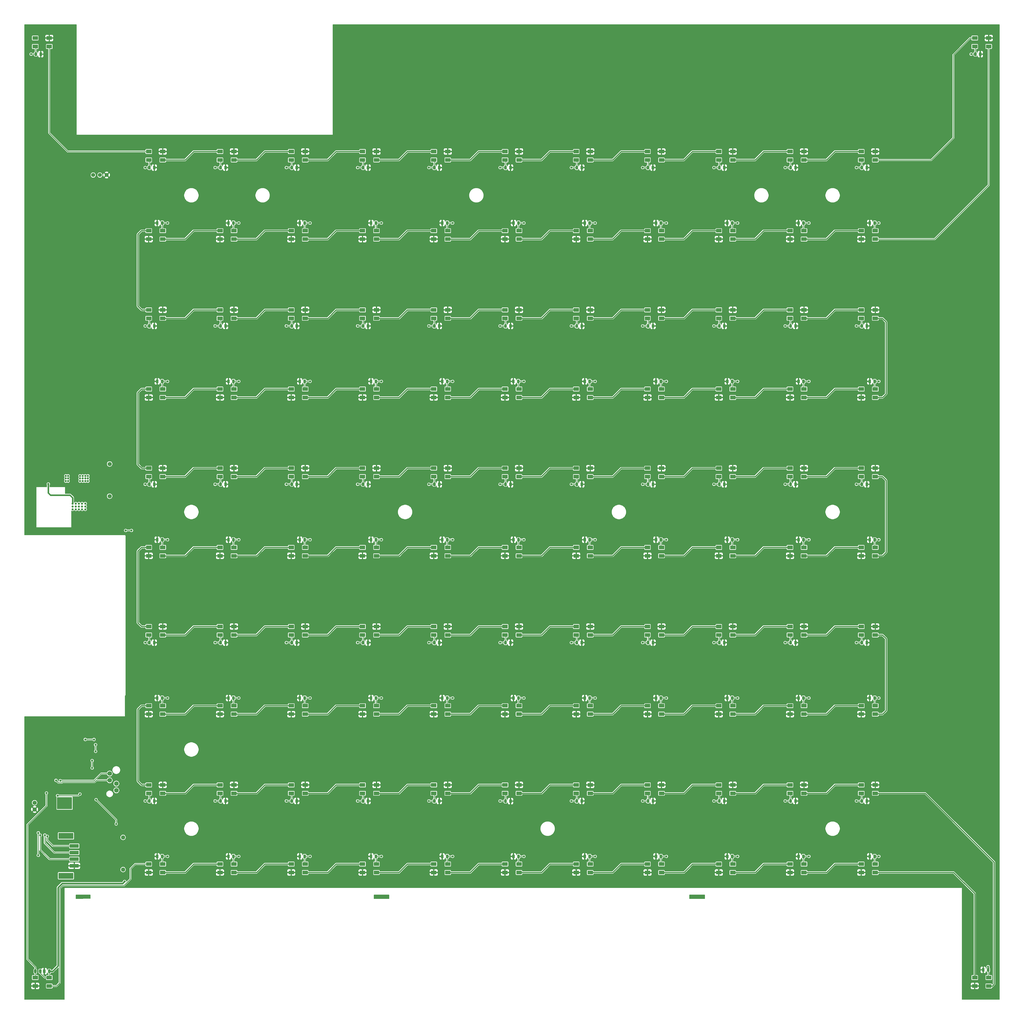
<source format=gbr>
G04 #@! TF.GenerationSoftware,KiCad,Pcbnew,(5.1.5)-3*
G04 #@! TF.CreationDate,2020-11-10T12:22:49+01:00*
G04 #@! TF.ProjectId,Wordclock_V1.1,576f7264-636c-46f6-936b-5f56312e312e,rev?*
G04 #@! TF.SameCoordinates,Original*
G04 #@! TF.FileFunction,Copper,L2,Bot*
G04 #@! TF.FilePolarity,Positive*
%FSLAX46Y46*%
G04 Gerber Fmt 4.6, Leading zero omitted, Abs format (unit mm)*
G04 Created by KiCad (PCBNEW (5.1.5)-3) date 2020-11-10 12:22:49*
%MOMM*%
%LPD*%
G04 APERTURE LIST*
%ADD10C,1.600000*%
%ADD11R,3.400000X1.400000*%
%ADD12R,5.600000X2.300000*%
%ADD13C,1.750000*%
%ADD14C,0.100000*%
%ADD15R,2.000000X1.400000*%
%ADD16C,1.524000*%
%ADD17C,0.500000*%
%ADD18C,0.800000*%
%ADD19C,0.250000*%
%ADD20C,0.600000*%
%ADD21C,0.400000*%
%ADD22C,0.200000*%
G04 APERTURE END LIST*
D10*
X32520000Y-166800000D03*
X32520000Y-179000000D03*
X37620000Y-308300000D03*
X37620000Y-320500000D03*
D11*
X19130000Y-319050000D03*
X19130000Y-316550000D03*
X19130000Y-314050000D03*
X19130000Y-311550000D03*
D12*
X15970000Y-322850000D03*
X15970000Y-307750000D03*
D13*
X35070000Y-285395000D03*
X35070000Y-287935000D03*
X35070000Y-290475000D03*
X32530000Y-284125000D03*
X32530000Y-286665000D03*
X32530000Y-289205000D03*
G04 #@! TA.AperFunction,SMDPad,CuDef*
D14*
G36*
X6505142Y-358301174D02*
G01*
X6528803Y-358304684D01*
X6552007Y-358310496D01*
X6574529Y-358318554D01*
X6596153Y-358328782D01*
X6616670Y-358341079D01*
X6635883Y-358355329D01*
X6653607Y-358371393D01*
X6669671Y-358389117D01*
X6683921Y-358408330D01*
X6696218Y-358428847D01*
X6706446Y-358450471D01*
X6714504Y-358472993D01*
X6720316Y-358496197D01*
X6723826Y-358519858D01*
X6725000Y-358543750D01*
X6725000Y-359456250D01*
X6723826Y-359480142D01*
X6720316Y-359503803D01*
X6714504Y-359527007D01*
X6706446Y-359549529D01*
X6696218Y-359571153D01*
X6683921Y-359591670D01*
X6669671Y-359610883D01*
X6653607Y-359628607D01*
X6635883Y-359644671D01*
X6616670Y-359658921D01*
X6596153Y-359671218D01*
X6574529Y-359681446D01*
X6552007Y-359689504D01*
X6528803Y-359695316D01*
X6505142Y-359698826D01*
X6481250Y-359700000D01*
X5993750Y-359700000D01*
X5969858Y-359698826D01*
X5946197Y-359695316D01*
X5922993Y-359689504D01*
X5900471Y-359681446D01*
X5878847Y-359671218D01*
X5858330Y-359658921D01*
X5839117Y-359644671D01*
X5821393Y-359628607D01*
X5805329Y-359610883D01*
X5791079Y-359591670D01*
X5778782Y-359571153D01*
X5768554Y-359549529D01*
X5760496Y-359527007D01*
X5754684Y-359503803D01*
X5751174Y-359480142D01*
X5750000Y-359456250D01*
X5750000Y-358543750D01*
X5751174Y-358519858D01*
X5754684Y-358496197D01*
X5760496Y-358472993D01*
X5768554Y-358450471D01*
X5778782Y-358428847D01*
X5791079Y-358408330D01*
X5805329Y-358389117D01*
X5821393Y-358371393D01*
X5839117Y-358355329D01*
X5858330Y-358341079D01*
X5878847Y-358328782D01*
X5900471Y-358318554D01*
X5922993Y-358310496D01*
X5946197Y-358304684D01*
X5969858Y-358301174D01*
X5993750Y-358300000D01*
X6481250Y-358300000D01*
X6505142Y-358301174D01*
G37*
G04 #@! TD.AperFunction*
G04 #@! TA.AperFunction,SMDPad,CuDef*
G36*
X4630142Y-358301174D02*
G01*
X4653803Y-358304684D01*
X4677007Y-358310496D01*
X4699529Y-358318554D01*
X4721153Y-358328782D01*
X4741670Y-358341079D01*
X4760883Y-358355329D01*
X4778607Y-358371393D01*
X4794671Y-358389117D01*
X4808921Y-358408330D01*
X4821218Y-358428847D01*
X4831446Y-358450471D01*
X4839504Y-358472993D01*
X4845316Y-358496197D01*
X4848826Y-358519858D01*
X4850000Y-358543750D01*
X4850000Y-359456250D01*
X4848826Y-359480142D01*
X4845316Y-359503803D01*
X4839504Y-359527007D01*
X4831446Y-359549529D01*
X4821218Y-359571153D01*
X4808921Y-359591670D01*
X4794671Y-359610883D01*
X4778607Y-359628607D01*
X4760883Y-359644671D01*
X4741670Y-359658921D01*
X4721153Y-359671218D01*
X4699529Y-359681446D01*
X4677007Y-359689504D01*
X4653803Y-359695316D01*
X4630142Y-359698826D01*
X4606250Y-359700000D01*
X4118750Y-359700000D01*
X4094858Y-359698826D01*
X4071197Y-359695316D01*
X4047993Y-359689504D01*
X4025471Y-359681446D01*
X4003847Y-359671218D01*
X3983330Y-359658921D01*
X3964117Y-359644671D01*
X3946393Y-359628607D01*
X3930329Y-359610883D01*
X3916079Y-359591670D01*
X3903782Y-359571153D01*
X3893554Y-359549529D01*
X3885496Y-359527007D01*
X3879684Y-359503803D01*
X3876174Y-359480142D01*
X3875000Y-359456250D01*
X3875000Y-358543750D01*
X3876174Y-358519858D01*
X3879684Y-358496197D01*
X3885496Y-358472993D01*
X3893554Y-358450471D01*
X3903782Y-358428847D01*
X3916079Y-358408330D01*
X3930329Y-358389117D01*
X3946393Y-358371393D01*
X3964117Y-358355329D01*
X3983330Y-358341079D01*
X4003847Y-358328782D01*
X4025471Y-358318554D01*
X4047993Y-358310496D01*
X4071197Y-358304684D01*
X4094858Y-358301174D01*
X4118750Y-358300000D01*
X4606250Y-358300000D01*
X4630142Y-358301174D01*
G37*
G04 #@! TD.AperFunction*
D10*
X4100000Y-297700000D03*
X4100000Y-295160000D03*
D15*
X317350000Y-321600000D03*
X317350000Y-318400000D03*
X322650000Y-321600000D03*
X322650000Y-318400000D03*
G04 #@! TA.AperFunction,SMDPad,CuDef*
D14*
G36*
X322705142Y-314801174D02*
G01*
X322728803Y-314804684D01*
X322752007Y-314810496D01*
X322774529Y-314818554D01*
X322796153Y-314828782D01*
X322816670Y-314841079D01*
X322835883Y-314855329D01*
X322853607Y-314871393D01*
X322869671Y-314889117D01*
X322883921Y-314908330D01*
X322896218Y-314928847D01*
X322906446Y-314950471D01*
X322914504Y-314972993D01*
X322920316Y-314996197D01*
X322923826Y-315019858D01*
X322925000Y-315043750D01*
X322925000Y-315956250D01*
X322923826Y-315980142D01*
X322920316Y-316003803D01*
X322914504Y-316027007D01*
X322906446Y-316049529D01*
X322896218Y-316071153D01*
X322883921Y-316091670D01*
X322869671Y-316110883D01*
X322853607Y-316128607D01*
X322835883Y-316144671D01*
X322816670Y-316158921D01*
X322796153Y-316171218D01*
X322774529Y-316181446D01*
X322752007Y-316189504D01*
X322728803Y-316195316D01*
X322705142Y-316198826D01*
X322681250Y-316200000D01*
X322193750Y-316200000D01*
X322169858Y-316198826D01*
X322146197Y-316195316D01*
X322122993Y-316189504D01*
X322100471Y-316181446D01*
X322078847Y-316171218D01*
X322058330Y-316158921D01*
X322039117Y-316144671D01*
X322021393Y-316128607D01*
X322005329Y-316110883D01*
X321991079Y-316091670D01*
X321978782Y-316071153D01*
X321968554Y-316049529D01*
X321960496Y-316027007D01*
X321954684Y-316003803D01*
X321951174Y-315980142D01*
X321950000Y-315956250D01*
X321950000Y-315043750D01*
X321951174Y-315019858D01*
X321954684Y-314996197D01*
X321960496Y-314972993D01*
X321968554Y-314950471D01*
X321978782Y-314928847D01*
X321991079Y-314908330D01*
X322005329Y-314889117D01*
X322021393Y-314871393D01*
X322039117Y-314855329D01*
X322058330Y-314841079D01*
X322078847Y-314828782D01*
X322100471Y-314818554D01*
X322122993Y-314810496D01*
X322146197Y-314804684D01*
X322169858Y-314801174D01*
X322193750Y-314800000D01*
X322681250Y-314800000D01*
X322705142Y-314801174D01*
G37*
G04 #@! TD.AperFunction*
G04 #@! TA.AperFunction,SMDPad,CuDef*
G36*
X320830142Y-314801174D02*
G01*
X320853803Y-314804684D01*
X320877007Y-314810496D01*
X320899529Y-314818554D01*
X320921153Y-314828782D01*
X320941670Y-314841079D01*
X320960883Y-314855329D01*
X320978607Y-314871393D01*
X320994671Y-314889117D01*
X321008921Y-314908330D01*
X321021218Y-314928847D01*
X321031446Y-314950471D01*
X321039504Y-314972993D01*
X321045316Y-314996197D01*
X321048826Y-315019858D01*
X321050000Y-315043750D01*
X321050000Y-315956250D01*
X321048826Y-315980142D01*
X321045316Y-316003803D01*
X321039504Y-316027007D01*
X321031446Y-316049529D01*
X321021218Y-316071153D01*
X321008921Y-316091670D01*
X320994671Y-316110883D01*
X320978607Y-316128607D01*
X320960883Y-316144671D01*
X320941670Y-316158921D01*
X320921153Y-316171218D01*
X320899529Y-316181446D01*
X320877007Y-316189504D01*
X320853803Y-316195316D01*
X320830142Y-316198826D01*
X320806250Y-316200000D01*
X320318750Y-316200000D01*
X320294858Y-316198826D01*
X320271197Y-316195316D01*
X320247993Y-316189504D01*
X320225471Y-316181446D01*
X320203847Y-316171218D01*
X320183330Y-316158921D01*
X320164117Y-316144671D01*
X320146393Y-316128607D01*
X320130329Y-316110883D01*
X320116079Y-316091670D01*
X320103782Y-316071153D01*
X320093554Y-316049529D01*
X320085496Y-316027007D01*
X320079684Y-316003803D01*
X320076174Y-315980142D01*
X320075000Y-315956250D01*
X320075000Y-315043750D01*
X320076174Y-315019858D01*
X320079684Y-314996197D01*
X320085496Y-314972993D01*
X320093554Y-314950471D01*
X320103782Y-314928847D01*
X320116079Y-314908330D01*
X320130329Y-314889117D01*
X320146393Y-314871393D01*
X320164117Y-314855329D01*
X320183330Y-314841079D01*
X320203847Y-314828782D01*
X320225471Y-314818554D01*
X320247993Y-314810496D01*
X320271197Y-314804684D01*
X320294858Y-314801174D01*
X320318750Y-314800000D01*
X320806250Y-314800000D01*
X320830142Y-314801174D01*
G37*
G04 #@! TD.AperFunction*
D15*
X290350000Y-321600000D03*
X290350000Y-318400000D03*
X295650000Y-321600000D03*
X295650000Y-318400000D03*
X322650000Y-288400000D03*
X322650000Y-291600000D03*
X317350000Y-288400000D03*
X317350000Y-291600000D03*
X295650000Y-288400000D03*
X295650000Y-291600000D03*
X290350000Y-288400000D03*
X290350000Y-291600000D03*
G04 #@! TA.AperFunction,SMDPad,CuDef*
D14*
G36*
X295705142Y-314801174D02*
G01*
X295728803Y-314804684D01*
X295752007Y-314810496D01*
X295774529Y-314818554D01*
X295796153Y-314828782D01*
X295816670Y-314841079D01*
X295835883Y-314855329D01*
X295853607Y-314871393D01*
X295869671Y-314889117D01*
X295883921Y-314908330D01*
X295896218Y-314928847D01*
X295906446Y-314950471D01*
X295914504Y-314972993D01*
X295920316Y-314996197D01*
X295923826Y-315019858D01*
X295925000Y-315043750D01*
X295925000Y-315956250D01*
X295923826Y-315980142D01*
X295920316Y-316003803D01*
X295914504Y-316027007D01*
X295906446Y-316049529D01*
X295896218Y-316071153D01*
X295883921Y-316091670D01*
X295869671Y-316110883D01*
X295853607Y-316128607D01*
X295835883Y-316144671D01*
X295816670Y-316158921D01*
X295796153Y-316171218D01*
X295774529Y-316181446D01*
X295752007Y-316189504D01*
X295728803Y-316195316D01*
X295705142Y-316198826D01*
X295681250Y-316200000D01*
X295193750Y-316200000D01*
X295169858Y-316198826D01*
X295146197Y-316195316D01*
X295122993Y-316189504D01*
X295100471Y-316181446D01*
X295078847Y-316171218D01*
X295058330Y-316158921D01*
X295039117Y-316144671D01*
X295021393Y-316128607D01*
X295005329Y-316110883D01*
X294991079Y-316091670D01*
X294978782Y-316071153D01*
X294968554Y-316049529D01*
X294960496Y-316027007D01*
X294954684Y-316003803D01*
X294951174Y-315980142D01*
X294950000Y-315956250D01*
X294950000Y-315043750D01*
X294951174Y-315019858D01*
X294954684Y-314996197D01*
X294960496Y-314972993D01*
X294968554Y-314950471D01*
X294978782Y-314928847D01*
X294991079Y-314908330D01*
X295005329Y-314889117D01*
X295021393Y-314871393D01*
X295039117Y-314855329D01*
X295058330Y-314841079D01*
X295078847Y-314828782D01*
X295100471Y-314818554D01*
X295122993Y-314810496D01*
X295146197Y-314804684D01*
X295169858Y-314801174D01*
X295193750Y-314800000D01*
X295681250Y-314800000D01*
X295705142Y-314801174D01*
G37*
G04 #@! TD.AperFunction*
G04 #@! TA.AperFunction,SMDPad,CuDef*
G36*
X293830142Y-314801174D02*
G01*
X293853803Y-314804684D01*
X293877007Y-314810496D01*
X293899529Y-314818554D01*
X293921153Y-314828782D01*
X293941670Y-314841079D01*
X293960883Y-314855329D01*
X293978607Y-314871393D01*
X293994671Y-314889117D01*
X294008921Y-314908330D01*
X294021218Y-314928847D01*
X294031446Y-314950471D01*
X294039504Y-314972993D01*
X294045316Y-314996197D01*
X294048826Y-315019858D01*
X294050000Y-315043750D01*
X294050000Y-315956250D01*
X294048826Y-315980142D01*
X294045316Y-316003803D01*
X294039504Y-316027007D01*
X294031446Y-316049529D01*
X294021218Y-316071153D01*
X294008921Y-316091670D01*
X293994671Y-316110883D01*
X293978607Y-316128607D01*
X293960883Y-316144671D01*
X293941670Y-316158921D01*
X293921153Y-316171218D01*
X293899529Y-316181446D01*
X293877007Y-316189504D01*
X293853803Y-316195316D01*
X293830142Y-316198826D01*
X293806250Y-316200000D01*
X293318750Y-316200000D01*
X293294858Y-316198826D01*
X293271197Y-316195316D01*
X293247993Y-316189504D01*
X293225471Y-316181446D01*
X293203847Y-316171218D01*
X293183330Y-316158921D01*
X293164117Y-316144671D01*
X293146393Y-316128607D01*
X293130329Y-316110883D01*
X293116079Y-316091670D01*
X293103782Y-316071153D01*
X293093554Y-316049529D01*
X293085496Y-316027007D01*
X293079684Y-316003803D01*
X293076174Y-315980142D01*
X293075000Y-315956250D01*
X293075000Y-315043750D01*
X293076174Y-315019858D01*
X293079684Y-314996197D01*
X293085496Y-314972993D01*
X293093554Y-314950471D01*
X293103782Y-314928847D01*
X293116079Y-314908330D01*
X293130329Y-314889117D01*
X293146393Y-314871393D01*
X293164117Y-314855329D01*
X293183330Y-314841079D01*
X293203847Y-314828782D01*
X293225471Y-314818554D01*
X293247993Y-314810496D01*
X293271197Y-314804684D01*
X293294858Y-314801174D01*
X293318750Y-314800000D01*
X293806250Y-314800000D01*
X293830142Y-314801174D01*
G37*
G04 #@! TD.AperFunction*
G04 #@! TA.AperFunction,SMDPad,CuDef*
G36*
X322705142Y-254801174D02*
G01*
X322728803Y-254804684D01*
X322752007Y-254810496D01*
X322774529Y-254818554D01*
X322796153Y-254828782D01*
X322816670Y-254841079D01*
X322835883Y-254855329D01*
X322853607Y-254871393D01*
X322869671Y-254889117D01*
X322883921Y-254908330D01*
X322896218Y-254928847D01*
X322906446Y-254950471D01*
X322914504Y-254972993D01*
X322920316Y-254996197D01*
X322923826Y-255019858D01*
X322925000Y-255043750D01*
X322925000Y-255956250D01*
X322923826Y-255980142D01*
X322920316Y-256003803D01*
X322914504Y-256027007D01*
X322906446Y-256049529D01*
X322896218Y-256071153D01*
X322883921Y-256091670D01*
X322869671Y-256110883D01*
X322853607Y-256128607D01*
X322835883Y-256144671D01*
X322816670Y-256158921D01*
X322796153Y-256171218D01*
X322774529Y-256181446D01*
X322752007Y-256189504D01*
X322728803Y-256195316D01*
X322705142Y-256198826D01*
X322681250Y-256200000D01*
X322193750Y-256200000D01*
X322169858Y-256198826D01*
X322146197Y-256195316D01*
X322122993Y-256189504D01*
X322100471Y-256181446D01*
X322078847Y-256171218D01*
X322058330Y-256158921D01*
X322039117Y-256144671D01*
X322021393Y-256128607D01*
X322005329Y-256110883D01*
X321991079Y-256091670D01*
X321978782Y-256071153D01*
X321968554Y-256049529D01*
X321960496Y-256027007D01*
X321954684Y-256003803D01*
X321951174Y-255980142D01*
X321950000Y-255956250D01*
X321950000Y-255043750D01*
X321951174Y-255019858D01*
X321954684Y-254996197D01*
X321960496Y-254972993D01*
X321968554Y-254950471D01*
X321978782Y-254928847D01*
X321991079Y-254908330D01*
X322005329Y-254889117D01*
X322021393Y-254871393D01*
X322039117Y-254855329D01*
X322058330Y-254841079D01*
X322078847Y-254828782D01*
X322100471Y-254818554D01*
X322122993Y-254810496D01*
X322146197Y-254804684D01*
X322169858Y-254801174D01*
X322193750Y-254800000D01*
X322681250Y-254800000D01*
X322705142Y-254801174D01*
G37*
G04 #@! TD.AperFunction*
G04 #@! TA.AperFunction,SMDPad,CuDef*
G36*
X320830142Y-254801174D02*
G01*
X320853803Y-254804684D01*
X320877007Y-254810496D01*
X320899529Y-254818554D01*
X320921153Y-254828782D01*
X320941670Y-254841079D01*
X320960883Y-254855329D01*
X320978607Y-254871393D01*
X320994671Y-254889117D01*
X321008921Y-254908330D01*
X321021218Y-254928847D01*
X321031446Y-254950471D01*
X321039504Y-254972993D01*
X321045316Y-254996197D01*
X321048826Y-255019858D01*
X321050000Y-255043750D01*
X321050000Y-255956250D01*
X321048826Y-255980142D01*
X321045316Y-256003803D01*
X321039504Y-256027007D01*
X321031446Y-256049529D01*
X321021218Y-256071153D01*
X321008921Y-256091670D01*
X320994671Y-256110883D01*
X320978607Y-256128607D01*
X320960883Y-256144671D01*
X320941670Y-256158921D01*
X320921153Y-256171218D01*
X320899529Y-256181446D01*
X320877007Y-256189504D01*
X320853803Y-256195316D01*
X320830142Y-256198826D01*
X320806250Y-256200000D01*
X320318750Y-256200000D01*
X320294858Y-256198826D01*
X320271197Y-256195316D01*
X320247993Y-256189504D01*
X320225471Y-256181446D01*
X320203847Y-256171218D01*
X320183330Y-256158921D01*
X320164117Y-256144671D01*
X320146393Y-256128607D01*
X320130329Y-256110883D01*
X320116079Y-256091670D01*
X320103782Y-256071153D01*
X320093554Y-256049529D01*
X320085496Y-256027007D01*
X320079684Y-256003803D01*
X320076174Y-255980142D01*
X320075000Y-255956250D01*
X320075000Y-255043750D01*
X320076174Y-255019858D01*
X320079684Y-254996197D01*
X320085496Y-254972993D01*
X320093554Y-254950471D01*
X320103782Y-254928847D01*
X320116079Y-254908330D01*
X320130329Y-254889117D01*
X320146393Y-254871393D01*
X320164117Y-254855329D01*
X320183330Y-254841079D01*
X320203847Y-254828782D01*
X320225471Y-254818554D01*
X320247993Y-254810496D01*
X320271197Y-254804684D01*
X320294858Y-254801174D01*
X320318750Y-254800000D01*
X320806250Y-254800000D01*
X320830142Y-254801174D01*
G37*
G04 #@! TD.AperFunction*
G04 #@! TA.AperFunction,SMDPad,CuDef*
G36*
X322705142Y-194801174D02*
G01*
X322728803Y-194804684D01*
X322752007Y-194810496D01*
X322774529Y-194818554D01*
X322796153Y-194828782D01*
X322816670Y-194841079D01*
X322835883Y-194855329D01*
X322853607Y-194871393D01*
X322869671Y-194889117D01*
X322883921Y-194908330D01*
X322896218Y-194928847D01*
X322906446Y-194950471D01*
X322914504Y-194972993D01*
X322920316Y-194996197D01*
X322923826Y-195019858D01*
X322925000Y-195043750D01*
X322925000Y-195956250D01*
X322923826Y-195980142D01*
X322920316Y-196003803D01*
X322914504Y-196027007D01*
X322906446Y-196049529D01*
X322896218Y-196071153D01*
X322883921Y-196091670D01*
X322869671Y-196110883D01*
X322853607Y-196128607D01*
X322835883Y-196144671D01*
X322816670Y-196158921D01*
X322796153Y-196171218D01*
X322774529Y-196181446D01*
X322752007Y-196189504D01*
X322728803Y-196195316D01*
X322705142Y-196198826D01*
X322681250Y-196200000D01*
X322193750Y-196200000D01*
X322169858Y-196198826D01*
X322146197Y-196195316D01*
X322122993Y-196189504D01*
X322100471Y-196181446D01*
X322078847Y-196171218D01*
X322058330Y-196158921D01*
X322039117Y-196144671D01*
X322021393Y-196128607D01*
X322005329Y-196110883D01*
X321991079Y-196091670D01*
X321978782Y-196071153D01*
X321968554Y-196049529D01*
X321960496Y-196027007D01*
X321954684Y-196003803D01*
X321951174Y-195980142D01*
X321950000Y-195956250D01*
X321950000Y-195043750D01*
X321951174Y-195019858D01*
X321954684Y-194996197D01*
X321960496Y-194972993D01*
X321968554Y-194950471D01*
X321978782Y-194928847D01*
X321991079Y-194908330D01*
X322005329Y-194889117D01*
X322021393Y-194871393D01*
X322039117Y-194855329D01*
X322058330Y-194841079D01*
X322078847Y-194828782D01*
X322100471Y-194818554D01*
X322122993Y-194810496D01*
X322146197Y-194804684D01*
X322169858Y-194801174D01*
X322193750Y-194800000D01*
X322681250Y-194800000D01*
X322705142Y-194801174D01*
G37*
G04 #@! TD.AperFunction*
G04 #@! TA.AperFunction,SMDPad,CuDef*
G36*
X320830142Y-194801174D02*
G01*
X320853803Y-194804684D01*
X320877007Y-194810496D01*
X320899529Y-194818554D01*
X320921153Y-194828782D01*
X320941670Y-194841079D01*
X320960883Y-194855329D01*
X320978607Y-194871393D01*
X320994671Y-194889117D01*
X321008921Y-194908330D01*
X321021218Y-194928847D01*
X321031446Y-194950471D01*
X321039504Y-194972993D01*
X321045316Y-194996197D01*
X321048826Y-195019858D01*
X321050000Y-195043750D01*
X321050000Y-195956250D01*
X321048826Y-195980142D01*
X321045316Y-196003803D01*
X321039504Y-196027007D01*
X321031446Y-196049529D01*
X321021218Y-196071153D01*
X321008921Y-196091670D01*
X320994671Y-196110883D01*
X320978607Y-196128607D01*
X320960883Y-196144671D01*
X320941670Y-196158921D01*
X320921153Y-196171218D01*
X320899529Y-196181446D01*
X320877007Y-196189504D01*
X320853803Y-196195316D01*
X320830142Y-196198826D01*
X320806250Y-196200000D01*
X320318750Y-196200000D01*
X320294858Y-196198826D01*
X320271197Y-196195316D01*
X320247993Y-196189504D01*
X320225471Y-196181446D01*
X320203847Y-196171218D01*
X320183330Y-196158921D01*
X320164117Y-196144671D01*
X320146393Y-196128607D01*
X320130329Y-196110883D01*
X320116079Y-196091670D01*
X320103782Y-196071153D01*
X320093554Y-196049529D01*
X320085496Y-196027007D01*
X320079684Y-196003803D01*
X320076174Y-195980142D01*
X320075000Y-195956250D01*
X320075000Y-195043750D01*
X320076174Y-195019858D01*
X320079684Y-194996197D01*
X320085496Y-194972993D01*
X320093554Y-194950471D01*
X320103782Y-194928847D01*
X320116079Y-194908330D01*
X320130329Y-194889117D01*
X320146393Y-194871393D01*
X320164117Y-194855329D01*
X320183330Y-194841079D01*
X320203847Y-194828782D01*
X320225471Y-194818554D01*
X320247993Y-194810496D01*
X320271197Y-194804684D01*
X320294858Y-194801174D01*
X320318750Y-194800000D01*
X320806250Y-194800000D01*
X320830142Y-194801174D01*
G37*
G04 #@! TD.AperFunction*
G04 #@! TA.AperFunction,SMDPad,CuDef*
G36*
X317830142Y-293801174D02*
G01*
X317853803Y-293804684D01*
X317877007Y-293810496D01*
X317899529Y-293818554D01*
X317921153Y-293828782D01*
X317941670Y-293841079D01*
X317960883Y-293855329D01*
X317978607Y-293871393D01*
X317994671Y-293889117D01*
X318008921Y-293908330D01*
X318021218Y-293928847D01*
X318031446Y-293950471D01*
X318039504Y-293972993D01*
X318045316Y-293996197D01*
X318048826Y-294019858D01*
X318050000Y-294043750D01*
X318050000Y-294956250D01*
X318048826Y-294980142D01*
X318045316Y-295003803D01*
X318039504Y-295027007D01*
X318031446Y-295049529D01*
X318021218Y-295071153D01*
X318008921Y-295091670D01*
X317994671Y-295110883D01*
X317978607Y-295128607D01*
X317960883Y-295144671D01*
X317941670Y-295158921D01*
X317921153Y-295171218D01*
X317899529Y-295181446D01*
X317877007Y-295189504D01*
X317853803Y-295195316D01*
X317830142Y-295198826D01*
X317806250Y-295200000D01*
X317318750Y-295200000D01*
X317294858Y-295198826D01*
X317271197Y-295195316D01*
X317247993Y-295189504D01*
X317225471Y-295181446D01*
X317203847Y-295171218D01*
X317183330Y-295158921D01*
X317164117Y-295144671D01*
X317146393Y-295128607D01*
X317130329Y-295110883D01*
X317116079Y-295091670D01*
X317103782Y-295071153D01*
X317093554Y-295049529D01*
X317085496Y-295027007D01*
X317079684Y-295003803D01*
X317076174Y-294980142D01*
X317075000Y-294956250D01*
X317075000Y-294043750D01*
X317076174Y-294019858D01*
X317079684Y-293996197D01*
X317085496Y-293972993D01*
X317093554Y-293950471D01*
X317103782Y-293928847D01*
X317116079Y-293908330D01*
X317130329Y-293889117D01*
X317146393Y-293871393D01*
X317164117Y-293855329D01*
X317183330Y-293841079D01*
X317203847Y-293828782D01*
X317225471Y-293818554D01*
X317247993Y-293810496D01*
X317271197Y-293804684D01*
X317294858Y-293801174D01*
X317318750Y-293800000D01*
X317806250Y-293800000D01*
X317830142Y-293801174D01*
G37*
G04 #@! TD.AperFunction*
G04 #@! TA.AperFunction,SMDPad,CuDef*
G36*
X319705142Y-293801174D02*
G01*
X319728803Y-293804684D01*
X319752007Y-293810496D01*
X319774529Y-293818554D01*
X319796153Y-293828782D01*
X319816670Y-293841079D01*
X319835883Y-293855329D01*
X319853607Y-293871393D01*
X319869671Y-293889117D01*
X319883921Y-293908330D01*
X319896218Y-293928847D01*
X319906446Y-293950471D01*
X319914504Y-293972993D01*
X319920316Y-293996197D01*
X319923826Y-294019858D01*
X319925000Y-294043750D01*
X319925000Y-294956250D01*
X319923826Y-294980142D01*
X319920316Y-295003803D01*
X319914504Y-295027007D01*
X319906446Y-295049529D01*
X319896218Y-295071153D01*
X319883921Y-295091670D01*
X319869671Y-295110883D01*
X319853607Y-295128607D01*
X319835883Y-295144671D01*
X319816670Y-295158921D01*
X319796153Y-295171218D01*
X319774529Y-295181446D01*
X319752007Y-295189504D01*
X319728803Y-295195316D01*
X319705142Y-295198826D01*
X319681250Y-295200000D01*
X319193750Y-295200000D01*
X319169858Y-295198826D01*
X319146197Y-295195316D01*
X319122993Y-295189504D01*
X319100471Y-295181446D01*
X319078847Y-295171218D01*
X319058330Y-295158921D01*
X319039117Y-295144671D01*
X319021393Y-295128607D01*
X319005329Y-295110883D01*
X318991079Y-295091670D01*
X318978782Y-295071153D01*
X318968554Y-295049529D01*
X318960496Y-295027007D01*
X318954684Y-295003803D01*
X318951174Y-294980142D01*
X318950000Y-294956250D01*
X318950000Y-294043750D01*
X318951174Y-294019858D01*
X318954684Y-293996197D01*
X318960496Y-293972993D01*
X318968554Y-293950471D01*
X318978782Y-293928847D01*
X318991079Y-293908330D01*
X319005329Y-293889117D01*
X319021393Y-293871393D01*
X319039117Y-293855329D01*
X319058330Y-293841079D01*
X319078847Y-293828782D01*
X319100471Y-293818554D01*
X319122993Y-293810496D01*
X319146197Y-293804684D01*
X319169858Y-293801174D01*
X319193750Y-293800000D01*
X319681250Y-293800000D01*
X319705142Y-293801174D01*
G37*
G04 #@! TD.AperFunction*
G04 #@! TA.AperFunction,SMDPad,CuDef*
G36*
X317830142Y-233801174D02*
G01*
X317853803Y-233804684D01*
X317877007Y-233810496D01*
X317899529Y-233818554D01*
X317921153Y-233828782D01*
X317941670Y-233841079D01*
X317960883Y-233855329D01*
X317978607Y-233871393D01*
X317994671Y-233889117D01*
X318008921Y-233908330D01*
X318021218Y-233928847D01*
X318031446Y-233950471D01*
X318039504Y-233972993D01*
X318045316Y-233996197D01*
X318048826Y-234019858D01*
X318050000Y-234043750D01*
X318050000Y-234956250D01*
X318048826Y-234980142D01*
X318045316Y-235003803D01*
X318039504Y-235027007D01*
X318031446Y-235049529D01*
X318021218Y-235071153D01*
X318008921Y-235091670D01*
X317994671Y-235110883D01*
X317978607Y-235128607D01*
X317960883Y-235144671D01*
X317941670Y-235158921D01*
X317921153Y-235171218D01*
X317899529Y-235181446D01*
X317877007Y-235189504D01*
X317853803Y-235195316D01*
X317830142Y-235198826D01*
X317806250Y-235200000D01*
X317318750Y-235200000D01*
X317294858Y-235198826D01*
X317271197Y-235195316D01*
X317247993Y-235189504D01*
X317225471Y-235181446D01*
X317203847Y-235171218D01*
X317183330Y-235158921D01*
X317164117Y-235144671D01*
X317146393Y-235128607D01*
X317130329Y-235110883D01*
X317116079Y-235091670D01*
X317103782Y-235071153D01*
X317093554Y-235049529D01*
X317085496Y-235027007D01*
X317079684Y-235003803D01*
X317076174Y-234980142D01*
X317075000Y-234956250D01*
X317075000Y-234043750D01*
X317076174Y-234019858D01*
X317079684Y-233996197D01*
X317085496Y-233972993D01*
X317093554Y-233950471D01*
X317103782Y-233928847D01*
X317116079Y-233908330D01*
X317130329Y-233889117D01*
X317146393Y-233871393D01*
X317164117Y-233855329D01*
X317183330Y-233841079D01*
X317203847Y-233828782D01*
X317225471Y-233818554D01*
X317247993Y-233810496D01*
X317271197Y-233804684D01*
X317294858Y-233801174D01*
X317318750Y-233800000D01*
X317806250Y-233800000D01*
X317830142Y-233801174D01*
G37*
G04 #@! TD.AperFunction*
G04 #@! TA.AperFunction,SMDPad,CuDef*
G36*
X319705142Y-233801174D02*
G01*
X319728803Y-233804684D01*
X319752007Y-233810496D01*
X319774529Y-233818554D01*
X319796153Y-233828782D01*
X319816670Y-233841079D01*
X319835883Y-233855329D01*
X319853607Y-233871393D01*
X319869671Y-233889117D01*
X319883921Y-233908330D01*
X319896218Y-233928847D01*
X319906446Y-233950471D01*
X319914504Y-233972993D01*
X319920316Y-233996197D01*
X319923826Y-234019858D01*
X319925000Y-234043750D01*
X319925000Y-234956250D01*
X319923826Y-234980142D01*
X319920316Y-235003803D01*
X319914504Y-235027007D01*
X319906446Y-235049529D01*
X319896218Y-235071153D01*
X319883921Y-235091670D01*
X319869671Y-235110883D01*
X319853607Y-235128607D01*
X319835883Y-235144671D01*
X319816670Y-235158921D01*
X319796153Y-235171218D01*
X319774529Y-235181446D01*
X319752007Y-235189504D01*
X319728803Y-235195316D01*
X319705142Y-235198826D01*
X319681250Y-235200000D01*
X319193750Y-235200000D01*
X319169858Y-235198826D01*
X319146197Y-235195316D01*
X319122993Y-235189504D01*
X319100471Y-235181446D01*
X319078847Y-235171218D01*
X319058330Y-235158921D01*
X319039117Y-235144671D01*
X319021393Y-235128607D01*
X319005329Y-235110883D01*
X318991079Y-235091670D01*
X318978782Y-235071153D01*
X318968554Y-235049529D01*
X318960496Y-235027007D01*
X318954684Y-235003803D01*
X318951174Y-234980142D01*
X318950000Y-234956250D01*
X318950000Y-234043750D01*
X318951174Y-234019858D01*
X318954684Y-233996197D01*
X318960496Y-233972993D01*
X318968554Y-233950471D01*
X318978782Y-233928847D01*
X318991079Y-233908330D01*
X319005329Y-233889117D01*
X319021393Y-233871393D01*
X319039117Y-233855329D01*
X319058330Y-233841079D01*
X319078847Y-233828782D01*
X319100471Y-233818554D01*
X319122993Y-233810496D01*
X319146197Y-233804684D01*
X319169858Y-233801174D01*
X319193750Y-233800000D01*
X319681250Y-233800000D01*
X319705142Y-233801174D01*
G37*
G04 #@! TD.AperFunction*
D15*
X317350000Y-261600000D03*
X317350000Y-258400000D03*
X322650000Y-261600000D03*
X322650000Y-258400000D03*
X322650000Y-228400000D03*
X322650000Y-231600000D03*
X317350000Y-228400000D03*
X317350000Y-231600000D03*
X317350000Y-201600000D03*
X317350000Y-198400000D03*
X322650000Y-201600000D03*
X322650000Y-198400000D03*
X360350000Y-364600000D03*
X360350000Y-361400000D03*
X365650000Y-364600000D03*
X365650000Y-361400000D03*
X365650000Y-5400000D03*
X365650000Y-8600000D03*
X360350000Y-5400000D03*
X360350000Y-8600000D03*
X9650000Y-5400000D03*
X9650000Y-8600000D03*
X4350000Y-5400000D03*
X4350000Y-8600000D03*
X4350000Y-364600000D03*
X4350000Y-361400000D03*
X9650000Y-364600000D03*
X9650000Y-361400000D03*
G04 #@! TA.AperFunction,SMDPad,CuDef*
D14*
G36*
X365705142Y-357801174D02*
G01*
X365728803Y-357804684D01*
X365752007Y-357810496D01*
X365774529Y-357818554D01*
X365796153Y-357828782D01*
X365816670Y-357841079D01*
X365835883Y-357855329D01*
X365853607Y-357871393D01*
X365869671Y-357889117D01*
X365883921Y-357908330D01*
X365896218Y-357928847D01*
X365906446Y-357950471D01*
X365914504Y-357972993D01*
X365920316Y-357996197D01*
X365923826Y-358019858D01*
X365925000Y-358043750D01*
X365925000Y-358956250D01*
X365923826Y-358980142D01*
X365920316Y-359003803D01*
X365914504Y-359027007D01*
X365906446Y-359049529D01*
X365896218Y-359071153D01*
X365883921Y-359091670D01*
X365869671Y-359110883D01*
X365853607Y-359128607D01*
X365835883Y-359144671D01*
X365816670Y-359158921D01*
X365796153Y-359171218D01*
X365774529Y-359181446D01*
X365752007Y-359189504D01*
X365728803Y-359195316D01*
X365705142Y-359198826D01*
X365681250Y-359200000D01*
X365193750Y-359200000D01*
X365169858Y-359198826D01*
X365146197Y-359195316D01*
X365122993Y-359189504D01*
X365100471Y-359181446D01*
X365078847Y-359171218D01*
X365058330Y-359158921D01*
X365039117Y-359144671D01*
X365021393Y-359128607D01*
X365005329Y-359110883D01*
X364991079Y-359091670D01*
X364978782Y-359071153D01*
X364968554Y-359049529D01*
X364960496Y-359027007D01*
X364954684Y-359003803D01*
X364951174Y-358980142D01*
X364950000Y-358956250D01*
X364950000Y-358043750D01*
X364951174Y-358019858D01*
X364954684Y-357996197D01*
X364960496Y-357972993D01*
X364968554Y-357950471D01*
X364978782Y-357928847D01*
X364991079Y-357908330D01*
X365005329Y-357889117D01*
X365021393Y-357871393D01*
X365039117Y-357855329D01*
X365058330Y-357841079D01*
X365078847Y-357828782D01*
X365100471Y-357818554D01*
X365122993Y-357810496D01*
X365146197Y-357804684D01*
X365169858Y-357801174D01*
X365193750Y-357800000D01*
X365681250Y-357800000D01*
X365705142Y-357801174D01*
G37*
G04 #@! TD.AperFunction*
G04 #@! TA.AperFunction,SMDPad,CuDef*
G36*
X363830142Y-357801174D02*
G01*
X363853803Y-357804684D01*
X363877007Y-357810496D01*
X363899529Y-357818554D01*
X363921153Y-357828782D01*
X363941670Y-357841079D01*
X363960883Y-357855329D01*
X363978607Y-357871393D01*
X363994671Y-357889117D01*
X364008921Y-357908330D01*
X364021218Y-357928847D01*
X364031446Y-357950471D01*
X364039504Y-357972993D01*
X364045316Y-357996197D01*
X364048826Y-358019858D01*
X364050000Y-358043750D01*
X364050000Y-358956250D01*
X364048826Y-358980142D01*
X364045316Y-359003803D01*
X364039504Y-359027007D01*
X364031446Y-359049529D01*
X364021218Y-359071153D01*
X364008921Y-359091670D01*
X363994671Y-359110883D01*
X363978607Y-359128607D01*
X363960883Y-359144671D01*
X363941670Y-359158921D01*
X363921153Y-359171218D01*
X363899529Y-359181446D01*
X363877007Y-359189504D01*
X363853803Y-359195316D01*
X363830142Y-359198826D01*
X363806250Y-359200000D01*
X363318750Y-359200000D01*
X363294858Y-359198826D01*
X363271197Y-359195316D01*
X363247993Y-359189504D01*
X363225471Y-359181446D01*
X363203847Y-359171218D01*
X363183330Y-359158921D01*
X363164117Y-359144671D01*
X363146393Y-359128607D01*
X363130329Y-359110883D01*
X363116079Y-359091670D01*
X363103782Y-359071153D01*
X363093554Y-359049529D01*
X363085496Y-359027007D01*
X363079684Y-359003803D01*
X363076174Y-358980142D01*
X363075000Y-358956250D01*
X363075000Y-358043750D01*
X363076174Y-358019858D01*
X363079684Y-357996197D01*
X363085496Y-357972993D01*
X363093554Y-357950471D01*
X363103782Y-357928847D01*
X363116079Y-357908330D01*
X363130329Y-357889117D01*
X363146393Y-357871393D01*
X363164117Y-357855329D01*
X363183330Y-357841079D01*
X363203847Y-357828782D01*
X363225471Y-357818554D01*
X363247993Y-357810496D01*
X363271197Y-357804684D01*
X363294858Y-357801174D01*
X363318750Y-357800000D01*
X363806250Y-357800000D01*
X363830142Y-357801174D01*
G37*
G04 #@! TD.AperFunction*
G04 #@! TA.AperFunction,SMDPad,CuDef*
G36*
X360830142Y-10801174D02*
G01*
X360853803Y-10804684D01*
X360877007Y-10810496D01*
X360899529Y-10818554D01*
X360921153Y-10828782D01*
X360941670Y-10841079D01*
X360960883Y-10855329D01*
X360978607Y-10871393D01*
X360994671Y-10889117D01*
X361008921Y-10908330D01*
X361021218Y-10928847D01*
X361031446Y-10950471D01*
X361039504Y-10972993D01*
X361045316Y-10996197D01*
X361048826Y-11019858D01*
X361050000Y-11043750D01*
X361050000Y-11956250D01*
X361048826Y-11980142D01*
X361045316Y-12003803D01*
X361039504Y-12027007D01*
X361031446Y-12049529D01*
X361021218Y-12071153D01*
X361008921Y-12091670D01*
X360994671Y-12110883D01*
X360978607Y-12128607D01*
X360960883Y-12144671D01*
X360941670Y-12158921D01*
X360921153Y-12171218D01*
X360899529Y-12181446D01*
X360877007Y-12189504D01*
X360853803Y-12195316D01*
X360830142Y-12198826D01*
X360806250Y-12200000D01*
X360318750Y-12200000D01*
X360294858Y-12198826D01*
X360271197Y-12195316D01*
X360247993Y-12189504D01*
X360225471Y-12181446D01*
X360203847Y-12171218D01*
X360183330Y-12158921D01*
X360164117Y-12144671D01*
X360146393Y-12128607D01*
X360130329Y-12110883D01*
X360116079Y-12091670D01*
X360103782Y-12071153D01*
X360093554Y-12049529D01*
X360085496Y-12027007D01*
X360079684Y-12003803D01*
X360076174Y-11980142D01*
X360075000Y-11956250D01*
X360075000Y-11043750D01*
X360076174Y-11019858D01*
X360079684Y-10996197D01*
X360085496Y-10972993D01*
X360093554Y-10950471D01*
X360103782Y-10928847D01*
X360116079Y-10908330D01*
X360130329Y-10889117D01*
X360146393Y-10871393D01*
X360164117Y-10855329D01*
X360183330Y-10841079D01*
X360203847Y-10828782D01*
X360225471Y-10818554D01*
X360247993Y-10810496D01*
X360271197Y-10804684D01*
X360294858Y-10801174D01*
X360318750Y-10800000D01*
X360806250Y-10800000D01*
X360830142Y-10801174D01*
G37*
G04 #@! TD.AperFunction*
G04 #@! TA.AperFunction,SMDPad,CuDef*
G36*
X362705142Y-10801174D02*
G01*
X362728803Y-10804684D01*
X362752007Y-10810496D01*
X362774529Y-10818554D01*
X362796153Y-10828782D01*
X362816670Y-10841079D01*
X362835883Y-10855329D01*
X362853607Y-10871393D01*
X362869671Y-10889117D01*
X362883921Y-10908330D01*
X362896218Y-10928847D01*
X362906446Y-10950471D01*
X362914504Y-10972993D01*
X362920316Y-10996197D01*
X362923826Y-11019858D01*
X362925000Y-11043750D01*
X362925000Y-11956250D01*
X362923826Y-11980142D01*
X362920316Y-12003803D01*
X362914504Y-12027007D01*
X362906446Y-12049529D01*
X362896218Y-12071153D01*
X362883921Y-12091670D01*
X362869671Y-12110883D01*
X362853607Y-12128607D01*
X362835883Y-12144671D01*
X362816670Y-12158921D01*
X362796153Y-12171218D01*
X362774529Y-12181446D01*
X362752007Y-12189504D01*
X362728803Y-12195316D01*
X362705142Y-12198826D01*
X362681250Y-12200000D01*
X362193750Y-12200000D01*
X362169858Y-12198826D01*
X362146197Y-12195316D01*
X362122993Y-12189504D01*
X362100471Y-12181446D01*
X362078847Y-12171218D01*
X362058330Y-12158921D01*
X362039117Y-12144671D01*
X362021393Y-12128607D01*
X362005329Y-12110883D01*
X361991079Y-12091670D01*
X361978782Y-12071153D01*
X361968554Y-12049529D01*
X361960496Y-12027007D01*
X361954684Y-12003803D01*
X361951174Y-11980142D01*
X361950000Y-11956250D01*
X361950000Y-11043750D01*
X361951174Y-11019858D01*
X361954684Y-10996197D01*
X361960496Y-10972993D01*
X361968554Y-10950471D01*
X361978782Y-10928847D01*
X361991079Y-10908330D01*
X362005329Y-10889117D01*
X362021393Y-10871393D01*
X362039117Y-10855329D01*
X362058330Y-10841079D01*
X362078847Y-10828782D01*
X362100471Y-10818554D01*
X362122993Y-10810496D01*
X362146197Y-10804684D01*
X362169858Y-10801174D01*
X362193750Y-10800000D01*
X362681250Y-10800000D01*
X362705142Y-10801174D01*
G37*
G04 #@! TD.AperFunction*
G04 #@! TA.AperFunction,SMDPad,CuDef*
G36*
X9905142Y-358301174D02*
G01*
X9928803Y-358304684D01*
X9952007Y-358310496D01*
X9974529Y-358318554D01*
X9996153Y-358328782D01*
X10016670Y-358341079D01*
X10035883Y-358355329D01*
X10053607Y-358371393D01*
X10069671Y-358389117D01*
X10083921Y-358408330D01*
X10096218Y-358428847D01*
X10106446Y-358450471D01*
X10114504Y-358472993D01*
X10120316Y-358496197D01*
X10123826Y-358519858D01*
X10125000Y-358543750D01*
X10125000Y-359456250D01*
X10123826Y-359480142D01*
X10120316Y-359503803D01*
X10114504Y-359527007D01*
X10106446Y-359549529D01*
X10096218Y-359571153D01*
X10083921Y-359591670D01*
X10069671Y-359610883D01*
X10053607Y-359628607D01*
X10035883Y-359644671D01*
X10016670Y-359658921D01*
X9996153Y-359671218D01*
X9974529Y-359681446D01*
X9952007Y-359689504D01*
X9928803Y-359695316D01*
X9905142Y-359698826D01*
X9881250Y-359700000D01*
X9393750Y-359700000D01*
X9369858Y-359698826D01*
X9346197Y-359695316D01*
X9322993Y-359689504D01*
X9300471Y-359681446D01*
X9278847Y-359671218D01*
X9258330Y-359658921D01*
X9239117Y-359644671D01*
X9221393Y-359628607D01*
X9205329Y-359610883D01*
X9191079Y-359591670D01*
X9178782Y-359571153D01*
X9168554Y-359549529D01*
X9160496Y-359527007D01*
X9154684Y-359503803D01*
X9151174Y-359480142D01*
X9150000Y-359456250D01*
X9150000Y-358543750D01*
X9151174Y-358519858D01*
X9154684Y-358496197D01*
X9160496Y-358472993D01*
X9168554Y-358450471D01*
X9178782Y-358428847D01*
X9191079Y-358408330D01*
X9205329Y-358389117D01*
X9221393Y-358371393D01*
X9239117Y-358355329D01*
X9258330Y-358341079D01*
X9278847Y-358328782D01*
X9300471Y-358318554D01*
X9322993Y-358310496D01*
X9346197Y-358304684D01*
X9369858Y-358301174D01*
X9393750Y-358300000D01*
X9881250Y-358300000D01*
X9905142Y-358301174D01*
G37*
G04 #@! TD.AperFunction*
G04 #@! TA.AperFunction,SMDPad,CuDef*
G36*
X8030142Y-358301174D02*
G01*
X8053803Y-358304684D01*
X8077007Y-358310496D01*
X8099529Y-358318554D01*
X8121153Y-358328782D01*
X8141670Y-358341079D01*
X8160883Y-358355329D01*
X8178607Y-358371393D01*
X8194671Y-358389117D01*
X8208921Y-358408330D01*
X8221218Y-358428847D01*
X8231446Y-358450471D01*
X8239504Y-358472993D01*
X8245316Y-358496197D01*
X8248826Y-358519858D01*
X8250000Y-358543750D01*
X8250000Y-359456250D01*
X8248826Y-359480142D01*
X8245316Y-359503803D01*
X8239504Y-359527007D01*
X8231446Y-359549529D01*
X8221218Y-359571153D01*
X8208921Y-359591670D01*
X8194671Y-359610883D01*
X8178607Y-359628607D01*
X8160883Y-359644671D01*
X8141670Y-359658921D01*
X8121153Y-359671218D01*
X8099529Y-359681446D01*
X8077007Y-359689504D01*
X8053803Y-359695316D01*
X8030142Y-359698826D01*
X8006250Y-359700000D01*
X7518750Y-359700000D01*
X7494858Y-359698826D01*
X7471197Y-359695316D01*
X7447993Y-359689504D01*
X7425471Y-359681446D01*
X7403847Y-359671218D01*
X7383330Y-359658921D01*
X7364117Y-359644671D01*
X7346393Y-359628607D01*
X7330329Y-359610883D01*
X7316079Y-359591670D01*
X7303782Y-359571153D01*
X7293554Y-359549529D01*
X7285496Y-359527007D01*
X7279684Y-359503803D01*
X7276174Y-359480142D01*
X7275000Y-359456250D01*
X7275000Y-358543750D01*
X7276174Y-358519858D01*
X7279684Y-358496197D01*
X7285496Y-358472993D01*
X7293554Y-358450471D01*
X7303782Y-358428847D01*
X7316079Y-358408330D01*
X7330329Y-358389117D01*
X7346393Y-358371393D01*
X7364117Y-358355329D01*
X7383330Y-358341079D01*
X7403847Y-358328782D01*
X7425471Y-358318554D01*
X7447993Y-358310496D01*
X7471197Y-358304684D01*
X7494858Y-358301174D01*
X7518750Y-358300000D01*
X8006250Y-358300000D01*
X8030142Y-358301174D01*
G37*
G04 #@! TD.AperFunction*
G04 #@! TA.AperFunction,SMDPad,CuDef*
G36*
X4830142Y-10801174D02*
G01*
X4853803Y-10804684D01*
X4877007Y-10810496D01*
X4899529Y-10818554D01*
X4921153Y-10828782D01*
X4941670Y-10841079D01*
X4960883Y-10855329D01*
X4978607Y-10871393D01*
X4994671Y-10889117D01*
X5008921Y-10908330D01*
X5021218Y-10928847D01*
X5031446Y-10950471D01*
X5039504Y-10972993D01*
X5045316Y-10996197D01*
X5048826Y-11019858D01*
X5050000Y-11043750D01*
X5050000Y-11956250D01*
X5048826Y-11980142D01*
X5045316Y-12003803D01*
X5039504Y-12027007D01*
X5031446Y-12049529D01*
X5021218Y-12071153D01*
X5008921Y-12091670D01*
X4994671Y-12110883D01*
X4978607Y-12128607D01*
X4960883Y-12144671D01*
X4941670Y-12158921D01*
X4921153Y-12171218D01*
X4899529Y-12181446D01*
X4877007Y-12189504D01*
X4853803Y-12195316D01*
X4830142Y-12198826D01*
X4806250Y-12200000D01*
X4318750Y-12200000D01*
X4294858Y-12198826D01*
X4271197Y-12195316D01*
X4247993Y-12189504D01*
X4225471Y-12181446D01*
X4203847Y-12171218D01*
X4183330Y-12158921D01*
X4164117Y-12144671D01*
X4146393Y-12128607D01*
X4130329Y-12110883D01*
X4116079Y-12091670D01*
X4103782Y-12071153D01*
X4093554Y-12049529D01*
X4085496Y-12027007D01*
X4079684Y-12003803D01*
X4076174Y-11980142D01*
X4075000Y-11956250D01*
X4075000Y-11043750D01*
X4076174Y-11019858D01*
X4079684Y-10996197D01*
X4085496Y-10972993D01*
X4093554Y-10950471D01*
X4103782Y-10928847D01*
X4116079Y-10908330D01*
X4130329Y-10889117D01*
X4146393Y-10871393D01*
X4164117Y-10855329D01*
X4183330Y-10841079D01*
X4203847Y-10828782D01*
X4225471Y-10818554D01*
X4247993Y-10810496D01*
X4271197Y-10804684D01*
X4294858Y-10801174D01*
X4318750Y-10800000D01*
X4806250Y-10800000D01*
X4830142Y-10801174D01*
G37*
G04 #@! TD.AperFunction*
G04 #@! TA.AperFunction,SMDPad,CuDef*
G36*
X6705142Y-10801174D02*
G01*
X6728803Y-10804684D01*
X6752007Y-10810496D01*
X6774529Y-10818554D01*
X6796153Y-10828782D01*
X6816670Y-10841079D01*
X6835883Y-10855329D01*
X6853607Y-10871393D01*
X6869671Y-10889117D01*
X6883921Y-10908330D01*
X6896218Y-10928847D01*
X6906446Y-10950471D01*
X6914504Y-10972993D01*
X6920316Y-10996197D01*
X6923826Y-11019858D01*
X6925000Y-11043750D01*
X6925000Y-11956250D01*
X6923826Y-11980142D01*
X6920316Y-12003803D01*
X6914504Y-12027007D01*
X6906446Y-12049529D01*
X6896218Y-12071153D01*
X6883921Y-12091670D01*
X6869671Y-12110883D01*
X6853607Y-12128607D01*
X6835883Y-12144671D01*
X6816670Y-12158921D01*
X6796153Y-12171218D01*
X6774529Y-12181446D01*
X6752007Y-12189504D01*
X6728803Y-12195316D01*
X6705142Y-12198826D01*
X6681250Y-12200000D01*
X6193750Y-12200000D01*
X6169858Y-12198826D01*
X6146197Y-12195316D01*
X6122993Y-12189504D01*
X6100471Y-12181446D01*
X6078847Y-12171218D01*
X6058330Y-12158921D01*
X6039117Y-12144671D01*
X6021393Y-12128607D01*
X6005329Y-12110883D01*
X5991079Y-12091670D01*
X5978782Y-12071153D01*
X5968554Y-12049529D01*
X5960496Y-12027007D01*
X5954684Y-12003803D01*
X5951174Y-11980142D01*
X5950000Y-11956250D01*
X5950000Y-11043750D01*
X5951174Y-11019858D01*
X5954684Y-10996197D01*
X5960496Y-10972993D01*
X5968554Y-10950471D01*
X5978782Y-10928847D01*
X5991079Y-10908330D01*
X6005329Y-10889117D01*
X6021393Y-10871393D01*
X6039117Y-10855329D01*
X6058330Y-10841079D01*
X6078847Y-10828782D01*
X6100471Y-10818554D01*
X6122993Y-10810496D01*
X6146197Y-10804684D01*
X6169858Y-10801174D01*
X6193750Y-10800000D01*
X6681250Y-10800000D01*
X6705142Y-10801174D01*
G37*
G04 #@! TD.AperFunction*
D15*
X182350000Y-321600000D03*
X182350000Y-318400000D03*
X187650000Y-321600000D03*
X187650000Y-318400000D03*
X209350000Y-321600000D03*
X209350000Y-318400000D03*
X214650000Y-321600000D03*
X214650000Y-318400000D03*
X263350000Y-321600000D03*
X263350000Y-318400000D03*
X268650000Y-321600000D03*
X268650000Y-318400000D03*
X155350000Y-321600000D03*
X155350000Y-318400000D03*
X160650000Y-321600000D03*
X160650000Y-318400000D03*
X236350000Y-321600000D03*
X236350000Y-318400000D03*
X241650000Y-321600000D03*
X241650000Y-318400000D03*
X101350000Y-321600000D03*
X101350000Y-318400000D03*
X106650000Y-321600000D03*
X106650000Y-318400000D03*
X47350000Y-321600000D03*
X47350000Y-318400000D03*
X52650000Y-321600000D03*
X52650000Y-318400000D03*
X74350000Y-321600000D03*
X74350000Y-318400000D03*
X79650000Y-321600000D03*
X79650000Y-318400000D03*
X128350000Y-321600000D03*
X128350000Y-318400000D03*
X133650000Y-321600000D03*
X133650000Y-318400000D03*
G04 #@! TA.AperFunction,SMDPad,CuDef*
D14*
G36*
X187705142Y-314801174D02*
G01*
X187728803Y-314804684D01*
X187752007Y-314810496D01*
X187774529Y-314818554D01*
X187796153Y-314828782D01*
X187816670Y-314841079D01*
X187835883Y-314855329D01*
X187853607Y-314871393D01*
X187869671Y-314889117D01*
X187883921Y-314908330D01*
X187896218Y-314928847D01*
X187906446Y-314950471D01*
X187914504Y-314972993D01*
X187920316Y-314996197D01*
X187923826Y-315019858D01*
X187925000Y-315043750D01*
X187925000Y-315956250D01*
X187923826Y-315980142D01*
X187920316Y-316003803D01*
X187914504Y-316027007D01*
X187906446Y-316049529D01*
X187896218Y-316071153D01*
X187883921Y-316091670D01*
X187869671Y-316110883D01*
X187853607Y-316128607D01*
X187835883Y-316144671D01*
X187816670Y-316158921D01*
X187796153Y-316171218D01*
X187774529Y-316181446D01*
X187752007Y-316189504D01*
X187728803Y-316195316D01*
X187705142Y-316198826D01*
X187681250Y-316200000D01*
X187193750Y-316200000D01*
X187169858Y-316198826D01*
X187146197Y-316195316D01*
X187122993Y-316189504D01*
X187100471Y-316181446D01*
X187078847Y-316171218D01*
X187058330Y-316158921D01*
X187039117Y-316144671D01*
X187021393Y-316128607D01*
X187005329Y-316110883D01*
X186991079Y-316091670D01*
X186978782Y-316071153D01*
X186968554Y-316049529D01*
X186960496Y-316027007D01*
X186954684Y-316003803D01*
X186951174Y-315980142D01*
X186950000Y-315956250D01*
X186950000Y-315043750D01*
X186951174Y-315019858D01*
X186954684Y-314996197D01*
X186960496Y-314972993D01*
X186968554Y-314950471D01*
X186978782Y-314928847D01*
X186991079Y-314908330D01*
X187005329Y-314889117D01*
X187021393Y-314871393D01*
X187039117Y-314855329D01*
X187058330Y-314841079D01*
X187078847Y-314828782D01*
X187100471Y-314818554D01*
X187122993Y-314810496D01*
X187146197Y-314804684D01*
X187169858Y-314801174D01*
X187193750Y-314800000D01*
X187681250Y-314800000D01*
X187705142Y-314801174D01*
G37*
G04 #@! TD.AperFunction*
G04 #@! TA.AperFunction,SMDPad,CuDef*
G36*
X185830142Y-314801174D02*
G01*
X185853803Y-314804684D01*
X185877007Y-314810496D01*
X185899529Y-314818554D01*
X185921153Y-314828782D01*
X185941670Y-314841079D01*
X185960883Y-314855329D01*
X185978607Y-314871393D01*
X185994671Y-314889117D01*
X186008921Y-314908330D01*
X186021218Y-314928847D01*
X186031446Y-314950471D01*
X186039504Y-314972993D01*
X186045316Y-314996197D01*
X186048826Y-315019858D01*
X186050000Y-315043750D01*
X186050000Y-315956250D01*
X186048826Y-315980142D01*
X186045316Y-316003803D01*
X186039504Y-316027007D01*
X186031446Y-316049529D01*
X186021218Y-316071153D01*
X186008921Y-316091670D01*
X185994671Y-316110883D01*
X185978607Y-316128607D01*
X185960883Y-316144671D01*
X185941670Y-316158921D01*
X185921153Y-316171218D01*
X185899529Y-316181446D01*
X185877007Y-316189504D01*
X185853803Y-316195316D01*
X185830142Y-316198826D01*
X185806250Y-316200000D01*
X185318750Y-316200000D01*
X185294858Y-316198826D01*
X185271197Y-316195316D01*
X185247993Y-316189504D01*
X185225471Y-316181446D01*
X185203847Y-316171218D01*
X185183330Y-316158921D01*
X185164117Y-316144671D01*
X185146393Y-316128607D01*
X185130329Y-316110883D01*
X185116079Y-316091670D01*
X185103782Y-316071153D01*
X185093554Y-316049529D01*
X185085496Y-316027007D01*
X185079684Y-316003803D01*
X185076174Y-315980142D01*
X185075000Y-315956250D01*
X185075000Y-315043750D01*
X185076174Y-315019858D01*
X185079684Y-314996197D01*
X185085496Y-314972993D01*
X185093554Y-314950471D01*
X185103782Y-314928847D01*
X185116079Y-314908330D01*
X185130329Y-314889117D01*
X185146393Y-314871393D01*
X185164117Y-314855329D01*
X185183330Y-314841079D01*
X185203847Y-314828782D01*
X185225471Y-314818554D01*
X185247993Y-314810496D01*
X185271197Y-314804684D01*
X185294858Y-314801174D01*
X185318750Y-314800000D01*
X185806250Y-314800000D01*
X185830142Y-314801174D01*
G37*
G04 #@! TD.AperFunction*
G04 #@! TA.AperFunction,SMDPad,CuDef*
G36*
X209830142Y-293801174D02*
G01*
X209853803Y-293804684D01*
X209877007Y-293810496D01*
X209899529Y-293818554D01*
X209921153Y-293828782D01*
X209941670Y-293841079D01*
X209960883Y-293855329D01*
X209978607Y-293871393D01*
X209994671Y-293889117D01*
X210008921Y-293908330D01*
X210021218Y-293928847D01*
X210031446Y-293950471D01*
X210039504Y-293972993D01*
X210045316Y-293996197D01*
X210048826Y-294019858D01*
X210050000Y-294043750D01*
X210050000Y-294956250D01*
X210048826Y-294980142D01*
X210045316Y-295003803D01*
X210039504Y-295027007D01*
X210031446Y-295049529D01*
X210021218Y-295071153D01*
X210008921Y-295091670D01*
X209994671Y-295110883D01*
X209978607Y-295128607D01*
X209960883Y-295144671D01*
X209941670Y-295158921D01*
X209921153Y-295171218D01*
X209899529Y-295181446D01*
X209877007Y-295189504D01*
X209853803Y-295195316D01*
X209830142Y-295198826D01*
X209806250Y-295200000D01*
X209318750Y-295200000D01*
X209294858Y-295198826D01*
X209271197Y-295195316D01*
X209247993Y-295189504D01*
X209225471Y-295181446D01*
X209203847Y-295171218D01*
X209183330Y-295158921D01*
X209164117Y-295144671D01*
X209146393Y-295128607D01*
X209130329Y-295110883D01*
X209116079Y-295091670D01*
X209103782Y-295071153D01*
X209093554Y-295049529D01*
X209085496Y-295027007D01*
X209079684Y-295003803D01*
X209076174Y-294980142D01*
X209075000Y-294956250D01*
X209075000Y-294043750D01*
X209076174Y-294019858D01*
X209079684Y-293996197D01*
X209085496Y-293972993D01*
X209093554Y-293950471D01*
X209103782Y-293928847D01*
X209116079Y-293908330D01*
X209130329Y-293889117D01*
X209146393Y-293871393D01*
X209164117Y-293855329D01*
X209183330Y-293841079D01*
X209203847Y-293828782D01*
X209225471Y-293818554D01*
X209247993Y-293810496D01*
X209271197Y-293804684D01*
X209294858Y-293801174D01*
X209318750Y-293800000D01*
X209806250Y-293800000D01*
X209830142Y-293801174D01*
G37*
G04 #@! TD.AperFunction*
G04 #@! TA.AperFunction,SMDPad,CuDef*
G36*
X211705142Y-293801174D02*
G01*
X211728803Y-293804684D01*
X211752007Y-293810496D01*
X211774529Y-293818554D01*
X211796153Y-293828782D01*
X211816670Y-293841079D01*
X211835883Y-293855329D01*
X211853607Y-293871393D01*
X211869671Y-293889117D01*
X211883921Y-293908330D01*
X211896218Y-293928847D01*
X211906446Y-293950471D01*
X211914504Y-293972993D01*
X211920316Y-293996197D01*
X211923826Y-294019858D01*
X211925000Y-294043750D01*
X211925000Y-294956250D01*
X211923826Y-294980142D01*
X211920316Y-295003803D01*
X211914504Y-295027007D01*
X211906446Y-295049529D01*
X211896218Y-295071153D01*
X211883921Y-295091670D01*
X211869671Y-295110883D01*
X211853607Y-295128607D01*
X211835883Y-295144671D01*
X211816670Y-295158921D01*
X211796153Y-295171218D01*
X211774529Y-295181446D01*
X211752007Y-295189504D01*
X211728803Y-295195316D01*
X211705142Y-295198826D01*
X211681250Y-295200000D01*
X211193750Y-295200000D01*
X211169858Y-295198826D01*
X211146197Y-295195316D01*
X211122993Y-295189504D01*
X211100471Y-295181446D01*
X211078847Y-295171218D01*
X211058330Y-295158921D01*
X211039117Y-295144671D01*
X211021393Y-295128607D01*
X211005329Y-295110883D01*
X210991079Y-295091670D01*
X210978782Y-295071153D01*
X210968554Y-295049529D01*
X210960496Y-295027007D01*
X210954684Y-295003803D01*
X210951174Y-294980142D01*
X210950000Y-294956250D01*
X210950000Y-294043750D01*
X210951174Y-294019858D01*
X210954684Y-293996197D01*
X210960496Y-293972993D01*
X210968554Y-293950471D01*
X210978782Y-293928847D01*
X210991079Y-293908330D01*
X211005329Y-293889117D01*
X211021393Y-293871393D01*
X211039117Y-293855329D01*
X211058330Y-293841079D01*
X211078847Y-293828782D01*
X211100471Y-293818554D01*
X211122993Y-293810496D01*
X211146197Y-293804684D01*
X211169858Y-293801174D01*
X211193750Y-293800000D01*
X211681250Y-293800000D01*
X211705142Y-293801174D01*
G37*
G04 #@! TD.AperFunction*
G04 #@! TA.AperFunction,SMDPad,CuDef*
G36*
X241705142Y-314801174D02*
G01*
X241728803Y-314804684D01*
X241752007Y-314810496D01*
X241774529Y-314818554D01*
X241796153Y-314828782D01*
X241816670Y-314841079D01*
X241835883Y-314855329D01*
X241853607Y-314871393D01*
X241869671Y-314889117D01*
X241883921Y-314908330D01*
X241896218Y-314928847D01*
X241906446Y-314950471D01*
X241914504Y-314972993D01*
X241920316Y-314996197D01*
X241923826Y-315019858D01*
X241925000Y-315043750D01*
X241925000Y-315956250D01*
X241923826Y-315980142D01*
X241920316Y-316003803D01*
X241914504Y-316027007D01*
X241906446Y-316049529D01*
X241896218Y-316071153D01*
X241883921Y-316091670D01*
X241869671Y-316110883D01*
X241853607Y-316128607D01*
X241835883Y-316144671D01*
X241816670Y-316158921D01*
X241796153Y-316171218D01*
X241774529Y-316181446D01*
X241752007Y-316189504D01*
X241728803Y-316195316D01*
X241705142Y-316198826D01*
X241681250Y-316200000D01*
X241193750Y-316200000D01*
X241169858Y-316198826D01*
X241146197Y-316195316D01*
X241122993Y-316189504D01*
X241100471Y-316181446D01*
X241078847Y-316171218D01*
X241058330Y-316158921D01*
X241039117Y-316144671D01*
X241021393Y-316128607D01*
X241005329Y-316110883D01*
X240991079Y-316091670D01*
X240978782Y-316071153D01*
X240968554Y-316049529D01*
X240960496Y-316027007D01*
X240954684Y-316003803D01*
X240951174Y-315980142D01*
X240950000Y-315956250D01*
X240950000Y-315043750D01*
X240951174Y-315019858D01*
X240954684Y-314996197D01*
X240960496Y-314972993D01*
X240968554Y-314950471D01*
X240978782Y-314928847D01*
X240991079Y-314908330D01*
X241005329Y-314889117D01*
X241021393Y-314871393D01*
X241039117Y-314855329D01*
X241058330Y-314841079D01*
X241078847Y-314828782D01*
X241100471Y-314818554D01*
X241122993Y-314810496D01*
X241146197Y-314804684D01*
X241169858Y-314801174D01*
X241193750Y-314800000D01*
X241681250Y-314800000D01*
X241705142Y-314801174D01*
G37*
G04 #@! TD.AperFunction*
G04 #@! TA.AperFunction,SMDPad,CuDef*
G36*
X239830142Y-314801174D02*
G01*
X239853803Y-314804684D01*
X239877007Y-314810496D01*
X239899529Y-314818554D01*
X239921153Y-314828782D01*
X239941670Y-314841079D01*
X239960883Y-314855329D01*
X239978607Y-314871393D01*
X239994671Y-314889117D01*
X240008921Y-314908330D01*
X240021218Y-314928847D01*
X240031446Y-314950471D01*
X240039504Y-314972993D01*
X240045316Y-314996197D01*
X240048826Y-315019858D01*
X240050000Y-315043750D01*
X240050000Y-315956250D01*
X240048826Y-315980142D01*
X240045316Y-316003803D01*
X240039504Y-316027007D01*
X240031446Y-316049529D01*
X240021218Y-316071153D01*
X240008921Y-316091670D01*
X239994671Y-316110883D01*
X239978607Y-316128607D01*
X239960883Y-316144671D01*
X239941670Y-316158921D01*
X239921153Y-316171218D01*
X239899529Y-316181446D01*
X239877007Y-316189504D01*
X239853803Y-316195316D01*
X239830142Y-316198826D01*
X239806250Y-316200000D01*
X239318750Y-316200000D01*
X239294858Y-316198826D01*
X239271197Y-316195316D01*
X239247993Y-316189504D01*
X239225471Y-316181446D01*
X239203847Y-316171218D01*
X239183330Y-316158921D01*
X239164117Y-316144671D01*
X239146393Y-316128607D01*
X239130329Y-316110883D01*
X239116079Y-316091670D01*
X239103782Y-316071153D01*
X239093554Y-316049529D01*
X239085496Y-316027007D01*
X239079684Y-316003803D01*
X239076174Y-315980142D01*
X239075000Y-315956250D01*
X239075000Y-315043750D01*
X239076174Y-315019858D01*
X239079684Y-314996197D01*
X239085496Y-314972993D01*
X239093554Y-314950471D01*
X239103782Y-314928847D01*
X239116079Y-314908330D01*
X239130329Y-314889117D01*
X239146393Y-314871393D01*
X239164117Y-314855329D01*
X239183330Y-314841079D01*
X239203847Y-314828782D01*
X239225471Y-314818554D01*
X239247993Y-314810496D01*
X239271197Y-314804684D01*
X239294858Y-314801174D01*
X239318750Y-314800000D01*
X239806250Y-314800000D01*
X239830142Y-314801174D01*
G37*
G04 #@! TD.AperFunction*
G04 #@! TA.AperFunction,SMDPad,CuDef*
G36*
X74830142Y-293801174D02*
G01*
X74853803Y-293804684D01*
X74877007Y-293810496D01*
X74899529Y-293818554D01*
X74921153Y-293828782D01*
X74941670Y-293841079D01*
X74960883Y-293855329D01*
X74978607Y-293871393D01*
X74994671Y-293889117D01*
X75008921Y-293908330D01*
X75021218Y-293928847D01*
X75031446Y-293950471D01*
X75039504Y-293972993D01*
X75045316Y-293996197D01*
X75048826Y-294019858D01*
X75050000Y-294043750D01*
X75050000Y-294956250D01*
X75048826Y-294980142D01*
X75045316Y-295003803D01*
X75039504Y-295027007D01*
X75031446Y-295049529D01*
X75021218Y-295071153D01*
X75008921Y-295091670D01*
X74994671Y-295110883D01*
X74978607Y-295128607D01*
X74960883Y-295144671D01*
X74941670Y-295158921D01*
X74921153Y-295171218D01*
X74899529Y-295181446D01*
X74877007Y-295189504D01*
X74853803Y-295195316D01*
X74830142Y-295198826D01*
X74806250Y-295200000D01*
X74318750Y-295200000D01*
X74294858Y-295198826D01*
X74271197Y-295195316D01*
X74247993Y-295189504D01*
X74225471Y-295181446D01*
X74203847Y-295171218D01*
X74183330Y-295158921D01*
X74164117Y-295144671D01*
X74146393Y-295128607D01*
X74130329Y-295110883D01*
X74116079Y-295091670D01*
X74103782Y-295071153D01*
X74093554Y-295049529D01*
X74085496Y-295027007D01*
X74079684Y-295003803D01*
X74076174Y-294980142D01*
X74075000Y-294956250D01*
X74075000Y-294043750D01*
X74076174Y-294019858D01*
X74079684Y-293996197D01*
X74085496Y-293972993D01*
X74093554Y-293950471D01*
X74103782Y-293928847D01*
X74116079Y-293908330D01*
X74130329Y-293889117D01*
X74146393Y-293871393D01*
X74164117Y-293855329D01*
X74183330Y-293841079D01*
X74203847Y-293828782D01*
X74225471Y-293818554D01*
X74247993Y-293810496D01*
X74271197Y-293804684D01*
X74294858Y-293801174D01*
X74318750Y-293800000D01*
X74806250Y-293800000D01*
X74830142Y-293801174D01*
G37*
G04 #@! TD.AperFunction*
G04 #@! TA.AperFunction,SMDPad,CuDef*
G36*
X76705142Y-293801174D02*
G01*
X76728803Y-293804684D01*
X76752007Y-293810496D01*
X76774529Y-293818554D01*
X76796153Y-293828782D01*
X76816670Y-293841079D01*
X76835883Y-293855329D01*
X76853607Y-293871393D01*
X76869671Y-293889117D01*
X76883921Y-293908330D01*
X76896218Y-293928847D01*
X76906446Y-293950471D01*
X76914504Y-293972993D01*
X76920316Y-293996197D01*
X76923826Y-294019858D01*
X76925000Y-294043750D01*
X76925000Y-294956250D01*
X76923826Y-294980142D01*
X76920316Y-295003803D01*
X76914504Y-295027007D01*
X76906446Y-295049529D01*
X76896218Y-295071153D01*
X76883921Y-295091670D01*
X76869671Y-295110883D01*
X76853607Y-295128607D01*
X76835883Y-295144671D01*
X76816670Y-295158921D01*
X76796153Y-295171218D01*
X76774529Y-295181446D01*
X76752007Y-295189504D01*
X76728803Y-295195316D01*
X76705142Y-295198826D01*
X76681250Y-295200000D01*
X76193750Y-295200000D01*
X76169858Y-295198826D01*
X76146197Y-295195316D01*
X76122993Y-295189504D01*
X76100471Y-295181446D01*
X76078847Y-295171218D01*
X76058330Y-295158921D01*
X76039117Y-295144671D01*
X76021393Y-295128607D01*
X76005329Y-295110883D01*
X75991079Y-295091670D01*
X75978782Y-295071153D01*
X75968554Y-295049529D01*
X75960496Y-295027007D01*
X75954684Y-295003803D01*
X75951174Y-294980142D01*
X75950000Y-294956250D01*
X75950000Y-294043750D01*
X75951174Y-294019858D01*
X75954684Y-293996197D01*
X75960496Y-293972993D01*
X75968554Y-293950471D01*
X75978782Y-293928847D01*
X75991079Y-293908330D01*
X76005329Y-293889117D01*
X76021393Y-293871393D01*
X76039117Y-293855329D01*
X76058330Y-293841079D01*
X76078847Y-293828782D01*
X76100471Y-293818554D01*
X76122993Y-293810496D01*
X76146197Y-293804684D01*
X76169858Y-293801174D01*
X76193750Y-293800000D01*
X76681250Y-293800000D01*
X76705142Y-293801174D01*
G37*
G04 #@! TD.AperFunction*
G04 #@! TA.AperFunction,SMDPad,CuDef*
G36*
X52705142Y-254801174D02*
G01*
X52728803Y-254804684D01*
X52752007Y-254810496D01*
X52774529Y-254818554D01*
X52796153Y-254828782D01*
X52816670Y-254841079D01*
X52835883Y-254855329D01*
X52853607Y-254871393D01*
X52869671Y-254889117D01*
X52883921Y-254908330D01*
X52896218Y-254928847D01*
X52906446Y-254950471D01*
X52914504Y-254972993D01*
X52920316Y-254996197D01*
X52923826Y-255019858D01*
X52925000Y-255043750D01*
X52925000Y-255956250D01*
X52923826Y-255980142D01*
X52920316Y-256003803D01*
X52914504Y-256027007D01*
X52906446Y-256049529D01*
X52896218Y-256071153D01*
X52883921Y-256091670D01*
X52869671Y-256110883D01*
X52853607Y-256128607D01*
X52835883Y-256144671D01*
X52816670Y-256158921D01*
X52796153Y-256171218D01*
X52774529Y-256181446D01*
X52752007Y-256189504D01*
X52728803Y-256195316D01*
X52705142Y-256198826D01*
X52681250Y-256200000D01*
X52193750Y-256200000D01*
X52169858Y-256198826D01*
X52146197Y-256195316D01*
X52122993Y-256189504D01*
X52100471Y-256181446D01*
X52078847Y-256171218D01*
X52058330Y-256158921D01*
X52039117Y-256144671D01*
X52021393Y-256128607D01*
X52005329Y-256110883D01*
X51991079Y-256091670D01*
X51978782Y-256071153D01*
X51968554Y-256049529D01*
X51960496Y-256027007D01*
X51954684Y-256003803D01*
X51951174Y-255980142D01*
X51950000Y-255956250D01*
X51950000Y-255043750D01*
X51951174Y-255019858D01*
X51954684Y-254996197D01*
X51960496Y-254972993D01*
X51968554Y-254950471D01*
X51978782Y-254928847D01*
X51991079Y-254908330D01*
X52005329Y-254889117D01*
X52021393Y-254871393D01*
X52039117Y-254855329D01*
X52058330Y-254841079D01*
X52078847Y-254828782D01*
X52100471Y-254818554D01*
X52122993Y-254810496D01*
X52146197Y-254804684D01*
X52169858Y-254801174D01*
X52193750Y-254800000D01*
X52681250Y-254800000D01*
X52705142Y-254801174D01*
G37*
G04 #@! TD.AperFunction*
G04 #@! TA.AperFunction,SMDPad,CuDef*
G36*
X50830142Y-254801174D02*
G01*
X50853803Y-254804684D01*
X50877007Y-254810496D01*
X50899529Y-254818554D01*
X50921153Y-254828782D01*
X50941670Y-254841079D01*
X50960883Y-254855329D01*
X50978607Y-254871393D01*
X50994671Y-254889117D01*
X51008921Y-254908330D01*
X51021218Y-254928847D01*
X51031446Y-254950471D01*
X51039504Y-254972993D01*
X51045316Y-254996197D01*
X51048826Y-255019858D01*
X51050000Y-255043750D01*
X51050000Y-255956250D01*
X51048826Y-255980142D01*
X51045316Y-256003803D01*
X51039504Y-256027007D01*
X51031446Y-256049529D01*
X51021218Y-256071153D01*
X51008921Y-256091670D01*
X50994671Y-256110883D01*
X50978607Y-256128607D01*
X50960883Y-256144671D01*
X50941670Y-256158921D01*
X50921153Y-256171218D01*
X50899529Y-256181446D01*
X50877007Y-256189504D01*
X50853803Y-256195316D01*
X50830142Y-256198826D01*
X50806250Y-256200000D01*
X50318750Y-256200000D01*
X50294858Y-256198826D01*
X50271197Y-256195316D01*
X50247993Y-256189504D01*
X50225471Y-256181446D01*
X50203847Y-256171218D01*
X50183330Y-256158921D01*
X50164117Y-256144671D01*
X50146393Y-256128607D01*
X50130329Y-256110883D01*
X50116079Y-256091670D01*
X50103782Y-256071153D01*
X50093554Y-256049529D01*
X50085496Y-256027007D01*
X50079684Y-256003803D01*
X50076174Y-255980142D01*
X50075000Y-255956250D01*
X50075000Y-255043750D01*
X50076174Y-255019858D01*
X50079684Y-254996197D01*
X50085496Y-254972993D01*
X50093554Y-254950471D01*
X50103782Y-254928847D01*
X50116079Y-254908330D01*
X50130329Y-254889117D01*
X50146393Y-254871393D01*
X50164117Y-254855329D01*
X50183330Y-254841079D01*
X50203847Y-254828782D01*
X50225471Y-254818554D01*
X50247993Y-254810496D01*
X50271197Y-254804684D01*
X50294858Y-254801174D01*
X50318750Y-254800000D01*
X50806250Y-254800000D01*
X50830142Y-254801174D01*
G37*
G04 #@! TD.AperFunction*
G04 #@! TA.AperFunction,SMDPad,CuDef*
G36*
X214705142Y-314801174D02*
G01*
X214728803Y-314804684D01*
X214752007Y-314810496D01*
X214774529Y-314818554D01*
X214796153Y-314828782D01*
X214816670Y-314841079D01*
X214835883Y-314855329D01*
X214853607Y-314871393D01*
X214869671Y-314889117D01*
X214883921Y-314908330D01*
X214896218Y-314928847D01*
X214906446Y-314950471D01*
X214914504Y-314972993D01*
X214920316Y-314996197D01*
X214923826Y-315019858D01*
X214925000Y-315043750D01*
X214925000Y-315956250D01*
X214923826Y-315980142D01*
X214920316Y-316003803D01*
X214914504Y-316027007D01*
X214906446Y-316049529D01*
X214896218Y-316071153D01*
X214883921Y-316091670D01*
X214869671Y-316110883D01*
X214853607Y-316128607D01*
X214835883Y-316144671D01*
X214816670Y-316158921D01*
X214796153Y-316171218D01*
X214774529Y-316181446D01*
X214752007Y-316189504D01*
X214728803Y-316195316D01*
X214705142Y-316198826D01*
X214681250Y-316200000D01*
X214193750Y-316200000D01*
X214169858Y-316198826D01*
X214146197Y-316195316D01*
X214122993Y-316189504D01*
X214100471Y-316181446D01*
X214078847Y-316171218D01*
X214058330Y-316158921D01*
X214039117Y-316144671D01*
X214021393Y-316128607D01*
X214005329Y-316110883D01*
X213991079Y-316091670D01*
X213978782Y-316071153D01*
X213968554Y-316049529D01*
X213960496Y-316027007D01*
X213954684Y-316003803D01*
X213951174Y-315980142D01*
X213950000Y-315956250D01*
X213950000Y-315043750D01*
X213951174Y-315019858D01*
X213954684Y-314996197D01*
X213960496Y-314972993D01*
X213968554Y-314950471D01*
X213978782Y-314928847D01*
X213991079Y-314908330D01*
X214005329Y-314889117D01*
X214021393Y-314871393D01*
X214039117Y-314855329D01*
X214058330Y-314841079D01*
X214078847Y-314828782D01*
X214100471Y-314818554D01*
X214122993Y-314810496D01*
X214146197Y-314804684D01*
X214169858Y-314801174D01*
X214193750Y-314800000D01*
X214681250Y-314800000D01*
X214705142Y-314801174D01*
G37*
G04 #@! TD.AperFunction*
G04 #@! TA.AperFunction,SMDPad,CuDef*
G36*
X212830142Y-314801174D02*
G01*
X212853803Y-314804684D01*
X212877007Y-314810496D01*
X212899529Y-314818554D01*
X212921153Y-314828782D01*
X212941670Y-314841079D01*
X212960883Y-314855329D01*
X212978607Y-314871393D01*
X212994671Y-314889117D01*
X213008921Y-314908330D01*
X213021218Y-314928847D01*
X213031446Y-314950471D01*
X213039504Y-314972993D01*
X213045316Y-314996197D01*
X213048826Y-315019858D01*
X213050000Y-315043750D01*
X213050000Y-315956250D01*
X213048826Y-315980142D01*
X213045316Y-316003803D01*
X213039504Y-316027007D01*
X213031446Y-316049529D01*
X213021218Y-316071153D01*
X213008921Y-316091670D01*
X212994671Y-316110883D01*
X212978607Y-316128607D01*
X212960883Y-316144671D01*
X212941670Y-316158921D01*
X212921153Y-316171218D01*
X212899529Y-316181446D01*
X212877007Y-316189504D01*
X212853803Y-316195316D01*
X212830142Y-316198826D01*
X212806250Y-316200000D01*
X212318750Y-316200000D01*
X212294858Y-316198826D01*
X212271197Y-316195316D01*
X212247993Y-316189504D01*
X212225471Y-316181446D01*
X212203847Y-316171218D01*
X212183330Y-316158921D01*
X212164117Y-316144671D01*
X212146393Y-316128607D01*
X212130329Y-316110883D01*
X212116079Y-316091670D01*
X212103782Y-316071153D01*
X212093554Y-316049529D01*
X212085496Y-316027007D01*
X212079684Y-316003803D01*
X212076174Y-315980142D01*
X212075000Y-315956250D01*
X212075000Y-315043750D01*
X212076174Y-315019858D01*
X212079684Y-314996197D01*
X212085496Y-314972993D01*
X212093554Y-314950471D01*
X212103782Y-314928847D01*
X212116079Y-314908330D01*
X212130329Y-314889117D01*
X212146393Y-314871393D01*
X212164117Y-314855329D01*
X212183330Y-314841079D01*
X212203847Y-314828782D01*
X212225471Y-314818554D01*
X212247993Y-314810496D01*
X212271197Y-314804684D01*
X212294858Y-314801174D01*
X212318750Y-314800000D01*
X212806250Y-314800000D01*
X212830142Y-314801174D01*
G37*
G04 #@! TD.AperFunction*
G04 #@! TA.AperFunction,SMDPad,CuDef*
G36*
X106705142Y-314801174D02*
G01*
X106728803Y-314804684D01*
X106752007Y-314810496D01*
X106774529Y-314818554D01*
X106796153Y-314828782D01*
X106816670Y-314841079D01*
X106835883Y-314855329D01*
X106853607Y-314871393D01*
X106869671Y-314889117D01*
X106883921Y-314908330D01*
X106896218Y-314928847D01*
X106906446Y-314950471D01*
X106914504Y-314972993D01*
X106920316Y-314996197D01*
X106923826Y-315019858D01*
X106925000Y-315043750D01*
X106925000Y-315956250D01*
X106923826Y-315980142D01*
X106920316Y-316003803D01*
X106914504Y-316027007D01*
X106906446Y-316049529D01*
X106896218Y-316071153D01*
X106883921Y-316091670D01*
X106869671Y-316110883D01*
X106853607Y-316128607D01*
X106835883Y-316144671D01*
X106816670Y-316158921D01*
X106796153Y-316171218D01*
X106774529Y-316181446D01*
X106752007Y-316189504D01*
X106728803Y-316195316D01*
X106705142Y-316198826D01*
X106681250Y-316200000D01*
X106193750Y-316200000D01*
X106169858Y-316198826D01*
X106146197Y-316195316D01*
X106122993Y-316189504D01*
X106100471Y-316181446D01*
X106078847Y-316171218D01*
X106058330Y-316158921D01*
X106039117Y-316144671D01*
X106021393Y-316128607D01*
X106005329Y-316110883D01*
X105991079Y-316091670D01*
X105978782Y-316071153D01*
X105968554Y-316049529D01*
X105960496Y-316027007D01*
X105954684Y-316003803D01*
X105951174Y-315980142D01*
X105950000Y-315956250D01*
X105950000Y-315043750D01*
X105951174Y-315019858D01*
X105954684Y-314996197D01*
X105960496Y-314972993D01*
X105968554Y-314950471D01*
X105978782Y-314928847D01*
X105991079Y-314908330D01*
X106005329Y-314889117D01*
X106021393Y-314871393D01*
X106039117Y-314855329D01*
X106058330Y-314841079D01*
X106078847Y-314828782D01*
X106100471Y-314818554D01*
X106122993Y-314810496D01*
X106146197Y-314804684D01*
X106169858Y-314801174D01*
X106193750Y-314800000D01*
X106681250Y-314800000D01*
X106705142Y-314801174D01*
G37*
G04 #@! TD.AperFunction*
G04 #@! TA.AperFunction,SMDPad,CuDef*
G36*
X104830142Y-314801174D02*
G01*
X104853803Y-314804684D01*
X104877007Y-314810496D01*
X104899529Y-314818554D01*
X104921153Y-314828782D01*
X104941670Y-314841079D01*
X104960883Y-314855329D01*
X104978607Y-314871393D01*
X104994671Y-314889117D01*
X105008921Y-314908330D01*
X105021218Y-314928847D01*
X105031446Y-314950471D01*
X105039504Y-314972993D01*
X105045316Y-314996197D01*
X105048826Y-315019858D01*
X105050000Y-315043750D01*
X105050000Y-315956250D01*
X105048826Y-315980142D01*
X105045316Y-316003803D01*
X105039504Y-316027007D01*
X105031446Y-316049529D01*
X105021218Y-316071153D01*
X105008921Y-316091670D01*
X104994671Y-316110883D01*
X104978607Y-316128607D01*
X104960883Y-316144671D01*
X104941670Y-316158921D01*
X104921153Y-316171218D01*
X104899529Y-316181446D01*
X104877007Y-316189504D01*
X104853803Y-316195316D01*
X104830142Y-316198826D01*
X104806250Y-316200000D01*
X104318750Y-316200000D01*
X104294858Y-316198826D01*
X104271197Y-316195316D01*
X104247993Y-316189504D01*
X104225471Y-316181446D01*
X104203847Y-316171218D01*
X104183330Y-316158921D01*
X104164117Y-316144671D01*
X104146393Y-316128607D01*
X104130329Y-316110883D01*
X104116079Y-316091670D01*
X104103782Y-316071153D01*
X104093554Y-316049529D01*
X104085496Y-316027007D01*
X104079684Y-316003803D01*
X104076174Y-315980142D01*
X104075000Y-315956250D01*
X104075000Y-315043750D01*
X104076174Y-315019858D01*
X104079684Y-314996197D01*
X104085496Y-314972993D01*
X104093554Y-314950471D01*
X104103782Y-314928847D01*
X104116079Y-314908330D01*
X104130329Y-314889117D01*
X104146393Y-314871393D01*
X104164117Y-314855329D01*
X104183330Y-314841079D01*
X104203847Y-314828782D01*
X104225471Y-314818554D01*
X104247993Y-314810496D01*
X104271197Y-314804684D01*
X104294858Y-314801174D01*
X104318750Y-314800000D01*
X104806250Y-314800000D01*
X104830142Y-314801174D01*
G37*
G04 #@! TD.AperFunction*
G04 #@! TA.AperFunction,SMDPad,CuDef*
G36*
X133705142Y-314801174D02*
G01*
X133728803Y-314804684D01*
X133752007Y-314810496D01*
X133774529Y-314818554D01*
X133796153Y-314828782D01*
X133816670Y-314841079D01*
X133835883Y-314855329D01*
X133853607Y-314871393D01*
X133869671Y-314889117D01*
X133883921Y-314908330D01*
X133896218Y-314928847D01*
X133906446Y-314950471D01*
X133914504Y-314972993D01*
X133920316Y-314996197D01*
X133923826Y-315019858D01*
X133925000Y-315043750D01*
X133925000Y-315956250D01*
X133923826Y-315980142D01*
X133920316Y-316003803D01*
X133914504Y-316027007D01*
X133906446Y-316049529D01*
X133896218Y-316071153D01*
X133883921Y-316091670D01*
X133869671Y-316110883D01*
X133853607Y-316128607D01*
X133835883Y-316144671D01*
X133816670Y-316158921D01*
X133796153Y-316171218D01*
X133774529Y-316181446D01*
X133752007Y-316189504D01*
X133728803Y-316195316D01*
X133705142Y-316198826D01*
X133681250Y-316200000D01*
X133193750Y-316200000D01*
X133169858Y-316198826D01*
X133146197Y-316195316D01*
X133122993Y-316189504D01*
X133100471Y-316181446D01*
X133078847Y-316171218D01*
X133058330Y-316158921D01*
X133039117Y-316144671D01*
X133021393Y-316128607D01*
X133005329Y-316110883D01*
X132991079Y-316091670D01*
X132978782Y-316071153D01*
X132968554Y-316049529D01*
X132960496Y-316027007D01*
X132954684Y-316003803D01*
X132951174Y-315980142D01*
X132950000Y-315956250D01*
X132950000Y-315043750D01*
X132951174Y-315019858D01*
X132954684Y-314996197D01*
X132960496Y-314972993D01*
X132968554Y-314950471D01*
X132978782Y-314928847D01*
X132991079Y-314908330D01*
X133005329Y-314889117D01*
X133021393Y-314871393D01*
X133039117Y-314855329D01*
X133058330Y-314841079D01*
X133078847Y-314828782D01*
X133100471Y-314818554D01*
X133122993Y-314810496D01*
X133146197Y-314804684D01*
X133169858Y-314801174D01*
X133193750Y-314800000D01*
X133681250Y-314800000D01*
X133705142Y-314801174D01*
G37*
G04 #@! TD.AperFunction*
G04 #@! TA.AperFunction,SMDPad,CuDef*
G36*
X131830142Y-314801174D02*
G01*
X131853803Y-314804684D01*
X131877007Y-314810496D01*
X131899529Y-314818554D01*
X131921153Y-314828782D01*
X131941670Y-314841079D01*
X131960883Y-314855329D01*
X131978607Y-314871393D01*
X131994671Y-314889117D01*
X132008921Y-314908330D01*
X132021218Y-314928847D01*
X132031446Y-314950471D01*
X132039504Y-314972993D01*
X132045316Y-314996197D01*
X132048826Y-315019858D01*
X132050000Y-315043750D01*
X132050000Y-315956250D01*
X132048826Y-315980142D01*
X132045316Y-316003803D01*
X132039504Y-316027007D01*
X132031446Y-316049529D01*
X132021218Y-316071153D01*
X132008921Y-316091670D01*
X131994671Y-316110883D01*
X131978607Y-316128607D01*
X131960883Y-316144671D01*
X131941670Y-316158921D01*
X131921153Y-316171218D01*
X131899529Y-316181446D01*
X131877007Y-316189504D01*
X131853803Y-316195316D01*
X131830142Y-316198826D01*
X131806250Y-316200000D01*
X131318750Y-316200000D01*
X131294858Y-316198826D01*
X131271197Y-316195316D01*
X131247993Y-316189504D01*
X131225471Y-316181446D01*
X131203847Y-316171218D01*
X131183330Y-316158921D01*
X131164117Y-316144671D01*
X131146393Y-316128607D01*
X131130329Y-316110883D01*
X131116079Y-316091670D01*
X131103782Y-316071153D01*
X131093554Y-316049529D01*
X131085496Y-316027007D01*
X131079684Y-316003803D01*
X131076174Y-315980142D01*
X131075000Y-315956250D01*
X131075000Y-315043750D01*
X131076174Y-315019858D01*
X131079684Y-314996197D01*
X131085496Y-314972993D01*
X131093554Y-314950471D01*
X131103782Y-314928847D01*
X131116079Y-314908330D01*
X131130329Y-314889117D01*
X131146393Y-314871393D01*
X131164117Y-314855329D01*
X131183330Y-314841079D01*
X131203847Y-314828782D01*
X131225471Y-314818554D01*
X131247993Y-314810496D01*
X131271197Y-314804684D01*
X131294858Y-314801174D01*
X131318750Y-314800000D01*
X131806250Y-314800000D01*
X131830142Y-314801174D01*
G37*
G04 #@! TD.AperFunction*
G04 #@! TA.AperFunction,SMDPad,CuDef*
G36*
X160705142Y-314801174D02*
G01*
X160728803Y-314804684D01*
X160752007Y-314810496D01*
X160774529Y-314818554D01*
X160796153Y-314828782D01*
X160816670Y-314841079D01*
X160835883Y-314855329D01*
X160853607Y-314871393D01*
X160869671Y-314889117D01*
X160883921Y-314908330D01*
X160896218Y-314928847D01*
X160906446Y-314950471D01*
X160914504Y-314972993D01*
X160920316Y-314996197D01*
X160923826Y-315019858D01*
X160925000Y-315043750D01*
X160925000Y-315956250D01*
X160923826Y-315980142D01*
X160920316Y-316003803D01*
X160914504Y-316027007D01*
X160906446Y-316049529D01*
X160896218Y-316071153D01*
X160883921Y-316091670D01*
X160869671Y-316110883D01*
X160853607Y-316128607D01*
X160835883Y-316144671D01*
X160816670Y-316158921D01*
X160796153Y-316171218D01*
X160774529Y-316181446D01*
X160752007Y-316189504D01*
X160728803Y-316195316D01*
X160705142Y-316198826D01*
X160681250Y-316200000D01*
X160193750Y-316200000D01*
X160169858Y-316198826D01*
X160146197Y-316195316D01*
X160122993Y-316189504D01*
X160100471Y-316181446D01*
X160078847Y-316171218D01*
X160058330Y-316158921D01*
X160039117Y-316144671D01*
X160021393Y-316128607D01*
X160005329Y-316110883D01*
X159991079Y-316091670D01*
X159978782Y-316071153D01*
X159968554Y-316049529D01*
X159960496Y-316027007D01*
X159954684Y-316003803D01*
X159951174Y-315980142D01*
X159950000Y-315956250D01*
X159950000Y-315043750D01*
X159951174Y-315019858D01*
X159954684Y-314996197D01*
X159960496Y-314972993D01*
X159968554Y-314950471D01*
X159978782Y-314928847D01*
X159991079Y-314908330D01*
X160005329Y-314889117D01*
X160021393Y-314871393D01*
X160039117Y-314855329D01*
X160058330Y-314841079D01*
X160078847Y-314828782D01*
X160100471Y-314818554D01*
X160122993Y-314810496D01*
X160146197Y-314804684D01*
X160169858Y-314801174D01*
X160193750Y-314800000D01*
X160681250Y-314800000D01*
X160705142Y-314801174D01*
G37*
G04 #@! TD.AperFunction*
G04 #@! TA.AperFunction,SMDPad,CuDef*
G36*
X158830142Y-314801174D02*
G01*
X158853803Y-314804684D01*
X158877007Y-314810496D01*
X158899529Y-314818554D01*
X158921153Y-314828782D01*
X158941670Y-314841079D01*
X158960883Y-314855329D01*
X158978607Y-314871393D01*
X158994671Y-314889117D01*
X159008921Y-314908330D01*
X159021218Y-314928847D01*
X159031446Y-314950471D01*
X159039504Y-314972993D01*
X159045316Y-314996197D01*
X159048826Y-315019858D01*
X159050000Y-315043750D01*
X159050000Y-315956250D01*
X159048826Y-315980142D01*
X159045316Y-316003803D01*
X159039504Y-316027007D01*
X159031446Y-316049529D01*
X159021218Y-316071153D01*
X159008921Y-316091670D01*
X158994671Y-316110883D01*
X158978607Y-316128607D01*
X158960883Y-316144671D01*
X158941670Y-316158921D01*
X158921153Y-316171218D01*
X158899529Y-316181446D01*
X158877007Y-316189504D01*
X158853803Y-316195316D01*
X158830142Y-316198826D01*
X158806250Y-316200000D01*
X158318750Y-316200000D01*
X158294858Y-316198826D01*
X158271197Y-316195316D01*
X158247993Y-316189504D01*
X158225471Y-316181446D01*
X158203847Y-316171218D01*
X158183330Y-316158921D01*
X158164117Y-316144671D01*
X158146393Y-316128607D01*
X158130329Y-316110883D01*
X158116079Y-316091670D01*
X158103782Y-316071153D01*
X158093554Y-316049529D01*
X158085496Y-316027007D01*
X158079684Y-316003803D01*
X158076174Y-315980142D01*
X158075000Y-315956250D01*
X158075000Y-315043750D01*
X158076174Y-315019858D01*
X158079684Y-314996197D01*
X158085496Y-314972993D01*
X158093554Y-314950471D01*
X158103782Y-314928847D01*
X158116079Y-314908330D01*
X158130329Y-314889117D01*
X158146393Y-314871393D01*
X158164117Y-314855329D01*
X158183330Y-314841079D01*
X158203847Y-314828782D01*
X158225471Y-314818554D01*
X158247993Y-314810496D01*
X158271197Y-314804684D01*
X158294858Y-314801174D01*
X158318750Y-314800000D01*
X158806250Y-314800000D01*
X158830142Y-314801174D01*
G37*
G04 #@! TD.AperFunction*
G04 #@! TA.AperFunction,SMDPad,CuDef*
G36*
X52705142Y-314801174D02*
G01*
X52728803Y-314804684D01*
X52752007Y-314810496D01*
X52774529Y-314818554D01*
X52796153Y-314828782D01*
X52816670Y-314841079D01*
X52835883Y-314855329D01*
X52853607Y-314871393D01*
X52869671Y-314889117D01*
X52883921Y-314908330D01*
X52896218Y-314928847D01*
X52906446Y-314950471D01*
X52914504Y-314972993D01*
X52920316Y-314996197D01*
X52923826Y-315019858D01*
X52925000Y-315043750D01*
X52925000Y-315956250D01*
X52923826Y-315980142D01*
X52920316Y-316003803D01*
X52914504Y-316027007D01*
X52906446Y-316049529D01*
X52896218Y-316071153D01*
X52883921Y-316091670D01*
X52869671Y-316110883D01*
X52853607Y-316128607D01*
X52835883Y-316144671D01*
X52816670Y-316158921D01*
X52796153Y-316171218D01*
X52774529Y-316181446D01*
X52752007Y-316189504D01*
X52728803Y-316195316D01*
X52705142Y-316198826D01*
X52681250Y-316200000D01*
X52193750Y-316200000D01*
X52169858Y-316198826D01*
X52146197Y-316195316D01*
X52122993Y-316189504D01*
X52100471Y-316181446D01*
X52078847Y-316171218D01*
X52058330Y-316158921D01*
X52039117Y-316144671D01*
X52021393Y-316128607D01*
X52005329Y-316110883D01*
X51991079Y-316091670D01*
X51978782Y-316071153D01*
X51968554Y-316049529D01*
X51960496Y-316027007D01*
X51954684Y-316003803D01*
X51951174Y-315980142D01*
X51950000Y-315956250D01*
X51950000Y-315043750D01*
X51951174Y-315019858D01*
X51954684Y-314996197D01*
X51960496Y-314972993D01*
X51968554Y-314950471D01*
X51978782Y-314928847D01*
X51991079Y-314908330D01*
X52005329Y-314889117D01*
X52021393Y-314871393D01*
X52039117Y-314855329D01*
X52058330Y-314841079D01*
X52078847Y-314828782D01*
X52100471Y-314818554D01*
X52122993Y-314810496D01*
X52146197Y-314804684D01*
X52169858Y-314801174D01*
X52193750Y-314800000D01*
X52681250Y-314800000D01*
X52705142Y-314801174D01*
G37*
G04 #@! TD.AperFunction*
G04 #@! TA.AperFunction,SMDPad,CuDef*
G36*
X50830142Y-314801174D02*
G01*
X50853803Y-314804684D01*
X50877007Y-314810496D01*
X50899529Y-314818554D01*
X50921153Y-314828782D01*
X50941670Y-314841079D01*
X50960883Y-314855329D01*
X50978607Y-314871393D01*
X50994671Y-314889117D01*
X51008921Y-314908330D01*
X51021218Y-314928847D01*
X51031446Y-314950471D01*
X51039504Y-314972993D01*
X51045316Y-314996197D01*
X51048826Y-315019858D01*
X51050000Y-315043750D01*
X51050000Y-315956250D01*
X51048826Y-315980142D01*
X51045316Y-316003803D01*
X51039504Y-316027007D01*
X51031446Y-316049529D01*
X51021218Y-316071153D01*
X51008921Y-316091670D01*
X50994671Y-316110883D01*
X50978607Y-316128607D01*
X50960883Y-316144671D01*
X50941670Y-316158921D01*
X50921153Y-316171218D01*
X50899529Y-316181446D01*
X50877007Y-316189504D01*
X50853803Y-316195316D01*
X50830142Y-316198826D01*
X50806250Y-316200000D01*
X50318750Y-316200000D01*
X50294858Y-316198826D01*
X50271197Y-316195316D01*
X50247993Y-316189504D01*
X50225471Y-316181446D01*
X50203847Y-316171218D01*
X50183330Y-316158921D01*
X50164117Y-316144671D01*
X50146393Y-316128607D01*
X50130329Y-316110883D01*
X50116079Y-316091670D01*
X50103782Y-316071153D01*
X50093554Y-316049529D01*
X50085496Y-316027007D01*
X50079684Y-316003803D01*
X50076174Y-315980142D01*
X50075000Y-315956250D01*
X50075000Y-315043750D01*
X50076174Y-315019858D01*
X50079684Y-314996197D01*
X50085496Y-314972993D01*
X50093554Y-314950471D01*
X50103782Y-314928847D01*
X50116079Y-314908330D01*
X50130329Y-314889117D01*
X50146393Y-314871393D01*
X50164117Y-314855329D01*
X50183330Y-314841079D01*
X50203847Y-314828782D01*
X50225471Y-314818554D01*
X50247993Y-314810496D01*
X50271197Y-314804684D01*
X50294858Y-314801174D01*
X50318750Y-314800000D01*
X50806250Y-314800000D01*
X50830142Y-314801174D01*
G37*
G04 #@! TD.AperFunction*
G04 #@! TA.AperFunction,SMDPad,CuDef*
G36*
X290830142Y-293801174D02*
G01*
X290853803Y-293804684D01*
X290877007Y-293810496D01*
X290899529Y-293818554D01*
X290921153Y-293828782D01*
X290941670Y-293841079D01*
X290960883Y-293855329D01*
X290978607Y-293871393D01*
X290994671Y-293889117D01*
X291008921Y-293908330D01*
X291021218Y-293928847D01*
X291031446Y-293950471D01*
X291039504Y-293972993D01*
X291045316Y-293996197D01*
X291048826Y-294019858D01*
X291050000Y-294043750D01*
X291050000Y-294956250D01*
X291048826Y-294980142D01*
X291045316Y-295003803D01*
X291039504Y-295027007D01*
X291031446Y-295049529D01*
X291021218Y-295071153D01*
X291008921Y-295091670D01*
X290994671Y-295110883D01*
X290978607Y-295128607D01*
X290960883Y-295144671D01*
X290941670Y-295158921D01*
X290921153Y-295171218D01*
X290899529Y-295181446D01*
X290877007Y-295189504D01*
X290853803Y-295195316D01*
X290830142Y-295198826D01*
X290806250Y-295200000D01*
X290318750Y-295200000D01*
X290294858Y-295198826D01*
X290271197Y-295195316D01*
X290247993Y-295189504D01*
X290225471Y-295181446D01*
X290203847Y-295171218D01*
X290183330Y-295158921D01*
X290164117Y-295144671D01*
X290146393Y-295128607D01*
X290130329Y-295110883D01*
X290116079Y-295091670D01*
X290103782Y-295071153D01*
X290093554Y-295049529D01*
X290085496Y-295027007D01*
X290079684Y-295003803D01*
X290076174Y-294980142D01*
X290075000Y-294956250D01*
X290075000Y-294043750D01*
X290076174Y-294019858D01*
X290079684Y-293996197D01*
X290085496Y-293972993D01*
X290093554Y-293950471D01*
X290103782Y-293928847D01*
X290116079Y-293908330D01*
X290130329Y-293889117D01*
X290146393Y-293871393D01*
X290164117Y-293855329D01*
X290183330Y-293841079D01*
X290203847Y-293828782D01*
X290225471Y-293818554D01*
X290247993Y-293810496D01*
X290271197Y-293804684D01*
X290294858Y-293801174D01*
X290318750Y-293800000D01*
X290806250Y-293800000D01*
X290830142Y-293801174D01*
G37*
G04 #@! TD.AperFunction*
G04 #@! TA.AperFunction,SMDPad,CuDef*
G36*
X292705142Y-293801174D02*
G01*
X292728803Y-293804684D01*
X292752007Y-293810496D01*
X292774529Y-293818554D01*
X292796153Y-293828782D01*
X292816670Y-293841079D01*
X292835883Y-293855329D01*
X292853607Y-293871393D01*
X292869671Y-293889117D01*
X292883921Y-293908330D01*
X292896218Y-293928847D01*
X292906446Y-293950471D01*
X292914504Y-293972993D01*
X292920316Y-293996197D01*
X292923826Y-294019858D01*
X292925000Y-294043750D01*
X292925000Y-294956250D01*
X292923826Y-294980142D01*
X292920316Y-295003803D01*
X292914504Y-295027007D01*
X292906446Y-295049529D01*
X292896218Y-295071153D01*
X292883921Y-295091670D01*
X292869671Y-295110883D01*
X292853607Y-295128607D01*
X292835883Y-295144671D01*
X292816670Y-295158921D01*
X292796153Y-295171218D01*
X292774529Y-295181446D01*
X292752007Y-295189504D01*
X292728803Y-295195316D01*
X292705142Y-295198826D01*
X292681250Y-295200000D01*
X292193750Y-295200000D01*
X292169858Y-295198826D01*
X292146197Y-295195316D01*
X292122993Y-295189504D01*
X292100471Y-295181446D01*
X292078847Y-295171218D01*
X292058330Y-295158921D01*
X292039117Y-295144671D01*
X292021393Y-295128607D01*
X292005329Y-295110883D01*
X291991079Y-295091670D01*
X291978782Y-295071153D01*
X291968554Y-295049529D01*
X291960496Y-295027007D01*
X291954684Y-295003803D01*
X291951174Y-294980142D01*
X291950000Y-294956250D01*
X291950000Y-294043750D01*
X291951174Y-294019858D01*
X291954684Y-293996197D01*
X291960496Y-293972993D01*
X291968554Y-293950471D01*
X291978782Y-293928847D01*
X291991079Y-293908330D01*
X292005329Y-293889117D01*
X292021393Y-293871393D01*
X292039117Y-293855329D01*
X292058330Y-293841079D01*
X292078847Y-293828782D01*
X292100471Y-293818554D01*
X292122993Y-293810496D01*
X292146197Y-293804684D01*
X292169858Y-293801174D01*
X292193750Y-293800000D01*
X292681250Y-293800000D01*
X292705142Y-293801174D01*
G37*
G04 #@! TD.AperFunction*
G04 #@! TA.AperFunction,SMDPad,CuDef*
G36*
X268705142Y-314801174D02*
G01*
X268728803Y-314804684D01*
X268752007Y-314810496D01*
X268774529Y-314818554D01*
X268796153Y-314828782D01*
X268816670Y-314841079D01*
X268835883Y-314855329D01*
X268853607Y-314871393D01*
X268869671Y-314889117D01*
X268883921Y-314908330D01*
X268896218Y-314928847D01*
X268906446Y-314950471D01*
X268914504Y-314972993D01*
X268920316Y-314996197D01*
X268923826Y-315019858D01*
X268925000Y-315043750D01*
X268925000Y-315956250D01*
X268923826Y-315980142D01*
X268920316Y-316003803D01*
X268914504Y-316027007D01*
X268906446Y-316049529D01*
X268896218Y-316071153D01*
X268883921Y-316091670D01*
X268869671Y-316110883D01*
X268853607Y-316128607D01*
X268835883Y-316144671D01*
X268816670Y-316158921D01*
X268796153Y-316171218D01*
X268774529Y-316181446D01*
X268752007Y-316189504D01*
X268728803Y-316195316D01*
X268705142Y-316198826D01*
X268681250Y-316200000D01*
X268193750Y-316200000D01*
X268169858Y-316198826D01*
X268146197Y-316195316D01*
X268122993Y-316189504D01*
X268100471Y-316181446D01*
X268078847Y-316171218D01*
X268058330Y-316158921D01*
X268039117Y-316144671D01*
X268021393Y-316128607D01*
X268005329Y-316110883D01*
X267991079Y-316091670D01*
X267978782Y-316071153D01*
X267968554Y-316049529D01*
X267960496Y-316027007D01*
X267954684Y-316003803D01*
X267951174Y-315980142D01*
X267950000Y-315956250D01*
X267950000Y-315043750D01*
X267951174Y-315019858D01*
X267954684Y-314996197D01*
X267960496Y-314972993D01*
X267968554Y-314950471D01*
X267978782Y-314928847D01*
X267991079Y-314908330D01*
X268005329Y-314889117D01*
X268021393Y-314871393D01*
X268039117Y-314855329D01*
X268058330Y-314841079D01*
X268078847Y-314828782D01*
X268100471Y-314818554D01*
X268122993Y-314810496D01*
X268146197Y-314804684D01*
X268169858Y-314801174D01*
X268193750Y-314800000D01*
X268681250Y-314800000D01*
X268705142Y-314801174D01*
G37*
G04 #@! TD.AperFunction*
G04 #@! TA.AperFunction,SMDPad,CuDef*
G36*
X266830142Y-314801174D02*
G01*
X266853803Y-314804684D01*
X266877007Y-314810496D01*
X266899529Y-314818554D01*
X266921153Y-314828782D01*
X266941670Y-314841079D01*
X266960883Y-314855329D01*
X266978607Y-314871393D01*
X266994671Y-314889117D01*
X267008921Y-314908330D01*
X267021218Y-314928847D01*
X267031446Y-314950471D01*
X267039504Y-314972993D01*
X267045316Y-314996197D01*
X267048826Y-315019858D01*
X267050000Y-315043750D01*
X267050000Y-315956250D01*
X267048826Y-315980142D01*
X267045316Y-316003803D01*
X267039504Y-316027007D01*
X267031446Y-316049529D01*
X267021218Y-316071153D01*
X267008921Y-316091670D01*
X266994671Y-316110883D01*
X266978607Y-316128607D01*
X266960883Y-316144671D01*
X266941670Y-316158921D01*
X266921153Y-316171218D01*
X266899529Y-316181446D01*
X266877007Y-316189504D01*
X266853803Y-316195316D01*
X266830142Y-316198826D01*
X266806250Y-316200000D01*
X266318750Y-316200000D01*
X266294858Y-316198826D01*
X266271197Y-316195316D01*
X266247993Y-316189504D01*
X266225471Y-316181446D01*
X266203847Y-316171218D01*
X266183330Y-316158921D01*
X266164117Y-316144671D01*
X266146393Y-316128607D01*
X266130329Y-316110883D01*
X266116079Y-316091670D01*
X266103782Y-316071153D01*
X266093554Y-316049529D01*
X266085496Y-316027007D01*
X266079684Y-316003803D01*
X266076174Y-315980142D01*
X266075000Y-315956250D01*
X266075000Y-315043750D01*
X266076174Y-315019858D01*
X266079684Y-314996197D01*
X266085496Y-314972993D01*
X266093554Y-314950471D01*
X266103782Y-314928847D01*
X266116079Y-314908330D01*
X266130329Y-314889117D01*
X266146393Y-314871393D01*
X266164117Y-314855329D01*
X266183330Y-314841079D01*
X266203847Y-314828782D01*
X266225471Y-314818554D01*
X266247993Y-314810496D01*
X266271197Y-314804684D01*
X266294858Y-314801174D01*
X266318750Y-314800000D01*
X266806250Y-314800000D01*
X266830142Y-314801174D01*
G37*
G04 #@! TD.AperFunction*
G04 #@! TA.AperFunction,SMDPad,CuDef*
G36*
X263830142Y-293801174D02*
G01*
X263853803Y-293804684D01*
X263877007Y-293810496D01*
X263899529Y-293818554D01*
X263921153Y-293828782D01*
X263941670Y-293841079D01*
X263960883Y-293855329D01*
X263978607Y-293871393D01*
X263994671Y-293889117D01*
X264008921Y-293908330D01*
X264021218Y-293928847D01*
X264031446Y-293950471D01*
X264039504Y-293972993D01*
X264045316Y-293996197D01*
X264048826Y-294019858D01*
X264050000Y-294043750D01*
X264050000Y-294956250D01*
X264048826Y-294980142D01*
X264045316Y-295003803D01*
X264039504Y-295027007D01*
X264031446Y-295049529D01*
X264021218Y-295071153D01*
X264008921Y-295091670D01*
X263994671Y-295110883D01*
X263978607Y-295128607D01*
X263960883Y-295144671D01*
X263941670Y-295158921D01*
X263921153Y-295171218D01*
X263899529Y-295181446D01*
X263877007Y-295189504D01*
X263853803Y-295195316D01*
X263830142Y-295198826D01*
X263806250Y-295200000D01*
X263318750Y-295200000D01*
X263294858Y-295198826D01*
X263271197Y-295195316D01*
X263247993Y-295189504D01*
X263225471Y-295181446D01*
X263203847Y-295171218D01*
X263183330Y-295158921D01*
X263164117Y-295144671D01*
X263146393Y-295128607D01*
X263130329Y-295110883D01*
X263116079Y-295091670D01*
X263103782Y-295071153D01*
X263093554Y-295049529D01*
X263085496Y-295027007D01*
X263079684Y-295003803D01*
X263076174Y-294980142D01*
X263075000Y-294956250D01*
X263075000Y-294043750D01*
X263076174Y-294019858D01*
X263079684Y-293996197D01*
X263085496Y-293972993D01*
X263093554Y-293950471D01*
X263103782Y-293928847D01*
X263116079Y-293908330D01*
X263130329Y-293889117D01*
X263146393Y-293871393D01*
X263164117Y-293855329D01*
X263183330Y-293841079D01*
X263203847Y-293828782D01*
X263225471Y-293818554D01*
X263247993Y-293810496D01*
X263271197Y-293804684D01*
X263294858Y-293801174D01*
X263318750Y-293800000D01*
X263806250Y-293800000D01*
X263830142Y-293801174D01*
G37*
G04 #@! TD.AperFunction*
G04 #@! TA.AperFunction,SMDPad,CuDef*
G36*
X265705142Y-293801174D02*
G01*
X265728803Y-293804684D01*
X265752007Y-293810496D01*
X265774529Y-293818554D01*
X265796153Y-293828782D01*
X265816670Y-293841079D01*
X265835883Y-293855329D01*
X265853607Y-293871393D01*
X265869671Y-293889117D01*
X265883921Y-293908330D01*
X265896218Y-293928847D01*
X265906446Y-293950471D01*
X265914504Y-293972993D01*
X265920316Y-293996197D01*
X265923826Y-294019858D01*
X265925000Y-294043750D01*
X265925000Y-294956250D01*
X265923826Y-294980142D01*
X265920316Y-295003803D01*
X265914504Y-295027007D01*
X265906446Y-295049529D01*
X265896218Y-295071153D01*
X265883921Y-295091670D01*
X265869671Y-295110883D01*
X265853607Y-295128607D01*
X265835883Y-295144671D01*
X265816670Y-295158921D01*
X265796153Y-295171218D01*
X265774529Y-295181446D01*
X265752007Y-295189504D01*
X265728803Y-295195316D01*
X265705142Y-295198826D01*
X265681250Y-295200000D01*
X265193750Y-295200000D01*
X265169858Y-295198826D01*
X265146197Y-295195316D01*
X265122993Y-295189504D01*
X265100471Y-295181446D01*
X265078847Y-295171218D01*
X265058330Y-295158921D01*
X265039117Y-295144671D01*
X265021393Y-295128607D01*
X265005329Y-295110883D01*
X264991079Y-295091670D01*
X264978782Y-295071153D01*
X264968554Y-295049529D01*
X264960496Y-295027007D01*
X264954684Y-295003803D01*
X264951174Y-294980142D01*
X264950000Y-294956250D01*
X264950000Y-294043750D01*
X264951174Y-294019858D01*
X264954684Y-293996197D01*
X264960496Y-293972993D01*
X264968554Y-293950471D01*
X264978782Y-293928847D01*
X264991079Y-293908330D01*
X265005329Y-293889117D01*
X265021393Y-293871393D01*
X265039117Y-293855329D01*
X265058330Y-293841079D01*
X265078847Y-293828782D01*
X265100471Y-293818554D01*
X265122993Y-293810496D01*
X265146197Y-293804684D01*
X265169858Y-293801174D01*
X265193750Y-293800000D01*
X265681250Y-293800000D01*
X265705142Y-293801174D01*
G37*
G04 #@! TD.AperFunction*
G04 #@! TA.AperFunction,SMDPad,CuDef*
G36*
X236830142Y-293801174D02*
G01*
X236853803Y-293804684D01*
X236877007Y-293810496D01*
X236899529Y-293818554D01*
X236921153Y-293828782D01*
X236941670Y-293841079D01*
X236960883Y-293855329D01*
X236978607Y-293871393D01*
X236994671Y-293889117D01*
X237008921Y-293908330D01*
X237021218Y-293928847D01*
X237031446Y-293950471D01*
X237039504Y-293972993D01*
X237045316Y-293996197D01*
X237048826Y-294019858D01*
X237050000Y-294043750D01*
X237050000Y-294956250D01*
X237048826Y-294980142D01*
X237045316Y-295003803D01*
X237039504Y-295027007D01*
X237031446Y-295049529D01*
X237021218Y-295071153D01*
X237008921Y-295091670D01*
X236994671Y-295110883D01*
X236978607Y-295128607D01*
X236960883Y-295144671D01*
X236941670Y-295158921D01*
X236921153Y-295171218D01*
X236899529Y-295181446D01*
X236877007Y-295189504D01*
X236853803Y-295195316D01*
X236830142Y-295198826D01*
X236806250Y-295200000D01*
X236318750Y-295200000D01*
X236294858Y-295198826D01*
X236271197Y-295195316D01*
X236247993Y-295189504D01*
X236225471Y-295181446D01*
X236203847Y-295171218D01*
X236183330Y-295158921D01*
X236164117Y-295144671D01*
X236146393Y-295128607D01*
X236130329Y-295110883D01*
X236116079Y-295091670D01*
X236103782Y-295071153D01*
X236093554Y-295049529D01*
X236085496Y-295027007D01*
X236079684Y-295003803D01*
X236076174Y-294980142D01*
X236075000Y-294956250D01*
X236075000Y-294043750D01*
X236076174Y-294019858D01*
X236079684Y-293996197D01*
X236085496Y-293972993D01*
X236093554Y-293950471D01*
X236103782Y-293928847D01*
X236116079Y-293908330D01*
X236130329Y-293889117D01*
X236146393Y-293871393D01*
X236164117Y-293855329D01*
X236183330Y-293841079D01*
X236203847Y-293828782D01*
X236225471Y-293818554D01*
X236247993Y-293810496D01*
X236271197Y-293804684D01*
X236294858Y-293801174D01*
X236318750Y-293800000D01*
X236806250Y-293800000D01*
X236830142Y-293801174D01*
G37*
G04 #@! TD.AperFunction*
G04 #@! TA.AperFunction,SMDPad,CuDef*
G36*
X238705142Y-293801174D02*
G01*
X238728803Y-293804684D01*
X238752007Y-293810496D01*
X238774529Y-293818554D01*
X238796153Y-293828782D01*
X238816670Y-293841079D01*
X238835883Y-293855329D01*
X238853607Y-293871393D01*
X238869671Y-293889117D01*
X238883921Y-293908330D01*
X238896218Y-293928847D01*
X238906446Y-293950471D01*
X238914504Y-293972993D01*
X238920316Y-293996197D01*
X238923826Y-294019858D01*
X238925000Y-294043750D01*
X238925000Y-294956250D01*
X238923826Y-294980142D01*
X238920316Y-295003803D01*
X238914504Y-295027007D01*
X238906446Y-295049529D01*
X238896218Y-295071153D01*
X238883921Y-295091670D01*
X238869671Y-295110883D01*
X238853607Y-295128607D01*
X238835883Y-295144671D01*
X238816670Y-295158921D01*
X238796153Y-295171218D01*
X238774529Y-295181446D01*
X238752007Y-295189504D01*
X238728803Y-295195316D01*
X238705142Y-295198826D01*
X238681250Y-295200000D01*
X238193750Y-295200000D01*
X238169858Y-295198826D01*
X238146197Y-295195316D01*
X238122993Y-295189504D01*
X238100471Y-295181446D01*
X238078847Y-295171218D01*
X238058330Y-295158921D01*
X238039117Y-295144671D01*
X238021393Y-295128607D01*
X238005329Y-295110883D01*
X237991079Y-295091670D01*
X237978782Y-295071153D01*
X237968554Y-295049529D01*
X237960496Y-295027007D01*
X237954684Y-295003803D01*
X237951174Y-294980142D01*
X237950000Y-294956250D01*
X237950000Y-294043750D01*
X237951174Y-294019858D01*
X237954684Y-293996197D01*
X237960496Y-293972993D01*
X237968554Y-293950471D01*
X237978782Y-293928847D01*
X237991079Y-293908330D01*
X238005329Y-293889117D01*
X238021393Y-293871393D01*
X238039117Y-293855329D01*
X238058330Y-293841079D01*
X238078847Y-293828782D01*
X238100471Y-293818554D01*
X238122993Y-293810496D01*
X238146197Y-293804684D01*
X238169858Y-293801174D01*
X238193750Y-293800000D01*
X238681250Y-293800000D01*
X238705142Y-293801174D01*
G37*
G04 #@! TD.AperFunction*
G04 #@! TA.AperFunction,SMDPad,CuDef*
G36*
X79705142Y-314801174D02*
G01*
X79728803Y-314804684D01*
X79752007Y-314810496D01*
X79774529Y-314818554D01*
X79796153Y-314828782D01*
X79816670Y-314841079D01*
X79835883Y-314855329D01*
X79853607Y-314871393D01*
X79869671Y-314889117D01*
X79883921Y-314908330D01*
X79896218Y-314928847D01*
X79906446Y-314950471D01*
X79914504Y-314972993D01*
X79920316Y-314996197D01*
X79923826Y-315019858D01*
X79925000Y-315043750D01*
X79925000Y-315956250D01*
X79923826Y-315980142D01*
X79920316Y-316003803D01*
X79914504Y-316027007D01*
X79906446Y-316049529D01*
X79896218Y-316071153D01*
X79883921Y-316091670D01*
X79869671Y-316110883D01*
X79853607Y-316128607D01*
X79835883Y-316144671D01*
X79816670Y-316158921D01*
X79796153Y-316171218D01*
X79774529Y-316181446D01*
X79752007Y-316189504D01*
X79728803Y-316195316D01*
X79705142Y-316198826D01*
X79681250Y-316200000D01*
X79193750Y-316200000D01*
X79169858Y-316198826D01*
X79146197Y-316195316D01*
X79122993Y-316189504D01*
X79100471Y-316181446D01*
X79078847Y-316171218D01*
X79058330Y-316158921D01*
X79039117Y-316144671D01*
X79021393Y-316128607D01*
X79005329Y-316110883D01*
X78991079Y-316091670D01*
X78978782Y-316071153D01*
X78968554Y-316049529D01*
X78960496Y-316027007D01*
X78954684Y-316003803D01*
X78951174Y-315980142D01*
X78950000Y-315956250D01*
X78950000Y-315043750D01*
X78951174Y-315019858D01*
X78954684Y-314996197D01*
X78960496Y-314972993D01*
X78968554Y-314950471D01*
X78978782Y-314928847D01*
X78991079Y-314908330D01*
X79005329Y-314889117D01*
X79021393Y-314871393D01*
X79039117Y-314855329D01*
X79058330Y-314841079D01*
X79078847Y-314828782D01*
X79100471Y-314818554D01*
X79122993Y-314810496D01*
X79146197Y-314804684D01*
X79169858Y-314801174D01*
X79193750Y-314800000D01*
X79681250Y-314800000D01*
X79705142Y-314801174D01*
G37*
G04 #@! TD.AperFunction*
G04 #@! TA.AperFunction,SMDPad,CuDef*
G36*
X77830142Y-314801174D02*
G01*
X77853803Y-314804684D01*
X77877007Y-314810496D01*
X77899529Y-314818554D01*
X77921153Y-314828782D01*
X77941670Y-314841079D01*
X77960883Y-314855329D01*
X77978607Y-314871393D01*
X77994671Y-314889117D01*
X78008921Y-314908330D01*
X78021218Y-314928847D01*
X78031446Y-314950471D01*
X78039504Y-314972993D01*
X78045316Y-314996197D01*
X78048826Y-315019858D01*
X78050000Y-315043750D01*
X78050000Y-315956250D01*
X78048826Y-315980142D01*
X78045316Y-316003803D01*
X78039504Y-316027007D01*
X78031446Y-316049529D01*
X78021218Y-316071153D01*
X78008921Y-316091670D01*
X77994671Y-316110883D01*
X77978607Y-316128607D01*
X77960883Y-316144671D01*
X77941670Y-316158921D01*
X77921153Y-316171218D01*
X77899529Y-316181446D01*
X77877007Y-316189504D01*
X77853803Y-316195316D01*
X77830142Y-316198826D01*
X77806250Y-316200000D01*
X77318750Y-316200000D01*
X77294858Y-316198826D01*
X77271197Y-316195316D01*
X77247993Y-316189504D01*
X77225471Y-316181446D01*
X77203847Y-316171218D01*
X77183330Y-316158921D01*
X77164117Y-316144671D01*
X77146393Y-316128607D01*
X77130329Y-316110883D01*
X77116079Y-316091670D01*
X77103782Y-316071153D01*
X77093554Y-316049529D01*
X77085496Y-316027007D01*
X77079684Y-316003803D01*
X77076174Y-315980142D01*
X77075000Y-315956250D01*
X77075000Y-315043750D01*
X77076174Y-315019858D01*
X77079684Y-314996197D01*
X77085496Y-314972993D01*
X77093554Y-314950471D01*
X77103782Y-314928847D01*
X77116079Y-314908330D01*
X77130329Y-314889117D01*
X77146393Y-314871393D01*
X77164117Y-314855329D01*
X77183330Y-314841079D01*
X77203847Y-314828782D01*
X77225471Y-314818554D01*
X77247993Y-314810496D01*
X77271197Y-314804684D01*
X77294858Y-314801174D01*
X77318750Y-314800000D01*
X77806250Y-314800000D01*
X77830142Y-314801174D01*
G37*
G04 #@! TD.AperFunction*
G04 #@! TA.AperFunction,SMDPad,CuDef*
G36*
X182830142Y-293851174D02*
G01*
X182853803Y-293854684D01*
X182877007Y-293860496D01*
X182899529Y-293868554D01*
X182921153Y-293878782D01*
X182941670Y-293891079D01*
X182960883Y-293905329D01*
X182978607Y-293921393D01*
X182994671Y-293939117D01*
X183008921Y-293958330D01*
X183021218Y-293978847D01*
X183031446Y-294000471D01*
X183039504Y-294022993D01*
X183045316Y-294046197D01*
X183048826Y-294069858D01*
X183050000Y-294093750D01*
X183050000Y-295006250D01*
X183048826Y-295030142D01*
X183045316Y-295053803D01*
X183039504Y-295077007D01*
X183031446Y-295099529D01*
X183021218Y-295121153D01*
X183008921Y-295141670D01*
X182994671Y-295160883D01*
X182978607Y-295178607D01*
X182960883Y-295194671D01*
X182941670Y-295208921D01*
X182921153Y-295221218D01*
X182899529Y-295231446D01*
X182877007Y-295239504D01*
X182853803Y-295245316D01*
X182830142Y-295248826D01*
X182806250Y-295250000D01*
X182318750Y-295250000D01*
X182294858Y-295248826D01*
X182271197Y-295245316D01*
X182247993Y-295239504D01*
X182225471Y-295231446D01*
X182203847Y-295221218D01*
X182183330Y-295208921D01*
X182164117Y-295194671D01*
X182146393Y-295178607D01*
X182130329Y-295160883D01*
X182116079Y-295141670D01*
X182103782Y-295121153D01*
X182093554Y-295099529D01*
X182085496Y-295077007D01*
X182079684Y-295053803D01*
X182076174Y-295030142D01*
X182075000Y-295006250D01*
X182075000Y-294093750D01*
X182076174Y-294069858D01*
X182079684Y-294046197D01*
X182085496Y-294022993D01*
X182093554Y-294000471D01*
X182103782Y-293978847D01*
X182116079Y-293958330D01*
X182130329Y-293939117D01*
X182146393Y-293921393D01*
X182164117Y-293905329D01*
X182183330Y-293891079D01*
X182203847Y-293878782D01*
X182225471Y-293868554D01*
X182247993Y-293860496D01*
X182271197Y-293854684D01*
X182294858Y-293851174D01*
X182318750Y-293850000D01*
X182806250Y-293850000D01*
X182830142Y-293851174D01*
G37*
G04 #@! TD.AperFunction*
G04 #@! TA.AperFunction,SMDPad,CuDef*
G36*
X184705142Y-293851174D02*
G01*
X184728803Y-293854684D01*
X184752007Y-293860496D01*
X184774529Y-293868554D01*
X184796153Y-293878782D01*
X184816670Y-293891079D01*
X184835883Y-293905329D01*
X184853607Y-293921393D01*
X184869671Y-293939117D01*
X184883921Y-293958330D01*
X184896218Y-293978847D01*
X184906446Y-294000471D01*
X184914504Y-294022993D01*
X184920316Y-294046197D01*
X184923826Y-294069858D01*
X184925000Y-294093750D01*
X184925000Y-295006250D01*
X184923826Y-295030142D01*
X184920316Y-295053803D01*
X184914504Y-295077007D01*
X184906446Y-295099529D01*
X184896218Y-295121153D01*
X184883921Y-295141670D01*
X184869671Y-295160883D01*
X184853607Y-295178607D01*
X184835883Y-295194671D01*
X184816670Y-295208921D01*
X184796153Y-295221218D01*
X184774529Y-295231446D01*
X184752007Y-295239504D01*
X184728803Y-295245316D01*
X184705142Y-295248826D01*
X184681250Y-295250000D01*
X184193750Y-295250000D01*
X184169858Y-295248826D01*
X184146197Y-295245316D01*
X184122993Y-295239504D01*
X184100471Y-295231446D01*
X184078847Y-295221218D01*
X184058330Y-295208921D01*
X184039117Y-295194671D01*
X184021393Y-295178607D01*
X184005329Y-295160883D01*
X183991079Y-295141670D01*
X183978782Y-295121153D01*
X183968554Y-295099529D01*
X183960496Y-295077007D01*
X183954684Y-295053803D01*
X183951174Y-295030142D01*
X183950000Y-295006250D01*
X183950000Y-294093750D01*
X183951174Y-294069858D01*
X183954684Y-294046197D01*
X183960496Y-294022993D01*
X183968554Y-294000471D01*
X183978782Y-293978847D01*
X183991079Y-293958330D01*
X184005329Y-293939117D01*
X184021393Y-293921393D01*
X184039117Y-293905329D01*
X184058330Y-293891079D01*
X184078847Y-293878782D01*
X184100471Y-293868554D01*
X184122993Y-293860496D01*
X184146197Y-293854684D01*
X184169858Y-293851174D01*
X184193750Y-293850000D01*
X184681250Y-293850000D01*
X184705142Y-293851174D01*
G37*
G04 #@! TD.AperFunction*
G04 #@! TA.AperFunction,SMDPad,CuDef*
G36*
X128830142Y-293801174D02*
G01*
X128853803Y-293804684D01*
X128877007Y-293810496D01*
X128899529Y-293818554D01*
X128921153Y-293828782D01*
X128941670Y-293841079D01*
X128960883Y-293855329D01*
X128978607Y-293871393D01*
X128994671Y-293889117D01*
X129008921Y-293908330D01*
X129021218Y-293928847D01*
X129031446Y-293950471D01*
X129039504Y-293972993D01*
X129045316Y-293996197D01*
X129048826Y-294019858D01*
X129050000Y-294043750D01*
X129050000Y-294956250D01*
X129048826Y-294980142D01*
X129045316Y-295003803D01*
X129039504Y-295027007D01*
X129031446Y-295049529D01*
X129021218Y-295071153D01*
X129008921Y-295091670D01*
X128994671Y-295110883D01*
X128978607Y-295128607D01*
X128960883Y-295144671D01*
X128941670Y-295158921D01*
X128921153Y-295171218D01*
X128899529Y-295181446D01*
X128877007Y-295189504D01*
X128853803Y-295195316D01*
X128830142Y-295198826D01*
X128806250Y-295200000D01*
X128318750Y-295200000D01*
X128294858Y-295198826D01*
X128271197Y-295195316D01*
X128247993Y-295189504D01*
X128225471Y-295181446D01*
X128203847Y-295171218D01*
X128183330Y-295158921D01*
X128164117Y-295144671D01*
X128146393Y-295128607D01*
X128130329Y-295110883D01*
X128116079Y-295091670D01*
X128103782Y-295071153D01*
X128093554Y-295049529D01*
X128085496Y-295027007D01*
X128079684Y-295003803D01*
X128076174Y-294980142D01*
X128075000Y-294956250D01*
X128075000Y-294043750D01*
X128076174Y-294019858D01*
X128079684Y-293996197D01*
X128085496Y-293972993D01*
X128093554Y-293950471D01*
X128103782Y-293928847D01*
X128116079Y-293908330D01*
X128130329Y-293889117D01*
X128146393Y-293871393D01*
X128164117Y-293855329D01*
X128183330Y-293841079D01*
X128203847Y-293828782D01*
X128225471Y-293818554D01*
X128247993Y-293810496D01*
X128271197Y-293804684D01*
X128294858Y-293801174D01*
X128318750Y-293800000D01*
X128806250Y-293800000D01*
X128830142Y-293801174D01*
G37*
G04 #@! TD.AperFunction*
G04 #@! TA.AperFunction,SMDPad,CuDef*
G36*
X130705142Y-293801174D02*
G01*
X130728803Y-293804684D01*
X130752007Y-293810496D01*
X130774529Y-293818554D01*
X130796153Y-293828782D01*
X130816670Y-293841079D01*
X130835883Y-293855329D01*
X130853607Y-293871393D01*
X130869671Y-293889117D01*
X130883921Y-293908330D01*
X130896218Y-293928847D01*
X130906446Y-293950471D01*
X130914504Y-293972993D01*
X130920316Y-293996197D01*
X130923826Y-294019858D01*
X130925000Y-294043750D01*
X130925000Y-294956250D01*
X130923826Y-294980142D01*
X130920316Y-295003803D01*
X130914504Y-295027007D01*
X130906446Y-295049529D01*
X130896218Y-295071153D01*
X130883921Y-295091670D01*
X130869671Y-295110883D01*
X130853607Y-295128607D01*
X130835883Y-295144671D01*
X130816670Y-295158921D01*
X130796153Y-295171218D01*
X130774529Y-295181446D01*
X130752007Y-295189504D01*
X130728803Y-295195316D01*
X130705142Y-295198826D01*
X130681250Y-295200000D01*
X130193750Y-295200000D01*
X130169858Y-295198826D01*
X130146197Y-295195316D01*
X130122993Y-295189504D01*
X130100471Y-295181446D01*
X130078847Y-295171218D01*
X130058330Y-295158921D01*
X130039117Y-295144671D01*
X130021393Y-295128607D01*
X130005329Y-295110883D01*
X129991079Y-295091670D01*
X129978782Y-295071153D01*
X129968554Y-295049529D01*
X129960496Y-295027007D01*
X129954684Y-295003803D01*
X129951174Y-294980142D01*
X129950000Y-294956250D01*
X129950000Y-294043750D01*
X129951174Y-294019858D01*
X129954684Y-293996197D01*
X129960496Y-293972993D01*
X129968554Y-293950471D01*
X129978782Y-293928847D01*
X129991079Y-293908330D01*
X130005329Y-293889117D01*
X130021393Y-293871393D01*
X130039117Y-293855329D01*
X130058330Y-293841079D01*
X130078847Y-293828782D01*
X130100471Y-293818554D01*
X130122993Y-293810496D01*
X130146197Y-293804684D01*
X130169858Y-293801174D01*
X130193750Y-293800000D01*
X130681250Y-293800000D01*
X130705142Y-293801174D01*
G37*
G04 #@! TD.AperFunction*
G04 #@! TA.AperFunction,SMDPad,CuDef*
G36*
X155830142Y-293801174D02*
G01*
X155853803Y-293804684D01*
X155877007Y-293810496D01*
X155899529Y-293818554D01*
X155921153Y-293828782D01*
X155941670Y-293841079D01*
X155960883Y-293855329D01*
X155978607Y-293871393D01*
X155994671Y-293889117D01*
X156008921Y-293908330D01*
X156021218Y-293928847D01*
X156031446Y-293950471D01*
X156039504Y-293972993D01*
X156045316Y-293996197D01*
X156048826Y-294019858D01*
X156050000Y-294043750D01*
X156050000Y-294956250D01*
X156048826Y-294980142D01*
X156045316Y-295003803D01*
X156039504Y-295027007D01*
X156031446Y-295049529D01*
X156021218Y-295071153D01*
X156008921Y-295091670D01*
X155994671Y-295110883D01*
X155978607Y-295128607D01*
X155960883Y-295144671D01*
X155941670Y-295158921D01*
X155921153Y-295171218D01*
X155899529Y-295181446D01*
X155877007Y-295189504D01*
X155853803Y-295195316D01*
X155830142Y-295198826D01*
X155806250Y-295200000D01*
X155318750Y-295200000D01*
X155294858Y-295198826D01*
X155271197Y-295195316D01*
X155247993Y-295189504D01*
X155225471Y-295181446D01*
X155203847Y-295171218D01*
X155183330Y-295158921D01*
X155164117Y-295144671D01*
X155146393Y-295128607D01*
X155130329Y-295110883D01*
X155116079Y-295091670D01*
X155103782Y-295071153D01*
X155093554Y-295049529D01*
X155085496Y-295027007D01*
X155079684Y-295003803D01*
X155076174Y-294980142D01*
X155075000Y-294956250D01*
X155075000Y-294043750D01*
X155076174Y-294019858D01*
X155079684Y-293996197D01*
X155085496Y-293972993D01*
X155093554Y-293950471D01*
X155103782Y-293928847D01*
X155116079Y-293908330D01*
X155130329Y-293889117D01*
X155146393Y-293871393D01*
X155164117Y-293855329D01*
X155183330Y-293841079D01*
X155203847Y-293828782D01*
X155225471Y-293818554D01*
X155247993Y-293810496D01*
X155271197Y-293804684D01*
X155294858Y-293801174D01*
X155318750Y-293800000D01*
X155806250Y-293800000D01*
X155830142Y-293801174D01*
G37*
G04 #@! TD.AperFunction*
G04 #@! TA.AperFunction,SMDPad,CuDef*
G36*
X157705142Y-293801174D02*
G01*
X157728803Y-293804684D01*
X157752007Y-293810496D01*
X157774529Y-293818554D01*
X157796153Y-293828782D01*
X157816670Y-293841079D01*
X157835883Y-293855329D01*
X157853607Y-293871393D01*
X157869671Y-293889117D01*
X157883921Y-293908330D01*
X157896218Y-293928847D01*
X157906446Y-293950471D01*
X157914504Y-293972993D01*
X157920316Y-293996197D01*
X157923826Y-294019858D01*
X157925000Y-294043750D01*
X157925000Y-294956250D01*
X157923826Y-294980142D01*
X157920316Y-295003803D01*
X157914504Y-295027007D01*
X157906446Y-295049529D01*
X157896218Y-295071153D01*
X157883921Y-295091670D01*
X157869671Y-295110883D01*
X157853607Y-295128607D01*
X157835883Y-295144671D01*
X157816670Y-295158921D01*
X157796153Y-295171218D01*
X157774529Y-295181446D01*
X157752007Y-295189504D01*
X157728803Y-295195316D01*
X157705142Y-295198826D01*
X157681250Y-295200000D01*
X157193750Y-295200000D01*
X157169858Y-295198826D01*
X157146197Y-295195316D01*
X157122993Y-295189504D01*
X157100471Y-295181446D01*
X157078847Y-295171218D01*
X157058330Y-295158921D01*
X157039117Y-295144671D01*
X157021393Y-295128607D01*
X157005329Y-295110883D01*
X156991079Y-295091670D01*
X156978782Y-295071153D01*
X156968554Y-295049529D01*
X156960496Y-295027007D01*
X156954684Y-295003803D01*
X156951174Y-294980142D01*
X156950000Y-294956250D01*
X156950000Y-294043750D01*
X156951174Y-294019858D01*
X156954684Y-293996197D01*
X156960496Y-293972993D01*
X156968554Y-293950471D01*
X156978782Y-293928847D01*
X156991079Y-293908330D01*
X157005329Y-293889117D01*
X157021393Y-293871393D01*
X157039117Y-293855329D01*
X157058330Y-293841079D01*
X157078847Y-293828782D01*
X157100471Y-293818554D01*
X157122993Y-293810496D01*
X157146197Y-293804684D01*
X157169858Y-293801174D01*
X157193750Y-293800000D01*
X157681250Y-293800000D01*
X157705142Y-293801174D01*
G37*
G04 #@! TD.AperFunction*
G04 #@! TA.AperFunction,SMDPad,CuDef*
G36*
X101830142Y-293801174D02*
G01*
X101853803Y-293804684D01*
X101877007Y-293810496D01*
X101899529Y-293818554D01*
X101921153Y-293828782D01*
X101941670Y-293841079D01*
X101960883Y-293855329D01*
X101978607Y-293871393D01*
X101994671Y-293889117D01*
X102008921Y-293908330D01*
X102021218Y-293928847D01*
X102031446Y-293950471D01*
X102039504Y-293972993D01*
X102045316Y-293996197D01*
X102048826Y-294019858D01*
X102050000Y-294043750D01*
X102050000Y-294956250D01*
X102048826Y-294980142D01*
X102045316Y-295003803D01*
X102039504Y-295027007D01*
X102031446Y-295049529D01*
X102021218Y-295071153D01*
X102008921Y-295091670D01*
X101994671Y-295110883D01*
X101978607Y-295128607D01*
X101960883Y-295144671D01*
X101941670Y-295158921D01*
X101921153Y-295171218D01*
X101899529Y-295181446D01*
X101877007Y-295189504D01*
X101853803Y-295195316D01*
X101830142Y-295198826D01*
X101806250Y-295200000D01*
X101318750Y-295200000D01*
X101294858Y-295198826D01*
X101271197Y-295195316D01*
X101247993Y-295189504D01*
X101225471Y-295181446D01*
X101203847Y-295171218D01*
X101183330Y-295158921D01*
X101164117Y-295144671D01*
X101146393Y-295128607D01*
X101130329Y-295110883D01*
X101116079Y-295091670D01*
X101103782Y-295071153D01*
X101093554Y-295049529D01*
X101085496Y-295027007D01*
X101079684Y-295003803D01*
X101076174Y-294980142D01*
X101075000Y-294956250D01*
X101075000Y-294043750D01*
X101076174Y-294019858D01*
X101079684Y-293996197D01*
X101085496Y-293972993D01*
X101093554Y-293950471D01*
X101103782Y-293928847D01*
X101116079Y-293908330D01*
X101130329Y-293889117D01*
X101146393Y-293871393D01*
X101164117Y-293855329D01*
X101183330Y-293841079D01*
X101203847Y-293828782D01*
X101225471Y-293818554D01*
X101247993Y-293810496D01*
X101271197Y-293804684D01*
X101294858Y-293801174D01*
X101318750Y-293800000D01*
X101806250Y-293800000D01*
X101830142Y-293801174D01*
G37*
G04 #@! TD.AperFunction*
G04 #@! TA.AperFunction,SMDPad,CuDef*
G36*
X103705142Y-293801174D02*
G01*
X103728803Y-293804684D01*
X103752007Y-293810496D01*
X103774529Y-293818554D01*
X103796153Y-293828782D01*
X103816670Y-293841079D01*
X103835883Y-293855329D01*
X103853607Y-293871393D01*
X103869671Y-293889117D01*
X103883921Y-293908330D01*
X103896218Y-293928847D01*
X103906446Y-293950471D01*
X103914504Y-293972993D01*
X103920316Y-293996197D01*
X103923826Y-294019858D01*
X103925000Y-294043750D01*
X103925000Y-294956250D01*
X103923826Y-294980142D01*
X103920316Y-295003803D01*
X103914504Y-295027007D01*
X103906446Y-295049529D01*
X103896218Y-295071153D01*
X103883921Y-295091670D01*
X103869671Y-295110883D01*
X103853607Y-295128607D01*
X103835883Y-295144671D01*
X103816670Y-295158921D01*
X103796153Y-295171218D01*
X103774529Y-295181446D01*
X103752007Y-295189504D01*
X103728803Y-295195316D01*
X103705142Y-295198826D01*
X103681250Y-295200000D01*
X103193750Y-295200000D01*
X103169858Y-295198826D01*
X103146197Y-295195316D01*
X103122993Y-295189504D01*
X103100471Y-295181446D01*
X103078847Y-295171218D01*
X103058330Y-295158921D01*
X103039117Y-295144671D01*
X103021393Y-295128607D01*
X103005329Y-295110883D01*
X102991079Y-295091670D01*
X102978782Y-295071153D01*
X102968554Y-295049529D01*
X102960496Y-295027007D01*
X102954684Y-295003803D01*
X102951174Y-294980142D01*
X102950000Y-294956250D01*
X102950000Y-294043750D01*
X102951174Y-294019858D01*
X102954684Y-293996197D01*
X102960496Y-293972993D01*
X102968554Y-293950471D01*
X102978782Y-293928847D01*
X102991079Y-293908330D01*
X103005329Y-293889117D01*
X103021393Y-293871393D01*
X103039117Y-293855329D01*
X103058330Y-293841079D01*
X103078847Y-293828782D01*
X103100471Y-293818554D01*
X103122993Y-293810496D01*
X103146197Y-293804684D01*
X103169858Y-293801174D01*
X103193750Y-293800000D01*
X103681250Y-293800000D01*
X103705142Y-293801174D01*
G37*
G04 #@! TD.AperFunction*
G04 #@! TA.AperFunction,SMDPad,CuDef*
G36*
X47830142Y-293801174D02*
G01*
X47853803Y-293804684D01*
X47877007Y-293810496D01*
X47899529Y-293818554D01*
X47921153Y-293828782D01*
X47941670Y-293841079D01*
X47960883Y-293855329D01*
X47978607Y-293871393D01*
X47994671Y-293889117D01*
X48008921Y-293908330D01*
X48021218Y-293928847D01*
X48031446Y-293950471D01*
X48039504Y-293972993D01*
X48045316Y-293996197D01*
X48048826Y-294019858D01*
X48050000Y-294043750D01*
X48050000Y-294956250D01*
X48048826Y-294980142D01*
X48045316Y-295003803D01*
X48039504Y-295027007D01*
X48031446Y-295049529D01*
X48021218Y-295071153D01*
X48008921Y-295091670D01*
X47994671Y-295110883D01*
X47978607Y-295128607D01*
X47960883Y-295144671D01*
X47941670Y-295158921D01*
X47921153Y-295171218D01*
X47899529Y-295181446D01*
X47877007Y-295189504D01*
X47853803Y-295195316D01*
X47830142Y-295198826D01*
X47806250Y-295200000D01*
X47318750Y-295200000D01*
X47294858Y-295198826D01*
X47271197Y-295195316D01*
X47247993Y-295189504D01*
X47225471Y-295181446D01*
X47203847Y-295171218D01*
X47183330Y-295158921D01*
X47164117Y-295144671D01*
X47146393Y-295128607D01*
X47130329Y-295110883D01*
X47116079Y-295091670D01*
X47103782Y-295071153D01*
X47093554Y-295049529D01*
X47085496Y-295027007D01*
X47079684Y-295003803D01*
X47076174Y-294980142D01*
X47075000Y-294956250D01*
X47075000Y-294043750D01*
X47076174Y-294019858D01*
X47079684Y-293996197D01*
X47085496Y-293972993D01*
X47093554Y-293950471D01*
X47103782Y-293928847D01*
X47116079Y-293908330D01*
X47130329Y-293889117D01*
X47146393Y-293871393D01*
X47164117Y-293855329D01*
X47183330Y-293841079D01*
X47203847Y-293828782D01*
X47225471Y-293818554D01*
X47247993Y-293810496D01*
X47271197Y-293804684D01*
X47294858Y-293801174D01*
X47318750Y-293800000D01*
X47806250Y-293800000D01*
X47830142Y-293801174D01*
G37*
G04 #@! TD.AperFunction*
G04 #@! TA.AperFunction,SMDPad,CuDef*
G36*
X49705142Y-293801174D02*
G01*
X49728803Y-293804684D01*
X49752007Y-293810496D01*
X49774529Y-293818554D01*
X49796153Y-293828782D01*
X49816670Y-293841079D01*
X49835883Y-293855329D01*
X49853607Y-293871393D01*
X49869671Y-293889117D01*
X49883921Y-293908330D01*
X49896218Y-293928847D01*
X49906446Y-293950471D01*
X49914504Y-293972993D01*
X49920316Y-293996197D01*
X49923826Y-294019858D01*
X49925000Y-294043750D01*
X49925000Y-294956250D01*
X49923826Y-294980142D01*
X49920316Y-295003803D01*
X49914504Y-295027007D01*
X49906446Y-295049529D01*
X49896218Y-295071153D01*
X49883921Y-295091670D01*
X49869671Y-295110883D01*
X49853607Y-295128607D01*
X49835883Y-295144671D01*
X49816670Y-295158921D01*
X49796153Y-295171218D01*
X49774529Y-295181446D01*
X49752007Y-295189504D01*
X49728803Y-295195316D01*
X49705142Y-295198826D01*
X49681250Y-295200000D01*
X49193750Y-295200000D01*
X49169858Y-295198826D01*
X49146197Y-295195316D01*
X49122993Y-295189504D01*
X49100471Y-295181446D01*
X49078847Y-295171218D01*
X49058330Y-295158921D01*
X49039117Y-295144671D01*
X49021393Y-295128607D01*
X49005329Y-295110883D01*
X48991079Y-295091670D01*
X48978782Y-295071153D01*
X48968554Y-295049529D01*
X48960496Y-295027007D01*
X48954684Y-295003803D01*
X48951174Y-294980142D01*
X48950000Y-294956250D01*
X48950000Y-294043750D01*
X48951174Y-294019858D01*
X48954684Y-293996197D01*
X48960496Y-293972993D01*
X48968554Y-293950471D01*
X48978782Y-293928847D01*
X48991079Y-293908330D01*
X49005329Y-293889117D01*
X49021393Y-293871393D01*
X49039117Y-293855329D01*
X49058330Y-293841079D01*
X49078847Y-293828782D01*
X49100471Y-293818554D01*
X49122993Y-293810496D01*
X49146197Y-293804684D01*
X49169858Y-293801174D01*
X49193750Y-293800000D01*
X49681250Y-293800000D01*
X49705142Y-293801174D01*
G37*
G04 #@! TD.AperFunction*
G04 #@! TA.AperFunction,SMDPad,CuDef*
G36*
X79705142Y-254801174D02*
G01*
X79728803Y-254804684D01*
X79752007Y-254810496D01*
X79774529Y-254818554D01*
X79796153Y-254828782D01*
X79816670Y-254841079D01*
X79835883Y-254855329D01*
X79853607Y-254871393D01*
X79869671Y-254889117D01*
X79883921Y-254908330D01*
X79896218Y-254928847D01*
X79906446Y-254950471D01*
X79914504Y-254972993D01*
X79920316Y-254996197D01*
X79923826Y-255019858D01*
X79925000Y-255043750D01*
X79925000Y-255956250D01*
X79923826Y-255980142D01*
X79920316Y-256003803D01*
X79914504Y-256027007D01*
X79906446Y-256049529D01*
X79896218Y-256071153D01*
X79883921Y-256091670D01*
X79869671Y-256110883D01*
X79853607Y-256128607D01*
X79835883Y-256144671D01*
X79816670Y-256158921D01*
X79796153Y-256171218D01*
X79774529Y-256181446D01*
X79752007Y-256189504D01*
X79728803Y-256195316D01*
X79705142Y-256198826D01*
X79681250Y-256200000D01*
X79193750Y-256200000D01*
X79169858Y-256198826D01*
X79146197Y-256195316D01*
X79122993Y-256189504D01*
X79100471Y-256181446D01*
X79078847Y-256171218D01*
X79058330Y-256158921D01*
X79039117Y-256144671D01*
X79021393Y-256128607D01*
X79005329Y-256110883D01*
X78991079Y-256091670D01*
X78978782Y-256071153D01*
X78968554Y-256049529D01*
X78960496Y-256027007D01*
X78954684Y-256003803D01*
X78951174Y-255980142D01*
X78950000Y-255956250D01*
X78950000Y-255043750D01*
X78951174Y-255019858D01*
X78954684Y-254996197D01*
X78960496Y-254972993D01*
X78968554Y-254950471D01*
X78978782Y-254928847D01*
X78991079Y-254908330D01*
X79005329Y-254889117D01*
X79021393Y-254871393D01*
X79039117Y-254855329D01*
X79058330Y-254841079D01*
X79078847Y-254828782D01*
X79100471Y-254818554D01*
X79122993Y-254810496D01*
X79146197Y-254804684D01*
X79169858Y-254801174D01*
X79193750Y-254800000D01*
X79681250Y-254800000D01*
X79705142Y-254801174D01*
G37*
G04 #@! TD.AperFunction*
G04 #@! TA.AperFunction,SMDPad,CuDef*
G36*
X77830142Y-254801174D02*
G01*
X77853803Y-254804684D01*
X77877007Y-254810496D01*
X77899529Y-254818554D01*
X77921153Y-254828782D01*
X77941670Y-254841079D01*
X77960883Y-254855329D01*
X77978607Y-254871393D01*
X77994671Y-254889117D01*
X78008921Y-254908330D01*
X78021218Y-254928847D01*
X78031446Y-254950471D01*
X78039504Y-254972993D01*
X78045316Y-254996197D01*
X78048826Y-255019858D01*
X78050000Y-255043750D01*
X78050000Y-255956250D01*
X78048826Y-255980142D01*
X78045316Y-256003803D01*
X78039504Y-256027007D01*
X78031446Y-256049529D01*
X78021218Y-256071153D01*
X78008921Y-256091670D01*
X77994671Y-256110883D01*
X77978607Y-256128607D01*
X77960883Y-256144671D01*
X77941670Y-256158921D01*
X77921153Y-256171218D01*
X77899529Y-256181446D01*
X77877007Y-256189504D01*
X77853803Y-256195316D01*
X77830142Y-256198826D01*
X77806250Y-256200000D01*
X77318750Y-256200000D01*
X77294858Y-256198826D01*
X77271197Y-256195316D01*
X77247993Y-256189504D01*
X77225471Y-256181446D01*
X77203847Y-256171218D01*
X77183330Y-256158921D01*
X77164117Y-256144671D01*
X77146393Y-256128607D01*
X77130329Y-256110883D01*
X77116079Y-256091670D01*
X77103782Y-256071153D01*
X77093554Y-256049529D01*
X77085496Y-256027007D01*
X77079684Y-256003803D01*
X77076174Y-255980142D01*
X77075000Y-255956250D01*
X77075000Y-255043750D01*
X77076174Y-255019858D01*
X77079684Y-254996197D01*
X77085496Y-254972993D01*
X77093554Y-254950471D01*
X77103782Y-254928847D01*
X77116079Y-254908330D01*
X77130329Y-254889117D01*
X77146393Y-254871393D01*
X77164117Y-254855329D01*
X77183330Y-254841079D01*
X77203847Y-254828782D01*
X77225471Y-254818554D01*
X77247993Y-254810496D01*
X77271197Y-254804684D01*
X77294858Y-254801174D01*
X77318750Y-254800000D01*
X77806250Y-254800000D01*
X77830142Y-254801174D01*
G37*
G04 #@! TD.AperFunction*
G04 #@! TA.AperFunction,SMDPad,CuDef*
G36*
X187705142Y-254801174D02*
G01*
X187728803Y-254804684D01*
X187752007Y-254810496D01*
X187774529Y-254818554D01*
X187796153Y-254828782D01*
X187816670Y-254841079D01*
X187835883Y-254855329D01*
X187853607Y-254871393D01*
X187869671Y-254889117D01*
X187883921Y-254908330D01*
X187896218Y-254928847D01*
X187906446Y-254950471D01*
X187914504Y-254972993D01*
X187920316Y-254996197D01*
X187923826Y-255019858D01*
X187925000Y-255043750D01*
X187925000Y-255956250D01*
X187923826Y-255980142D01*
X187920316Y-256003803D01*
X187914504Y-256027007D01*
X187906446Y-256049529D01*
X187896218Y-256071153D01*
X187883921Y-256091670D01*
X187869671Y-256110883D01*
X187853607Y-256128607D01*
X187835883Y-256144671D01*
X187816670Y-256158921D01*
X187796153Y-256171218D01*
X187774529Y-256181446D01*
X187752007Y-256189504D01*
X187728803Y-256195316D01*
X187705142Y-256198826D01*
X187681250Y-256200000D01*
X187193750Y-256200000D01*
X187169858Y-256198826D01*
X187146197Y-256195316D01*
X187122993Y-256189504D01*
X187100471Y-256181446D01*
X187078847Y-256171218D01*
X187058330Y-256158921D01*
X187039117Y-256144671D01*
X187021393Y-256128607D01*
X187005329Y-256110883D01*
X186991079Y-256091670D01*
X186978782Y-256071153D01*
X186968554Y-256049529D01*
X186960496Y-256027007D01*
X186954684Y-256003803D01*
X186951174Y-255980142D01*
X186950000Y-255956250D01*
X186950000Y-255043750D01*
X186951174Y-255019858D01*
X186954684Y-254996197D01*
X186960496Y-254972993D01*
X186968554Y-254950471D01*
X186978782Y-254928847D01*
X186991079Y-254908330D01*
X187005329Y-254889117D01*
X187021393Y-254871393D01*
X187039117Y-254855329D01*
X187058330Y-254841079D01*
X187078847Y-254828782D01*
X187100471Y-254818554D01*
X187122993Y-254810496D01*
X187146197Y-254804684D01*
X187169858Y-254801174D01*
X187193750Y-254800000D01*
X187681250Y-254800000D01*
X187705142Y-254801174D01*
G37*
G04 #@! TD.AperFunction*
G04 #@! TA.AperFunction,SMDPad,CuDef*
G36*
X185830142Y-254801174D02*
G01*
X185853803Y-254804684D01*
X185877007Y-254810496D01*
X185899529Y-254818554D01*
X185921153Y-254828782D01*
X185941670Y-254841079D01*
X185960883Y-254855329D01*
X185978607Y-254871393D01*
X185994671Y-254889117D01*
X186008921Y-254908330D01*
X186021218Y-254928847D01*
X186031446Y-254950471D01*
X186039504Y-254972993D01*
X186045316Y-254996197D01*
X186048826Y-255019858D01*
X186050000Y-255043750D01*
X186050000Y-255956250D01*
X186048826Y-255980142D01*
X186045316Y-256003803D01*
X186039504Y-256027007D01*
X186031446Y-256049529D01*
X186021218Y-256071153D01*
X186008921Y-256091670D01*
X185994671Y-256110883D01*
X185978607Y-256128607D01*
X185960883Y-256144671D01*
X185941670Y-256158921D01*
X185921153Y-256171218D01*
X185899529Y-256181446D01*
X185877007Y-256189504D01*
X185853803Y-256195316D01*
X185830142Y-256198826D01*
X185806250Y-256200000D01*
X185318750Y-256200000D01*
X185294858Y-256198826D01*
X185271197Y-256195316D01*
X185247993Y-256189504D01*
X185225471Y-256181446D01*
X185203847Y-256171218D01*
X185183330Y-256158921D01*
X185164117Y-256144671D01*
X185146393Y-256128607D01*
X185130329Y-256110883D01*
X185116079Y-256091670D01*
X185103782Y-256071153D01*
X185093554Y-256049529D01*
X185085496Y-256027007D01*
X185079684Y-256003803D01*
X185076174Y-255980142D01*
X185075000Y-255956250D01*
X185075000Y-255043750D01*
X185076174Y-255019858D01*
X185079684Y-254996197D01*
X185085496Y-254972993D01*
X185093554Y-254950471D01*
X185103782Y-254928847D01*
X185116079Y-254908330D01*
X185130329Y-254889117D01*
X185146393Y-254871393D01*
X185164117Y-254855329D01*
X185183330Y-254841079D01*
X185203847Y-254828782D01*
X185225471Y-254818554D01*
X185247993Y-254810496D01*
X185271197Y-254804684D01*
X185294858Y-254801174D01*
X185318750Y-254800000D01*
X185806250Y-254800000D01*
X185830142Y-254801174D01*
G37*
G04 #@! TD.AperFunction*
G04 #@! TA.AperFunction,SMDPad,CuDef*
G36*
X133705142Y-254801174D02*
G01*
X133728803Y-254804684D01*
X133752007Y-254810496D01*
X133774529Y-254818554D01*
X133796153Y-254828782D01*
X133816670Y-254841079D01*
X133835883Y-254855329D01*
X133853607Y-254871393D01*
X133869671Y-254889117D01*
X133883921Y-254908330D01*
X133896218Y-254928847D01*
X133906446Y-254950471D01*
X133914504Y-254972993D01*
X133920316Y-254996197D01*
X133923826Y-255019858D01*
X133925000Y-255043750D01*
X133925000Y-255956250D01*
X133923826Y-255980142D01*
X133920316Y-256003803D01*
X133914504Y-256027007D01*
X133906446Y-256049529D01*
X133896218Y-256071153D01*
X133883921Y-256091670D01*
X133869671Y-256110883D01*
X133853607Y-256128607D01*
X133835883Y-256144671D01*
X133816670Y-256158921D01*
X133796153Y-256171218D01*
X133774529Y-256181446D01*
X133752007Y-256189504D01*
X133728803Y-256195316D01*
X133705142Y-256198826D01*
X133681250Y-256200000D01*
X133193750Y-256200000D01*
X133169858Y-256198826D01*
X133146197Y-256195316D01*
X133122993Y-256189504D01*
X133100471Y-256181446D01*
X133078847Y-256171218D01*
X133058330Y-256158921D01*
X133039117Y-256144671D01*
X133021393Y-256128607D01*
X133005329Y-256110883D01*
X132991079Y-256091670D01*
X132978782Y-256071153D01*
X132968554Y-256049529D01*
X132960496Y-256027007D01*
X132954684Y-256003803D01*
X132951174Y-255980142D01*
X132950000Y-255956250D01*
X132950000Y-255043750D01*
X132951174Y-255019858D01*
X132954684Y-254996197D01*
X132960496Y-254972993D01*
X132968554Y-254950471D01*
X132978782Y-254928847D01*
X132991079Y-254908330D01*
X133005329Y-254889117D01*
X133021393Y-254871393D01*
X133039117Y-254855329D01*
X133058330Y-254841079D01*
X133078847Y-254828782D01*
X133100471Y-254818554D01*
X133122993Y-254810496D01*
X133146197Y-254804684D01*
X133169858Y-254801174D01*
X133193750Y-254800000D01*
X133681250Y-254800000D01*
X133705142Y-254801174D01*
G37*
G04 #@! TD.AperFunction*
G04 #@! TA.AperFunction,SMDPad,CuDef*
G36*
X131830142Y-254801174D02*
G01*
X131853803Y-254804684D01*
X131877007Y-254810496D01*
X131899529Y-254818554D01*
X131921153Y-254828782D01*
X131941670Y-254841079D01*
X131960883Y-254855329D01*
X131978607Y-254871393D01*
X131994671Y-254889117D01*
X132008921Y-254908330D01*
X132021218Y-254928847D01*
X132031446Y-254950471D01*
X132039504Y-254972993D01*
X132045316Y-254996197D01*
X132048826Y-255019858D01*
X132050000Y-255043750D01*
X132050000Y-255956250D01*
X132048826Y-255980142D01*
X132045316Y-256003803D01*
X132039504Y-256027007D01*
X132031446Y-256049529D01*
X132021218Y-256071153D01*
X132008921Y-256091670D01*
X131994671Y-256110883D01*
X131978607Y-256128607D01*
X131960883Y-256144671D01*
X131941670Y-256158921D01*
X131921153Y-256171218D01*
X131899529Y-256181446D01*
X131877007Y-256189504D01*
X131853803Y-256195316D01*
X131830142Y-256198826D01*
X131806250Y-256200000D01*
X131318750Y-256200000D01*
X131294858Y-256198826D01*
X131271197Y-256195316D01*
X131247993Y-256189504D01*
X131225471Y-256181446D01*
X131203847Y-256171218D01*
X131183330Y-256158921D01*
X131164117Y-256144671D01*
X131146393Y-256128607D01*
X131130329Y-256110883D01*
X131116079Y-256091670D01*
X131103782Y-256071153D01*
X131093554Y-256049529D01*
X131085496Y-256027007D01*
X131079684Y-256003803D01*
X131076174Y-255980142D01*
X131075000Y-255956250D01*
X131075000Y-255043750D01*
X131076174Y-255019858D01*
X131079684Y-254996197D01*
X131085496Y-254972993D01*
X131093554Y-254950471D01*
X131103782Y-254928847D01*
X131116079Y-254908330D01*
X131130329Y-254889117D01*
X131146393Y-254871393D01*
X131164117Y-254855329D01*
X131183330Y-254841079D01*
X131203847Y-254828782D01*
X131225471Y-254818554D01*
X131247993Y-254810496D01*
X131271197Y-254804684D01*
X131294858Y-254801174D01*
X131318750Y-254800000D01*
X131806250Y-254800000D01*
X131830142Y-254801174D01*
G37*
G04 #@! TD.AperFunction*
G04 #@! TA.AperFunction,SMDPad,CuDef*
G36*
X214705142Y-254801174D02*
G01*
X214728803Y-254804684D01*
X214752007Y-254810496D01*
X214774529Y-254818554D01*
X214796153Y-254828782D01*
X214816670Y-254841079D01*
X214835883Y-254855329D01*
X214853607Y-254871393D01*
X214869671Y-254889117D01*
X214883921Y-254908330D01*
X214896218Y-254928847D01*
X214906446Y-254950471D01*
X214914504Y-254972993D01*
X214920316Y-254996197D01*
X214923826Y-255019858D01*
X214925000Y-255043750D01*
X214925000Y-255956250D01*
X214923826Y-255980142D01*
X214920316Y-256003803D01*
X214914504Y-256027007D01*
X214906446Y-256049529D01*
X214896218Y-256071153D01*
X214883921Y-256091670D01*
X214869671Y-256110883D01*
X214853607Y-256128607D01*
X214835883Y-256144671D01*
X214816670Y-256158921D01*
X214796153Y-256171218D01*
X214774529Y-256181446D01*
X214752007Y-256189504D01*
X214728803Y-256195316D01*
X214705142Y-256198826D01*
X214681250Y-256200000D01*
X214193750Y-256200000D01*
X214169858Y-256198826D01*
X214146197Y-256195316D01*
X214122993Y-256189504D01*
X214100471Y-256181446D01*
X214078847Y-256171218D01*
X214058330Y-256158921D01*
X214039117Y-256144671D01*
X214021393Y-256128607D01*
X214005329Y-256110883D01*
X213991079Y-256091670D01*
X213978782Y-256071153D01*
X213968554Y-256049529D01*
X213960496Y-256027007D01*
X213954684Y-256003803D01*
X213951174Y-255980142D01*
X213950000Y-255956250D01*
X213950000Y-255043750D01*
X213951174Y-255019858D01*
X213954684Y-254996197D01*
X213960496Y-254972993D01*
X213968554Y-254950471D01*
X213978782Y-254928847D01*
X213991079Y-254908330D01*
X214005329Y-254889117D01*
X214021393Y-254871393D01*
X214039117Y-254855329D01*
X214058330Y-254841079D01*
X214078847Y-254828782D01*
X214100471Y-254818554D01*
X214122993Y-254810496D01*
X214146197Y-254804684D01*
X214169858Y-254801174D01*
X214193750Y-254800000D01*
X214681250Y-254800000D01*
X214705142Y-254801174D01*
G37*
G04 #@! TD.AperFunction*
G04 #@! TA.AperFunction,SMDPad,CuDef*
G36*
X212830142Y-254801174D02*
G01*
X212853803Y-254804684D01*
X212877007Y-254810496D01*
X212899529Y-254818554D01*
X212921153Y-254828782D01*
X212941670Y-254841079D01*
X212960883Y-254855329D01*
X212978607Y-254871393D01*
X212994671Y-254889117D01*
X213008921Y-254908330D01*
X213021218Y-254928847D01*
X213031446Y-254950471D01*
X213039504Y-254972993D01*
X213045316Y-254996197D01*
X213048826Y-255019858D01*
X213050000Y-255043750D01*
X213050000Y-255956250D01*
X213048826Y-255980142D01*
X213045316Y-256003803D01*
X213039504Y-256027007D01*
X213031446Y-256049529D01*
X213021218Y-256071153D01*
X213008921Y-256091670D01*
X212994671Y-256110883D01*
X212978607Y-256128607D01*
X212960883Y-256144671D01*
X212941670Y-256158921D01*
X212921153Y-256171218D01*
X212899529Y-256181446D01*
X212877007Y-256189504D01*
X212853803Y-256195316D01*
X212830142Y-256198826D01*
X212806250Y-256200000D01*
X212318750Y-256200000D01*
X212294858Y-256198826D01*
X212271197Y-256195316D01*
X212247993Y-256189504D01*
X212225471Y-256181446D01*
X212203847Y-256171218D01*
X212183330Y-256158921D01*
X212164117Y-256144671D01*
X212146393Y-256128607D01*
X212130329Y-256110883D01*
X212116079Y-256091670D01*
X212103782Y-256071153D01*
X212093554Y-256049529D01*
X212085496Y-256027007D01*
X212079684Y-256003803D01*
X212076174Y-255980142D01*
X212075000Y-255956250D01*
X212075000Y-255043750D01*
X212076174Y-255019858D01*
X212079684Y-254996197D01*
X212085496Y-254972993D01*
X212093554Y-254950471D01*
X212103782Y-254928847D01*
X212116079Y-254908330D01*
X212130329Y-254889117D01*
X212146393Y-254871393D01*
X212164117Y-254855329D01*
X212183330Y-254841079D01*
X212203847Y-254828782D01*
X212225471Y-254818554D01*
X212247993Y-254810496D01*
X212271197Y-254804684D01*
X212294858Y-254801174D01*
X212318750Y-254800000D01*
X212806250Y-254800000D01*
X212830142Y-254801174D01*
G37*
G04 #@! TD.AperFunction*
G04 #@! TA.AperFunction,SMDPad,CuDef*
G36*
X268705142Y-254801174D02*
G01*
X268728803Y-254804684D01*
X268752007Y-254810496D01*
X268774529Y-254818554D01*
X268796153Y-254828782D01*
X268816670Y-254841079D01*
X268835883Y-254855329D01*
X268853607Y-254871393D01*
X268869671Y-254889117D01*
X268883921Y-254908330D01*
X268896218Y-254928847D01*
X268906446Y-254950471D01*
X268914504Y-254972993D01*
X268920316Y-254996197D01*
X268923826Y-255019858D01*
X268925000Y-255043750D01*
X268925000Y-255956250D01*
X268923826Y-255980142D01*
X268920316Y-256003803D01*
X268914504Y-256027007D01*
X268906446Y-256049529D01*
X268896218Y-256071153D01*
X268883921Y-256091670D01*
X268869671Y-256110883D01*
X268853607Y-256128607D01*
X268835883Y-256144671D01*
X268816670Y-256158921D01*
X268796153Y-256171218D01*
X268774529Y-256181446D01*
X268752007Y-256189504D01*
X268728803Y-256195316D01*
X268705142Y-256198826D01*
X268681250Y-256200000D01*
X268193750Y-256200000D01*
X268169858Y-256198826D01*
X268146197Y-256195316D01*
X268122993Y-256189504D01*
X268100471Y-256181446D01*
X268078847Y-256171218D01*
X268058330Y-256158921D01*
X268039117Y-256144671D01*
X268021393Y-256128607D01*
X268005329Y-256110883D01*
X267991079Y-256091670D01*
X267978782Y-256071153D01*
X267968554Y-256049529D01*
X267960496Y-256027007D01*
X267954684Y-256003803D01*
X267951174Y-255980142D01*
X267950000Y-255956250D01*
X267950000Y-255043750D01*
X267951174Y-255019858D01*
X267954684Y-254996197D01*
X267960496Y-254972993D01*
X267968554Y-254950471D01*
X267978782Y-254928847D01*
X267991079Y-254908330D01*
X268005329Y-254889117D01*
X268021393Y-254871393D01*
X268039117Y-254855329D01*
X268058330Y-254841079D01*
X268078847Y-254828782D01*
X268100471Y-254818554D01*
X268122993Y-254810496D01*
X268146197Y-254804684D01*
X268169858Y-254801174D01*
X268193750Y-254800000D01*
X268681250Y-254800000D01*
X268705142Y-254801174D01*
G37*
G04 #@! TD.AperFunction*
G04 #@! TA.AperFunction,SMDPad,CuDef*
G36*
X266830142Y-254801174D02*
G01*
X266853803Y-254804684D01*
X266877007Y-254810496D01*
X266899529Y-254818554D01*
X266921153Y-254828782D01*
X266941670Y-254841079D01*
X266960883Y-254855329D01*
X266978607Y-254871393D01*
X266994671Y-254889117D01*
X267008921Y-254908330D01*
X267021218Y-254928847D01*
X267031446Y-254950471D01*
X267039504Y-254972993D01*
X267045316Y-254996197D01*
X267048826Y-255019858D01*
X267050000Y-255043750D01*
X267050000Y-255956250D01*
X267048826Y-255980142D01*
X267045316Y-256003803D01*
X267039504Y-256027007D01*
X267031446Y-256049529D01*
X267021218Y-256071153D01*
X267008921Y-256091670D01*
X266994671Y-256110883D01*
X266978607Y-256128607D01*
X266960883Y-256144671D01*
X266941670Y-256158921D01*
X266921153Y-256171218D01*
X266899529Y-256181446D01*
X266877007Y-256189504D01*
X266853803Y-256195316D01*
X266830142Y-256198826D01*
X266806250Y-256200000D01*
X266318750Y-256200000D01*
X266294858Y-256198826D01*
X266271197Y-256195316D01*
X266247993Y-256189504D01*
X266225471Y-256181446D01*
X266203847Y-256171218D01*
X266183330Y-256158921D01*
X266164117Y-256144671D01*
X266146393Y-256128607D01*
X266130329Y-256110883D01*
X266116079Y-256091670D01*
X266103782Y-256071153D01*
X266093554Y-256049529D01*
X266085496Y-256027007D01*
X266079684Y-256003803D01*
X266076174Y-255980142D01*
X266075000Y-255956250D01*
X266075000Y-255043750D01*
X266076174Y-255019858D01*
X266079684Y-254996197D01*
X266085496Y-254972993D01*
X266093554Y-254950471D01*
X266103782Y-254928847D01*
X266116079Y-254908330D01*
X266130329Y-254889117D01*
X266146393Y-254871393D01*
X266164117Y-254855329D01*
X266183330Y-254841079D01*
X266203847Y-254828782D01*
X266225471Y-254818554D01*
X266247993Y-254810496D01*
X266271197Y-254804684D01*
X266294858Y-254801174D01*
X266318750Y-254800000D01*
X266806250Y-254800000D01*
X266830142Y-254801174D01*
G37*
G04 #@! TD.AperFunction*
G04 #@! TA.AperFunction,SMDPad,CuDef*
G36*
X160705142Y-254801174D02*
G01*
X160728803Y-254804684D01*
X160752007Y-254810496D01*
X160774529Y-254818554D01*
X160796153Y-254828782D01*
X160816670Y-254841079D01*
X160835883Y-254855329D01*
X160853607Y-254871393D01*
X160869671Y-254889117D01*
X160883921Y-254908330D01*
X160896218Y-254928847D01*
X160906446Y-254950471D01*
X160914504Y-254972993D01*
X160920316Y-254996197D01*
X160923826Y-255019858D01*
X160925000Y-255043750D01*
X160925000Y-255956250D01*
X160923826Y-255980142D01*
X160920316Y-256003803D01*
X160914504Y-256027007D01*
X160906446Y-256049529D01*
X160896218Y-256071153D01*
X160883921Y-256091670D01*
X160869671Y-256110883D01*
X160853607Y-256128607D01*
X160835883Y-256144671D01*
X160816670Y-256158921D01*
X160796153Y-256171218D01*
X160774529Y-256181446D01*
X160752007Y-256189504D01*
X160728803Y-256195316D01*
X160705142Y-256198826D01*
X160681250Y-256200000D01*
X160193750Y-256200000D01*
X160169858Y-256198826D01*
X160146197Y-256195316D01*
X160122993Y-256189504D01*
X160100471Y-256181446D01*
X160078847Y-256171218D01*
X160058330Y-256158921D01*
X160039117Y-256144671D01*
X160021393Y-256128607D01*
X160005329Y-256110883D01*
X159991079Y-256091670D01*
X159978782Y-256071153D01*
X159968554Y-256049529D01*
X159960496Y-256027007D01*
X159954684Y-256003803D01*
X159951174Y-255980142D01*
X159950000Y-255956250D01*
X159950000Y-255043750D01*
X159951174Y-255019858D01*
X159954684Y-254996197D01*
X159960496Y-254972993D01*
X159968554Y-254950471D01*
X159978782Y-254928847D01*
X159991079Y-254908330D01*
X160005329Y-254889117D01*
X160021393Y-254871393D01*
X160039117Y-254855329D01*
X160058330Y-254841079D01*
X160078847Y-254828782D01*
X160100471Y-254818554D01*
X160122993Y-254810496D01*
X160146197Y-254804684D01*
X160169858Y-254801174D01*
X160193750Y-254800000D01*
X160681250Y-254800000D01*
X160705142Y-254801174D01*
G37*
G04 #@! TD.AperFunction*
G04 #@! TA.AperFunction,SMDPad,CuDef*
G36*
X158830142Y-254801174D02*
G01*
X158853803Y-254804684D01*
X158877007Y-254810496D01*
X158899529Y-254818554D01*
X158921153Y-254828782D01*
X158941670Y-254841079D01*
X158960883Y-254855329D01*
X158978607Y-254871393D01*
X158994671Y-254889117D01*
X159008921Y-254908330D01*
X159021218Y-254928847D01*
X159031446Y-254950471D01*
X159039504Y-254972993D01*
X159045316Y-254996197D01*
X159048826Y-255019858D01*
X159050000Y-255043750D01*
X159050000Y-255956250D01*
X159048826Y-255980142D01*
X159045316Y-256003803D01*
X159039504Y-256027007D01*
X159031446Y-256049529D01*
X159021218Y-256071153D01*
X159008921Y-256091670D01*
X158994671Y-256110883D01*
X158978607Y-256128607D01*
X158960883Y-256144671D01*
X158941670Y-256158921D01*
X158921153Y-256171218D01*
X158899529Y-256181446D01*
X158877007Y-256189504D01*
X158853803Y-256195316D01*
X158830142Y-256198826D01*
X158806250Y-256200000D01*
X158318750Y-256200000D01*
X158294858Y-256198826D01*
X158271197Y-256195316D01*
X158247993Y-256189504D01*
X158225471Y-256181446D01*
X158203847Y-256171218D01*
X158183330Y-256158921D01*
X158164117Y-256144671D01*
X158146393Y-256128607D01*
X158130329Y-256110883D01*
X158116079Y-256091670D01*
X158103782Y-256071153D01*
X158093554Y-256049529D01*
X158085496Y-256027007D01*
X158079684Y-256003803D01*
X158076174Y-255980142D01*
X158075000Y-255956250D01*
X158075000Y-255043750D01*
X158076174Y-255019858D01*
X158079684Y-254996197D01*
X158085496Y-254972993D01*
X158093554Y-254950471D01*
X158103782Y-254928847D01*
X158116079Y-254908330D01*
X158130329Y-254889117D01*
X158146393Y-254871393D01*
X158164117Y-254855329D01*
X158183330Y-254841079D01*
X158203847Y-254828782D01*
X158225471Y-254818554D01*
X158247993Y-254810496D01*
X158271197Y-254804684D01*
X158294858Y-254801174D01*
X158318750Y-254800000D01*
X158806250Y-254800000D01*
X158830142Y-254801174D01*
G37*
G04 #@! TD.AperFunction*
G04 #@! TA.AperFunction,SMDPad,CuDef*
G36*
X295705142Y-254801174D02*
G01*
X295728803Y-254804684D01*
X295752007Y-254810496D01*
X295774529Y-254818554D01*
X295796153Y-254828782D01*
X295816670Y-254841079D01*
X295835883Y-254855329D01*
X295853607Y-254871393D01*
X295869671Y-254889117D01*
X295883921Y-254908330D01*
X295896218Y-254928847D01*
X295906446Y-254950471D01*
X295914504Y-254972993D01*
X295920316Y-254996197D01*
X295923826Y-255019858D01*
X295925000Y-255043750D01*
X295925000Y-255956250D01*
X295923826Y-255980142D01*
X295920316Y-256003803D01*
X295914504Y-256027007D01*
X295906446Y-256049529D01*
X295896218Y-256071153D01*
X295883921Y-256091670D01*
X295869671Y-256110883D01*
X295853607Y-256128607D01*
X295835883Y-256144671D01*
X295816670Y-256158921D01*
X295796153Y-256171218D01*
X295774529Y-256181446D01*
X295752007Y-256189504D01*
X295728803Y-256195316D01*
X295705142Y-256198826D01*
X295681250Y-256200000D01*
X295193750Y-256200000D01*
X295169858Y-256198826D01*
X295146197Y-256195316D01*
X295122993Y-256189504D01*
X295100471Y-256181446D01*
X295078847Y-256171218D01*
X295058330Y-256158921D01*
X295039117Y-256144671D01*
X295021393Y-256128607D01*
X295005329Y-256110883D01*
X294991079Y-256091670D01*
X294978782Y-256071153D01*
X294968554Y-256049529D01*
X294960496Y-256027007D01*
X294954684Y-256003803D01*
X294951174Y-255980142D01*
X294950000Y-255956250D01*
X294950000Y-255043750D01*
X294951174Y-255019858D01*
X294954684Y-254996197D01*
X294960496Y-254972993D01*
X294968554Y-254950471D01*
X294978782Y-254928847D01*
X294991079Y-254908330D01*
X295005329Y-254889117D01*
X295021393Y-254871393D01*
X295039117Y-254855329D01*
X295058330Y-254841079D01*
X295078847Y-254828782D01*
X295100471Y-254818554D01*
X295122993Y-254810496D01*
X295146197Y-254804684D01*
X295169858Y-254801174D01*
X295193750Y-254800000D01*
X295681250Y-254800000D01*
X295705142Y-254801174D01*
G37*
G04 #@! TD.AperFunction*
G04 #@! TA.AperFunction,SMDPad,CuDef*
G36*
X293830142Y-254801174D02*
G01*
X293853803Y-254804684D01*
X293877007Y-254810496D01*
X293899529Y-254818554D01*
X293921153Y-254828782D01*
X293941670Y-254841079D01*
X293960883Y-254855329D01*
X293978607Y-254871393D01*
X293994671Y-254889117D01*
X294008921Y-254908330D01*
X294021218Y-254928847D01*
X294031446Y-254950471D01*
X294039504Y-254972993D01*
X294045316Y-254996197D01*
X294048826Y-255019858D01*
X294050000Y-255043750D01*
X294050000Y-255956250D01*
X294048826Y-255980142D01*
X294045316Y-256003803D01*
X294039504Y-256027007D01*
X294031446Y-256049529D01*
X294021218Y-256071153D01*
X294008921Y-256091670D01*
X293994671Y-256110883D01*
X293978607Y-256128607D01*
X293960883Y-256144671D01*
X293941670Y-256158921D01*
X293921153Y-256171218D01*
X293899529Y-256181446D01*
X293877007Y-256189504D01*
X293853803Y-256195316D01*
X293830142Y-256198826D01*
X293806250Y-256200000D01*
X293318750Y-256200000D01*
X293294858Y-256198826D01*
X293271197Y-256195316D01*
X293247993Y-256189504D01*
X293225471Y-256181446D01*
X293203847Y-256171218D01*
X293183330Y-256158921D01*
X293164117Y-256144671D01*
X293146393Y-256128607D01*
X293130329Y-256110883D01*
X293116079Y-256091670D01*
X293103782Y-256071153D01*
X293093554Y-256049529D01*
X293085496Y-256027007D01*
X293079684Y-256003803D01*
X293076174Y-255980142D01*
X293075000Y-255956250D01*
X293075000Y-255043750D01*
X293076174Y-255019858D01*
X293079684Y-254996197D01*
X293085496Y-254972993D01*
X293093554Y-254950471D01*
X293103782Y-254928847D01*
X293116079Y-254908330D01*
X293130329Y-254889117D01*
X293146393Y-254871393D01*
X293164117Y-254855329D01*
X293183330Y-254841079D01*
X293203847Y-254828782D01*
X293225471Y-254818554D01*
X293247993Y-254810496D01*
X293271197Y-254804684D01*
X293294858Y-254801174D01*
X293318750Y-254800000D01*
X293806250Y-254800000D01*
X293830142Y-254801174D01*
G37*
G04 #@! TD.AperFunction*
G04 #@! TA.AperFunction,SMDPad,CuDef*
G36*
X241705142Y-254801174D02*
G01*
X241728803Y-254804684D01*
X241752007Y-254810496D01*
X241774529Y-254818554D01*
X241796153Y-254828782D01*
X241816670Y-254841079D01*
X241835883Y-254855329D01*
X241853607Y-254871393D01*
X241869671Y-254889117D01*
X241883921Y-254908330D01*
X241896218Y-254928847D01*
X241906446Y-254950471D01*
X241914504Y-254972993D01*
X241920316Y-254996197D01*
X241923826Y-255019858D01*
X241925000Y-255043750D01*
X241925000Y-255956250D01*
X241923826Y-255980142D01*
X241920316Y-256003803D01*
X241914504Y-256027007D01*
X241906446Y-256049529D01*
X241896218Y-256071153D01*
X241883921Y-256091670D01*
X241869671Y-256110883D01*
X241853607Y-256128607D01*
X241835883Y-256144671D01*
X241816670Y-256158921D01*
X241796153Y-256171218D01*
X241774529Y-256181446D01*
X241752007Y-256189504D01*
X241728803Y-256195316D01*
X241705142Y-256198826D01*
X241681250Y-256200000D01*
X241193750Y-256200000D01*
X241169858Y-256198826D01*
X241146197Y-256195316D01*
X241122993Y-256189504D01*
X241100471Y-256181446D01*
X241078847Y-256171218D01*
X241058330Y-256158921D01*
X241039117Y-256144671D01*
X241021393Y-256128607D01*
X241005329Y-256110883D01*
X240991079Y-256091670D01*
X240978782Y-256071153D01*
X240968554Y-256049529D01*
X240960496Y-256027007D01*
X240954684Y-256003803D01*
X240951174Y-255980142D01*
X240950000Y-255956250D01*
X240950000Y-255043750D01*
X240951174Y-255019858D01*
X240954684Y-254996197D01*
X240960496Y-254972993D01*
X240968554Y-254950471D01*
X240978782Y-254928847D01*
X240991079Y-254908330D01*
X241005329Y-254889117D01*
X241021393Y-254871393D01*
X241039117Y-254855329D01*
X241058330Y-254841079D01*
X241078847Y-254828782D01*
X241100471Y-254818554D01*
X241122993Y-254810496D01*
X241146197Y-254804684D01*
X241169858Y-254801174D01*
X241193750Y-254800000D01*
X241681250Y-254800000D01*
X241705142Y-254801174D01*
G37*
G04 #@! TD.AperFunction*
G04 #@! TA.AperFunction,SMDPad,CuDef*
G36*
X239830142Y-254801174D02*
G01*
X239853803Y-254804684D01*
X239877007Y-254810496D01*
X239899529Y-254818554D01*
X239921153Y-254828782D01*
X239941670Y-254841079D01*
X239960883Y-254855329D01*
X239978607Y-254871393D01*
X239994671Y-254889117D01*
X240008921Y-254908330D01*
X240021218Y-254928847D01*
X240031446Y-254950471D01*
X240039504Y-254972993D01*
X240045316Y-254996197D01*
X240048826Y-255019858D01*
X240050000Y-255043750D01*
X240050000Y-255956250D01*
X240048826Y-255980142D01*
X240045316Y-256003803D01*
X240039504Y-256027007D01*
X240031446Y-256049529D01*
X240021218Y-256071153D01*
X240008921Y-256091670D01*
X239994671Y-256110883D01*
X239978607Y-256128607D01*
X239960883Y-256144671D01*
X239941670Y-256158921D01*
X239921153Y-256171218D01*
X239899529Y-256181446D01*
X239877007Y-256189504D01*
X239853803Y-256195316D01*
X239830142Y-256198826D01*
X239806250Y-256200000D01*
X239318750Y-256200000D01*
X239294858Y-256198826D01*
X239271197Y-256195316D01*
X239247993Y-256189504D01*
X239225471Y-256181446D01*
X239203847Y-256171218D01*
X239183330Y-256158921D01*
X239164117Y-256144671D01*
X239146393Y-256128607D01*
X239130329Y-256110883D01*
X239116079Y-256091670D01*
X239103782Y-256071153D01*
X239093554Y-256049529D01*
X239085496Y-256027007D01*
X239079684Y-256003803D01*
X239076174Y-255980142D01*
X239075000Y-255956250D01*
X239075000Y-255043750D01*
X239076174Y-255019858D01*
X239079684Y-254996197D01*
X239085496Y-254972993D01*
X239093554Y-254950471D01*
X239103782Y-254928847D01*
X239116079Y-254908330D01*
X239130329Y-254889117D01*
X239146393Y-254871393D01*
X239164117Y-254855329D01*
X239183330Y-254841079D01*
X239203847Y-254828782D01*
X239225471Y-254818554D01*
X239247993Y-254810496D01*
X239271197Y-254804684D01*
X239294858Y-254801174D01*
X239318750Y-254800000D01*
X239806250Y-254800000D01*
X239830142Y-254801174D01*
G37*
G04 #@! TD.AperFunction*
G04 #@! TA.AperFunction,SMDPad,CuDef*
G36*
X106705142Y-254801174D02*
G01*
X106728803Y-254804684D01*
X106752007Y-254810496D01*
X106774529Y-254818554D01*
X106796153Y-254828782D01*
X106816670Y-254841079D01*
X106835883Y-254855329D01*
X106853607Y-254871393D01*
X106869671Y-254889117D01*
X106883921Y-254908330D01*
X106896218Y-254928847D01*
X106906446Y-254950471D01*
X106914504Y-254972993D01*
X106920316Y-254996197D01*
X106923826Y-255019858D01*
X106925000Y-255043750D01*
X106925000Y-255956250D01*
X106923826Y-255980142D01*
X106920316Y-256003803D01*
X106914504Y-256027007D01*
X106906446Y-256049529D01*
X106896218Y-256071153D01*
X106883921Y-256091670D01*
X106869671Y-256110883D01*
X106853607Y-256128607D01*
X106835883Y-256144671D01*
X106816670Y-256158921D01*
X106796153Y-256171218D01*
X106774529Y-256181446D01*
X106752007Y-256189504D01*
X106728803Y-256195316D01*
X106705142Y-256198826D01*
X106681250Y-256200000D01*
X106193750Y-256200000D01*
X106169858Y-256198826D01*
X106146197Y-256195316D01*
X106122993Y-256189504D01*
X106100471Y-256181446D01*
X106078847Y-256171218D01*
X106058330Y-256158921D01*
X106039117Y-256144671D01*
X106021393Y-256128607D01*
X106005329Y-256110883D01*
X105991079Y-256091670D01*
X105978782Y-256071153D01*
X105968554Y-256049529D01*
X105960496Y-256027007D01*
X105954684Y-256003803D01*
X105951174Y-255980142D01*
X105950000Y-255956250D01*
X105950000Y-255043750D01*
X105951174Y-255019858D01*
X105954684Y-254996197D01*
X105960496Y-254972993D01*
X105968554Y-254950471D01*
X105978782Y-254928847D01*
X105991079Y-254908330D01*
X106005329Y-254889117D01*
X106021393Y-254871393D01*
X106039117Y-254855329D01*
X106058330Y-254841079D01*
X106078847Y-254828782D01*
X106100471Y-254818554D01*
X106122993Y-254810496D01*
X106146197Y-254804684D01*
X106169858Y-254801174D01*
X106193750Y-254800000D01*
X106681250Y-254800000D01*
X106705142Y-254801174D01*
G37*
G04 #@! TD.AperFunction*
G04 #@! TA.AperFunction,SMDPad,CuDef*
G36*
X104830142Y-254801174D02*
G01*
X104853803Y-254804684D01*
X104877007Y-254810496D01*
X104899529Y-254818554D01*
X104921153Y-254828782D01*
X104941670Y-254841079D01*
X104960883Y-254855329D01*
X104978607Y-254871393D01*
X104994671Y-254889117D01*
X105008921Y-254908330D01*
X105021218Y-254928847D01*
X105031446Y-254950471D01*
X105039504Y-254972993D01*
X105045316Y-254996197D01*
X105048826Y-255019858D01*
X105050000Y-255043750D01*
X105050000Y-255956250D01*
X105048826Y-255980142D01*
X105045316Y-256003803D01*
X105039504Y-256027007D01*
X105031446Y-256049529D01*
X105021218Y-256071153D01*
X105008921Y-256091670D01*
X104994671Y-256110883D01*
X104978607Y-256128607D01*
X104960883Y-256144671D01*
X104941670Y-256158921D01*
X104921153Y-256171218D01*
X104899529Y-256181446D01*
X104877007Y-256189504D01*
X104853803Y-256195316D01*
X104830142Y-256198826D01*
X104806250Y-256200000D01*
X104318750Y-256200000D01*
X104294858Y-256198826D01*
X104271197Y-256195316D01*
X104247993Y-256189504D01*
X104225471Y-256181446D01*
X104203847Y-256171218D01*
X104183330Y-256158921D01*
X104164117Y-256144671D01*
X104146393Y-256128607D01*
X104130329Y-256110883D01*
X104116079Y-256091670D01*
X104103782Y-256071153D01*
X104093554Y-256049529D01*
X104085496Y-256027007D01*
X104079684Y-256003803D01*
X104076174Y-255980142D01*
X104075000Y-255956250D01*
X104075000Y-255043750D01*
X104076174Y-255019858D01*
X104079684Y-254996197D01*
X104085496Y-254972993D01*
X104093554Y-254950471D01*
X104103782Y-254928847D01*
X104116079Y-254908330D01*
X104130329Y-254889117D01*
X104146393Y-254871393D01*
X104164117Y-254855329D01*
X104183330Y-254841079D01*
X104203847Y-254828782D01*
X104225471Y-254818554D01*
X104247993Y-254810496D01*
X104271197Y-254804684D01*
X104294858Y-254801174D01*
X104318750Y-254800000D01*
X104806250Y-254800000D01*
X104830142Y-254801174D01*
G37*
G04 #@! TD.AperFunction*
D15*
X106650000Y-288400000D03*
X106650000Y-291600000D03*
X101350000Y-288400000D03*
X101350000Y-291600000D03*
X187650000Y-288400000D03*
X187650000Y-291600000D03*
X182350000Y-288400000D03*
X182350000Y-291600000D03*
X182350000Y-261600000D03*
X182350000Y-258400000D03*
X187650000Y-261600000D03*
X187650000Y-258400000D03*
X236350000Y-261600000D03*
X236350000Y-258400000D03*
X241650000Y-261600000D03*
X241650000Y-258400000D03*
X128350000Y-261600000D03*
X128350000Y-258400000D03*
X133650000Y-261600000D03*
X133650000Y-258400000D03*
X52650000Y-288400000D03*
X52650000Y-291600000D03*
X47350000Y-288400000D03*
X47350000Y-291600000D03*
X160650000Y-288400000D03*
X160650000Y-291600000D03*
X155350000Y-288400000D03*
X155350000Y-291600000D03*
X133650000Y-288400000D03*
X133650000Y-291600000D03*
X128350000Y-288400000D03*
X128350000Y-291600000D03*
X79650000Y-288400000D03*
X79650000Y-291600000D03*
X74350000Y-288400000D03*
X74350000Y-291600000D03*
X209350000Y-261600000D03*
X209350000Y-258400000D03*
X214650000Y-261600000D03*
X214650000Y-258400000D03*
X214650000Y-288400000D03*
X214650000Y-291600000D03*
X209350000Y-288400000D03*
X209350000Y-291600000D03*
X74350000Y-261600000D03*
X74350000Y-258400000D03*
X79650000Y-261600000D03*
X79650000Y-258400000D03*
X290350000Y-261600000D03*
X290350000Y-258400000D03*
X295650000Y-261600000D03*
X295650000Y-258400000D03*
X241650000Y-288400000D03*
X241650000Y-291600000D03*
X236350000Y-288400000D03*
X236350000Y-291600000D03*
X268650000Y-288400000D03*
X268650000Y-291600000D03*
X263350000Y-288400000D03*
X263350000Y-291600000D03*
X155350000Y-261600000D03*
X155350000Y-258400000D03*
X160650000Y-261600000D03*
X160650000Y-258400000D03*
X101350000Y-261600000D03*
X101350000Y-258400000D03*
X106650000Y-261600000D03*
X106650000Y-258400000D03*
X263350000Y-261600000D03*
X263350000Y-258400000D03*
X268650000Y-261600000D03*
X268650000Y-258400000D03*
X47350000Y-261600000D03*
X47350000Y-258400000D03*
X52650000Y-261600000D03*
X52650000Y-258400000D03*
X295650000Y-228400000D03*
X295650000Y-231600000D03*
X290350000Y-228400000D03*
X290350000Y-231600000D03*
X268650000Y-228400000D03*
X268650000Y-231600000D03*
X263350000Y-228400000D03*
X263350000Y-231600000D03*
X241650000Y-228400000D03*
X241650000Y-231600000D03*
X236350000Y-228400000D03*
X236350000Y-231600000D03*
X214650000Y-228400000D03*
X214650000Y-231600000D03*
X209350000Y-228400000D03*
X209350000Y-231600000D03*
X187650000Y-228400000D03*
X187650000Y-231600000D03*
X182350000Y-228400000D03*
X182350000Y-231600000D03*
X160650000Y-228400000D03*
X160650000Y-231600000D03*
X155350000Y-228400000D03*
X155350000Y-231600000D03*
X133650000Y-228400000D03*
X133650000Y-231600000D03*
X128350000Y-228400000D03*
X128350000Y-231600000D03*
X106650000Y-228400000D03*
X106650000Y-231600000D03*
X101350000Y-228400000D03*
X101350000Y-231600000D03*
X79650000Y-228400000D03*
X79650000Y-231600000D03*
X74350000Y-228400000D03*
X74350000Y-231600000D03*
X52650000Y-228400000D03*
X52650000Y-231600000D03*
X47350000Y-228400000D03*
X47350000Y-231600000D03*
X47350000Y-201600000D03*
X47350000Y-198400000D03*
X52650000Y-201600000D03*
X52650000Y-198400000D03*
X74350000Y-201600000D03*
X74350000Y-198400000D03*
X79650000Y-201600000D03*
X79650000Y-198400000D03*
X101350000Y-201600000D03*
X101350000Y-198400000D03*
X106650000Y-201600000D03*
X106650000Y-198400000D03*
X128350000Y-201600000D03*
X128350000Y-198400000D03*
X133650000Y-201600000D03*
X133650000Y-198400000D03*
X155350000Y-201600000D03*
X155350000Y-198400000D03*
X160650000Y-201600000D03*
X160650000Y-198400000D03*
X182350000Y-201600000D03*
X182350000Y-198400000D03*
X187650000Y-201600000D03*
X187650000Y-198400000D03*
X209350000Y-201600000D03*
X209350000Y-198400000D03*
X214650000Y-201600000D03*
X214650000Y-198400000D03*
X236350000Y-201600000D03*
X236350000Y-198400000D03*
X241650000Y-201600000D03*
X241650000Y-198400000D03*
X263350000Y-201600000D03*
X263350000Y-198400000D03*
X268650000Y-201600000D03*
X268650000Y-198400000D03*
X290350000Y-201600000D03*
X290350000Y-198400000D03*
X295650000Y-201600000D03*
X295650000Y-198400000D03*
X322650000Y-168400000D03*
X322650000Y-171600000D03*
X317350000Y-168400000D03*
X317350000Y-171600000D03*
X295650000Y-168400000D03*
X295650000Y-171600000D03*
X290350000Y-168400000D03*
X290350000Y-171600000D03*
X268650000Y-168400000D03*
X268650000Y-171600000D03*
X263350000Y-168400000D03*
X263350000Y-171600000D03*
X241650000Y-168400000D03*
X241650000Y-171600000D03*
X236350000Y-168400000D03*
X236350000Y-171600000D03*
X214650000Y-168400000D03*
X214650000Y-171600000D03*
X209350000Y-168400000D03*
X209350000Y-171600000D03*
X187650000Y-168400000D03*
X187650000Y-171600000D03*
X182350000Y-168400000D03*
X182350000Y-171600000D03*
X160650000Y-168400000D03*
X160650000Y-171600000D03*
X155350000Y-168400000D03*
X155350000Y-171600000D03*
X133650000Y-168400000D03*
X133650000Y-171600000D03*
X128350000Y-168400000D03*
X128350000Y-171600000D03*
X106650000Y-168400000D03*
X106650000Y-171600000D03*
X101350000Y-168400000D03*
X101350000Y-171600000D03*
X79650000Y-168400000D03*
X79650000Y-171600000D03*
X74350000Y-168400000D03*
X74350000Y-171600000D03*
X52650000Y-168400000D03*
X52650000Y-171600000D03*
X47350000Y-168400000D03*
X47350000Y-171600000D03*
X47350000Y-141600000D03*
X47350000Y-138400000D03*
X52650000Y-141600000D03*
X52650000Y-138400000D03*
X74350000Y-141600000D03*
X74350000Y-138400000D03*
X79650000Y-141600000D03*
X79650000Y-138400000D03*
X101350000Y-141600000D03*
X101350000Y-138400000D03*
X106650000Y-141600000D03*
X106650000Y-138400000D03*
X128350000Y-141600000D03*
X128350000Y-138400000D03*
X133650000Y-141600000D03*
X133650000Y-138400000D03*
X155350000Y-141600000D03*
X155350000Y-138400000D03*
X160650000Y-141600000D03*
X160650000Y-138400000D03*
X182350000Y-141600000D03*
X182350000Y-138400000D03*
X187650000Y-141600000D03*
X187650000Y-138400000D03*
X209350000Y-141600000D03*
X209350000Y-138400000D03*
X214650000Y-141600000D03*
X214650000Y-138400000D03*
X236350000Y-141600000D03*
X236350000Y-138400000D03*
X241650000Y-141600000D03*
X241650000Y-138400000D03*
X263350000Y-141600000D03*
X263350000Y-138400000D03*
X268650000Y-141600000D03*
X268650000Y-138400000D03*
X290350000Y-141600000D03*
X290350000Y-138400000D03*
X295650000Y-141600000D03*
X295650000Y-138400000D03*
X317350000Y-141600000D03*
X317350000Y-138400000D03*
X322650000Y-141600000D03*
X322650000Y-138400000D03*
X322650000Y-108400000D03*
X322650000Y-111600000D03*
X317350000Y-108400000D03*
X317350000Y-111600000D03*
X295650000Y-108400000D03*
X295650000Y-111600000D03*
X290350000Y-108400000D03*
X290350000Y-111600000D03*
X268650000Y-108400000D03*
X268650000Y-111600000D03*
X263350000Y-108400000D03*
X263350000Y-111600000D03*
X241650000Y-108400000D03*
X241650000Y-111600000D03*
X236350000Y-108400000D03*
X236350000Y-111600000D03*
X214650000Y-108400000D03*
X214650000Y-111600000D03*
X209350000Y-108400000D03*
X209350000Y-111600000D03*
X187650000Y-108400000D03*
X187650000Y-111600000D03*
X182350000Y-108400000D03*
X182350000Y-111600000D03*
X160650000Y-108400000D03*
X160650000Y-111600000D03*
X155350000Y-108400000D03*
X155350000Y-111600000D03*
X133650000Y-108400000D03*
X133650000Y-111600000D03*
X128350000Y-108400000D03*
X128350000Y-111600000D03*
X106650000Y-108400000D03*
X106650000Y-111600000D03*
X101350000Y-108400000D03*
X101350000Y-111600000D03*
X79650000Y-108400000D03*
X79650000Y-111600000D03*
X74350000Y-108400000D03*
X74350000Y-111600000D03*
X52650000Y-108400000D03*
X52650000Y-111600000D03*
X47350000Y-108400000D03*
X47350000Y-111600000D03*
X47350000Y-81600000D03*
X47350000Y-78400000D03*
X52650000Y-81600000D03*
X52650000Y-78400000D03*
X74350000Y-81600000D03*
X74350000Y-78400000D03*
X79650000Y-81600000D03*
X79650000Y-78400000D03*
X101350000Y-81600000D03*
X101350000Y-78400000D03*
X106650000Y-81600000D03*
X106650000Y-78400000D03*
X128350000Y-81600000D03*
X128350000Y-78400000D03*
X133650000Y-81600000D03*
X133650000Y-78400000D03*
X155350000Y-81600000D03*
X155350000Y-78400000D03*
X160650000Y-81600000D03*
X160650000Y-78400000D03*
X182350000Y-81600000D03*
X182350000Y-78400000D03*
X187650000Y-81600000D03*
X187650000Y-78400000D03*
X209350000Y-81600000D03*
X209350000Y-78400000D03*
X214650000Y-81600000D03*
X214650000Y-78400000D03*
X236350000Y-81600000D03*
X236350000Y-78400000D03*
X241650000Y-81600000D03*
X241650000Y-78400000D03*
X263350000Y-81600000D03*
X263350000Y-78400000D03*
X268650000Y-81600000D03*
X268650000Y-78400000D03*
X290350000Y-81600000D03*
X290350000Y-78400000D03*
X295650000Y-81600000D03*
X295650000Y-78400000D03*
X317350000Y-81600000D03*
X317350000Y-78400000D03*
X322650000Y-81600000D03*
X322650000Y-78400000D03*
X322650000Y-48400000D03*
X322650000Y-51600000D03*
X317350000Y-48400000D03*
X317350000Y-51600000D03*
X295650000Y-48400000D03*
X295650000Y-51600000D03*
X290350000Y-48400000D03*
X290350000Y-51600000D03*
X268650000Y-48400000D03*
X268650000Y-51600000D03*
X263350000Y-48400000D03*
X263350000Y-51600000D03*
X241650000Y-48400000D03*
X241650000Y-51600000D03*
X236350000Y-48400000D03*
X236350000Y-51600000D03*
X214650000Y-48400000D03*
X214650000Y-51600000D03*
X209350000Y-48400000D03*
X209350000Y-51600000D03*
X187650000Y-48400000D03*
X187650000Y-51600000D03*
X182350000Y-48400000D03*
X182350000Y-51600000D03*
X160650000Y-48400000D03*
X160650000Y-51600000D03*
X155350000Y-48400000D03*
X155350000Y-51600000D03*
X133650000Y-48400000D03*
X133650000Y-51600000D03*
X128350000Y-48400000D03*
X128350000Y-51600000D03*
X106650000Y-48400000D03*
X106650000Y-51600000D03*
X101350000Y-48400000D03*
X101350000Y-51600000D03*
X79650000Y-48400000D03*
X79650000Y-51600000D03*
X74350000Y-48400000D03*
X74350000Y-51600000D03*
X52650000Y-48400000D03*
X52650000Y-51600000D03*
X47350000Y-48400000D03*
X47350000Y-51600000D03*
G04 #@! TA.AperFunction,SMDPad,CuDef*
D14*
G36*
X290830142Y-233801174D02*
G01*
X290853803Y-233804684D01*
X290877007Y-233810496D01*
X290899529Y-233818554D01*
X290921153Y-233828782D01*
X290941670Y-233841079D01*
X290960883Y-233855329D01*
X290978607Y-233871393D01*
X290994671Y-233889117D01*
X291008921Y-233908330D01*
X291021218Y-233928847D01*
X291031446Y-233950471D01*
X291039504Y-233972993D01*
X291045316Y-233996197D01*
X291048826Y-234019858D01*
X291050000Y-234043750D01*
X291050000Y-234956250D01*
X291048826Y-234980142D01*
X291045316Y-235003803D01*
X291039504Y-235027007D01*
X291031446Y-235049529D01*
X291021218Y-235071153D01*
X291008921Y-235091670D01*
X290994671Y-235110883D01*
X290978607Y-235128607D01*
X290960883Y-235144671D01*
X290941670Y-235158921D01*
X290921153Y-235171218D01*
X290899529Y-235181446D01*
X290877007Y-235189504D01*
X290853803Y-235195316D01*
X290830142Y-235198826D01*
X290806250Y-235200000D01*
X290318750Y-235200000D01*
X290294858Y-235198826D01*
X290271197Y-235195316D01*
X290247993Y-235189504D01*
X290225471Y-235181446D01*
X290203847Y-235171218D01*
X290183330Y-235158921D01*
X290164117Y-235144671D01*
X290146393Y-235128607D01*
X290130329Y-235110883D01*
X290116079Y-235091670D01*
X290103782Y-235071153D01*
X290093554Y-235049529D01*
X290085496Y-235027007D01*
X290079684Y-235003803D01*
X290076174Y-234980142D01*
X290075000Y-234956250D01*
X290075000Y-234043750D01*
X290076174Y-234019858D01*
X290079684Y-233996197D01*
X290085496Y-233972993D01*
X290093554Y-233950471D01*
X290103782Y-233928847D01*
X290116079Y-233908330D01*
X290130329Y-233889117D01*
X290146393Y-233871393D01*
X290164117Y-233855329D01*
X290183330Y-233841079D01*
X290203847Y-233828782D01*
X290225471Y-233818554D01*
X290247993Y-233810496D01*
X290271197Y-233804684D01*
X290294858Y-233801174D01*
X290318750Y-233800000D01*
X290806250Y-233800000D01*
X290830142Y-233801174D01*
G37*
G04 #@! TD.AperFunction*
G04 #@! TA.AperFunction,SMDPad,CuDef*
G36*
X292705142Y-233801174D02*
G01*
X292728803Y-233804684D01*
X292752007Y-233810496D01*
X292774529Y-233818554D01*
X292796153Y-233828782D01*
X292816670Y-233841079D01*
X292835883Y-233855329D01*
X292853607Y-233871393D01*
X292869671Y-233889117D01*
X292883921Y-233908330D01*
X292896218Y-233928847D01*
X292906446Y-233950471D01*
X292914504Y-233972993D01*
X292920316Y-233996197D01*
X292923826Y-234019858D01*
X292925000Y-234043750D01*
X292925000Y-234956250D01*
X292923826Y-234980142D01*
X292920316Y-235003803D01*
X292914504Y-235027007D01*
X292906446Y-235049529D01*
X292896218Y-235071153D01*
X292883921Y-235091670D01*
X292869671Y-235110883D01*
X292853607Y-235128607D01*
X292835883Y-235144671D01*
X292816670Y-235158921D01*
X292796153Y-235171218D01*
X292774529Y-235181446D01*
X292752007Y-235189504D01*
X292728803Y-235195316D01*
X292705142Y-235198826D01*
X292681250Y-235200000D01*
X292193750Y-235200000D01*
X292169858Y-235198826D01*
X292146197Y-235195316D01*
X292122993Y-235189504D01*
X292100471Y-235181446D01*
X292078847Y-235171218D01*
X292058330Y-235158921D01*
X292039117Y-235144671D01*
X292021393Y-235128607D01*
X292005329Y-235110883D01*
X291991079Y-235091670D01*
X291978782Y-235071153D01*
X291968554Y-235049529D01*
X291960496Y-235027007D01*
X291954684Y-235003803D01*
X291951174Y-234980142D01*
X291950000Y-234956250D01*
X291950000Y-234043750D01*
X291951174Y-234019858D01*
X291954684Y-233996197D01*
X291960496Y-233972993D01*
X291968554Y-233950471D01*
X291978782Y-233928847D01*
X291991079Y-233908330D01*
X292005329Y-233889117D01*
X292021393Y-233871393D01*
X292039117Y-233855329D01*
X292058330Y-233841079D01*
X292078847Y-233828782D01*
X292100471Y-233818554D01*
X292122993Y-233810496D01*
X292146197Y-233804684D01*
X292169858Y-233801174D01*
X292193750Y-233800000D01*
X292681250Y-233800000D01*
X292705142Y-233801174D01*
G37*
G04 #@! TD.AperFunction*
G04 #@! TA.AperFunction,SMDPad,CuDef*
G36*
X263830142Y-233801174D02*
G01*
X263853803Y-233804684D01*
X263877007Y-233810496D01*
X263899529Y-233818554D01*
X263921153Y-233828782D01*
X263941670Y-233841079D01*
X263960883Y-233855329D01*
X263978607Y-233871393D01*
X263994671Y-233889117D01*
X264008921Y-233908330D01*
X264021218Y-233928847D01*
X264031446Y-233950471D01*
X264039504Y-233972993D01*
X264045316Y-233996197D01*
X264048826Y-234019858D01*
X264050000Y-234043750D01*
X264050000Y-234956250D01*
X264048826Y-234980142D01*
X264045316Y-235003803D01*
X264039504Y-235027007D01*
X264031446Y-235049529D01*
X264021218Y-235071153D01*
X264008921Y-235091670D01*
X263994671Y-235110883D01*
X263978607Y-235128607D01*
X263960883Y-235144671D01*
X263941670Y-235158921D01*
X263921153Y-235171218D01*
X263899529Y-235181446D01*
X263877007Y-235189504D01*
X263853803Y-235195316D01*
X263830142Y-235198826D01*
X263806250Y-235200000D01*
X263318750Y-235200000D01*
X263294858Y-235198826D01*
X263271197Y-235195316D01*
X263247993Y-235189504D01*
X263225471Y-235181446D01*
X263203847Y-235171218D01*
X263183330Y-235158921D01*
X263164117Y-235144671D01*
X263146393Y-235128607D01*
X263130329Y-235110883D01*
X263116079Y-235091670D01*
X263103782Y-235071153D01*
X263093554Y-235049529D01*
X263085496Y-235027007D01*
X263079684Y-235003803D01*
X263076174Y-234980142D01*
X263075000Y-234956250D01*
X263075000Y-234043750D01*
X263076174Y-234019858D01*
X263079684Y-233996197D01*
X263085496Y-233972993D01*
X263093554Y-233950471D01*
X263103782Y-233928847D01*
X263116079Y-233908330D01*
X263130329Y-233889117D01*
X263146393Y-233871393D01*
X263164117Y-233855329D01*
X263183330Y-233841079D01*
X263203847Y-233828782D01*
X263225471Y-233818554D01*
X263247993Y-233810496D01*
X263271197Y-233804684D01*
X263294858Y-233801174D01*
X263318750Y-233800000D01*
X263806250Y-233800000D01*
X263830142Y-233801174D01*
G37*
G04 #@! TD.AperFunction*
G04 #@! TA.AperFunction,SMDPad,CuDef*
G36*
X265705142Y-233801174D02*
G01*
X265728803Y-233804684D01*
X265752007Y-233810496D01*
X265774529Y-233818554D01*
X265796153Y-233828782D01*
X265816670Y-233841079D01*
X265835883Y-233855329D01*
X265853607Y-233871393D01*
X265869671Y-233889117D01*
X265883921Y-233908330D01*
X265896218Y-233928847D01*
X265906446Y-233950471D01*
X265914504Y-233972993D01*
X265920316Y-233996197D01*
X265923826Y-234019858D01*
X265925000Y-234043750D01*
X265925000Y-234956250D01*
X265923826Y-234980142D01*
X265920316Y-235003803D01*
X265914504Y-235027007D01*
X265906446Y-235049529D01*
X265896218Y-235071153D01*
X265883921Y-235091670D01*
X265869671Y-235110883D01*
X265853607Y-235128607D01*
X265835883Y-235144671D01*
X265816670Y-235158921D01*
X265796153Y-235171218D01*
X265774529Y-235181446D01*
X265752007Y-235189504D01*
X265728803Y-235195316D01*
X265705142Y-235198826D01*
X265681250Y-235200000D01*
X265193750Y-235200000D01*
X265169858Y-235198826D01*
X265146197Y-235195316D01*
X265122993Y-235189504D01*
X265100471Y-235181446D01*
X265078847Y-235171218D01*
X265058330Y-235158921D01*
X265039117Y-235144671D01*
X265021393Y-235128607D01*
X265005329Y-235110883D01*
X264991079Y-235091670D01*
X264978782Y-235071153D01*
X264968554Y-235049529D01*
X264960496Y-235027007D01*
X264954684Y-235003803D01*
X264951174Y-234980142D01*
X264950000Y-234956250D01*
X264950000Y-234043750D01*
X264951174Y-234019858D01*
X264954684Y-233996197D01*
X264960496Y-233972993D01*
X264968554Y-233950471D01*
X264978782Y-233928847D01*
X264991079Y-233908330D01*
X265005329Y-233889117D01*
X265021393Y-233871393D01*
X265039117Y-233855329D01*
X265058330Y-233841079D01*
X265078847Y-233828782D01*
X265100471Y-233818554D01*
X265122993Y-233810496D01*
X265146197Y-233804684D01*
X265169858Y-233801174D01*
X265193750Y-233800000D01*
X265681250Y-233800000D01*
X265705142Y-233801174D01*
G37*
G04 #@! TD.AperFunction*
G04 #@! TA.AperFunction,SMDPad,CuDef*
G36*
X236830142Y-233801174D02*
G01*
X236853803Y-233804684D01*
X236877007Y-233810496D01*
X236899529Y-233818554D01*
X236921153Y-233828782D01*
X236941670Y-233841079D01*
X236960883Y-233855329D01*
X236978607Y-233871393D01*
X236994671Y-233889117D01*
X237008921Y-233908330D01*
X237021218Y-233928847D01*
X237031446Y-233950471D01*
X237039504Y-233972993D01*
X237045316Y-233996197D01*
X237048826Y-234019858D01*
X237050000Y-234043750D01*
X237050000Y-234956250D01*
X237048826Y-234980142D01*
X237045316Y-235003803D01*
X237039504Y-235027007D01*
X237031446Y-235049529D01*
X237021218Y-235071153D01*
X237008921Y-235091670D01*
X236994671Y-235110883D01*
X236978607Y-235128607D01*
X236960883Y-235144671D01*
X236941670Y-235158921D01*
X236921153Y-235171218D01*
X236899529Y-235181446D01*
X236877007Y-235189504D01*
X236853803Y-235195316D01*
X236830142Y-235198826D01*
X236806250Y-235200000D01*
X236318750Y-235200000D01*
X236294858Y-235198826D01*
X236271197Y-235195316D01*
X236247993Y-235189504D01*
X236225471Y-235181446D01*
X236203847Y-235171218D01*
X236183330Y-235158921D01*
X236164117Y-235144671D01*
X236146393Y-235128607D01*
X236130329Y-235110883D01*
X236116079Y-235091670D01*
X236103782Y-235071153D01*
X236093554Y-235049529D01*
X236085496Y-235027007D01*
X236079684Y-235003803D01*
X236076174Y-234980142D01*
X236075000Y-234956250D01*
X236075000Y-234043750D01*
X236076174Y-234019858D01*
X236079684Y-233996197D01*
X236085496Y-233972993D01*
X236093554Y-233950471D01*
X236103782Y-233928847D01*
X236116079Y-233908330D01*
X236130329Y-233889117D01*
X236146393Y-233871393D01*
X236164117Y-233855329D01*
X236183330Y-233841079D01*
X236203847Y-233828782D01*
X236225471Y-233818554D01*
X236247993Y-233810496D01*
X236271197Y-233804684D01*
X236294858Y-233801174D01*
X236318750Y-233800000D01*
X236806250Y-233800000D01*
X236830142Y-233801174D01*
G37*
G04 #@! TD.AperFunction*
G04 #@! TA.AperFunction,SMDPad,CuDef*
G36*
X238705142Y-233801174D02*
G01*
X238728803Y-233804684D01*
X238752007Y-233810496D01*
X238774529Y-233818554D01*
X238796153Y-233828782D01*
X238816670Y-233841079D01*
X238835883Y-233855329D01*
X238853607Y-233871393D01*
X238869671Y-233889117D01*
X238883921Y-233908330D01*
X238896218Y-233928847D01*
X238906446Y-233950471D01*
X238914504Y-233972993D01*
X238920316Y-233996197D01*
X238923826Y-234019858D01*
X238925000Y-234043750D01*
X238925000Y-234956250D01*
X238923826Y-234980142D01*
X238920316Y-235003803D01*
X238914504Y-235027007D01*
X238906446Y-235049529D01*
X238896218Y-235071153D01*
X238883921Y-235091670D01*
X238869671Y-235110883D01*
X238853607Y-235128607D01*
X238835883Y-235144671D01*
X238816670Y-235158921D01*
X238796153Y-235171218D01*
X238774529Y-235181446D01*
X238752007Y-235189504D01*
X238728803Y-235195316D01*
X238705142Y-235198826D01*
X238681250Y-235200000D01*
X238193750Y-235200000D01*
X238169858Y-235198826D01*
X238146197Y-235195316D01*
X238122993Y-235189504D01*
X238100471Y-235181446D01*
X238078847Y-235171218D01*
X238058330Y-235158921D01*
X238039117Y-235144671D01*
X238021393Y-235128607D01*
X238005329Y-235110883D01*
X237991079Y-235091670D01*
X237978782Y-235071153D01*
X237968554Y-235049529D01*
X237960496Y-235027007D01*
X237954684Y-235003803D01*
X237951174Y-234980142D01*
X237950000Y-234956250D01*
X237950000Y-234043750D01*
X237951174Y-234019858D01*
X237954684Y-233996197D01*
X237960496Y-233972993D01*
X237968554Y-233950471D01*
X237978782Y-233928847D01*
X237991079Y-233908330D01*
X238005329Y-233889117D01*
X238021393Y-233871393D01*
X238039117Y-233855329D01*
X238058330Y-233841079D01*
X238078847Y-233828782D01*
X238100471Y-233818554D01*
X238122993Y-233810496D01*
X238146197Y-233804684D01*
X238169858Y-233801174D01*
X238193750Y-233800000D01*
X238681250Y-233800000D01*
X238705142Y-233801174D01*
G37*
G04 #@! TD.AperFunction*
G04 #@! TA.AperFunction,SMDPad,CuDef*
G36*
X209830142Y-233801174D02*
G01*
X209853803Y-233804684D01*
X209877007Y-233810496D01*
X209899529Y-233818554D01*
X209921153Y-233828782D01*
X209941670Y-233841079D01*
X209960883Y-233855329D01*
X209978607Y-233871393D01*
X209994671Y-233889117D01*
X210008921Y-233908330D01*
X210021218Y-233928847D01*
X210031446Y-233950471D01*
X210039504Y-233972993D01*
X210045316Y-233996197D01*
X210048826Y-234019858D01*
X210050000Y-234043750D01*
X210050000Y-234956250D01*
X210048826Y-234980142D01*
X210045316Y-235003803D01*
X210039504Y-235027007D01*
X210031446Y-235049529D01*
X210021218Y-235071153D01*
X210008921Y-235091670D01*
X209994671Y-235110883D01*
X209978607Y-235128607D01*
X209960883Y-235144671D01*
X209941670Y-235158921D01*
X209921153Y-235171218D01*
X209899529Y-235181446D01*
X209877007Y-235189504D01*
X209853803Y-235195316D01*
X209830142Y-235198826D01*
X209806250Y-235200000D01*
X209318750Y-235200000D01*
X209294858Y-235198826D01*
X209271197Y-235195316D01*
X209247993Y-235189504D01*
X209225471Y-235181446D01*
X209203847Y-235171218D01*
X209183330Y-235158921D01*
X209164117Y-235144671D01*
X209146393Y-235128607D01*
X209130329Y-235110883D01*
X209116079Y-235091670D01*
X209103782Y-235071153D01*
X209093554Y-235049529D01*
X209085496Y-235027007D01*
X209079684Y-235003803D01*
X209076174Y-234980142D01*
X209075000Y-234956250D01*
X209075000Y-234043750D01*
X209076174Y-234019858D01*
X209079684Y-233996197D01*
X209085496Y-233972993D01*
X209093554Y-233950471D01*
X209103782Y-233928847D01*
X209116079Y-233908330D01*
X209130329Y-233889117D01*
X209146393Y-233871393D01*
X209164117Y-233855329D01*
X209183330Y-233841079D01*
X209203847Y-233828782D01*
X209225471Y-233818554D01*
X209247993Y-233810496D01*
X209271197Y-233804684D01*
X209294858Y-233801174D01*
X209318750Y-233800000D01*
X209806250Y-233800000D01*
X209830142Y-233801174D01*
G37*
G04 #@! TD.AperFunction*
G04 #@! TA.AperFunction,SMDPad,CuDef*
G36*
X211705142Y-233801174D02*
G01*
X211728803Y-233804684D01*
X211752007Y-233810496D01*
X211774529Y-233818554D01*
X211796153Y-233828782D01*
X211816670Y-233841079D01*
X211835883Y-233855329D01*
X211853607Y-233871393D01*
X211869671Y-233889117D01*
X211883921Y-233908330D01*
X211896218Y-233928847D01*
X211906446Y-233950471D01*
X211914504Y-233972993D01*
X211920316Y-233996197D01*
X211923826Y-234019858D01*
X211925000Y-234043750D01*
X211925000Y-234956250D01*
X211923826Y-234980142D01*
X211920316Y-235003803D01*
X211914504Y-235027007D01*
X211906446Y-235049529D01*
X211896218Y-235071153D01*
X211883921Y-235091670D01*
X211869671Y-235110883D01*
X211853607Y-235128607D01*
X211835883Y-235144671D01*
X211816670Y-235158921D01*
X211796153Y-235171218D01*
X211774529Y-235181446D01*
X211752007Y-235189504D01*
X211728803Y-235195316D01*
X211705142Y-235198826D01*
X211681250Y-235200000D01*
X211193750Y-235200000D01*
X211169858Y-235198826D01*
X211146197Y-235195316D01*
X211122993Y-235189504D01*
X211100471Y-235181446D01*
X211078847Y-235171218D01*
X211058330Y-235158921D01*
X211039117Y-235144671D01*
X211021393Y-235128607D01*
X211005329Y-235110883D01*
X210991079Y-235091670D01*
X210978782Y-235071153D01*
X210968554Y-235049529D01*
X210960496Y-235027007D01*
X210954684Y-235003803D01*
X210951174Y-234980142D01*
X210950000Y-234956250D01*
X210950000Y-234043750D01*
X210951174Y-234019858D01*
X210954684Y-233996197D01*
X210960496Y-233972993D01*
X210968554Y-233950471D01*
X210978782Y-233928847D01*
X210991079Y-233908330D01*
X211005329Y-233889117D01*
X211021393Y-233871393D01*
X211039117Y-233855329D01*
X211058330Y-233841079D01*
X211078847Y-233828782D01*
X211100471Y-233818554D01*
X211122993Y-233810496D01*
X211146197Y-233804684D01*
X211169858Y-233801174D01*
X211193750Y-233800000D01*
X211681250Y-233800000D01*
X211705142Y-233801174D01*
G37*
G04 #@! TD.AperFunction*
G04 #@! TA.AperFunction,SMDPad,CuDef*
G36*
X182830142Y-233801174D02*
G01*
X182853803Y-233804684D01*
X182877007Y-233810496D01*
X182899529Y-233818554D01*
X182921153Y-233828782D01*
X182941670Y-233841079D01*
X182960883Y-233855329D01*
X182978607Y-233871393D01*
X182994671Y-233889117D01*
X183008921Y-233908330D01*
X183021218Y-233928847D01*
X183031446Y-233950471D01*
X183039504Y-233972993D01*
X183045316Y-233996197D01*
X183048826Y-234019858D01*
X183050000Y-234043750D01*
X183050000Y-234956250D01*
X183048826Y-234980142D01*
X183045316Y-235003803D01*
X183039504Y-235027007D01*
X183031446Y-235049529D01*
X183021218Y-235071153D01*
X183008921Y-235091670D01*
X182994671Y-235110883D01*
X182978607Y-235128607D01*
X182960883Y-235144671D01*
X182941670Y-235158921D01*
X182921153Y-235171218D01*
X182899529Y-235181446D01*
X182877007Y-235189504D01*
X182853803Y-235195316D01*
X182830142Y-235198826D01*
X182806250Y-235200000D01*
X182318750Y-235200000D01*
X182294858Y-235198826D01*
X182271197Y-235195316D01*
X182247993Y-235189504D01*
X182225471Y-235181446D01*
X182203847Y-235171218D01*
X182183330Y-235158921D01*
X182164117Y-235144671D01*
X182146393Y-235128607D01*
X182130329Y-235110883D01*
X182116079Y-235091670D01*
X182103782Y-235071153D01*
X182093554Y-235049529D01*
X182085496Y-235027007D01*
X182079684Y-235003803D01*
X182076174Y-234980142D01*
X182075000Y-234956250D01*
X182075000Y-234043750D01*
X182076174Y-234019858D01*
X182079684Y-233996197D01*
X182085496Y-233972993D01*
X182093554Y-233950471D01*
X182103782Y-233928847D01*
X182116079Y-233908330D01*
X182130329Y-233889117D01*
X182146393Y-233871393D01*
X182164117Y-233855329D01*
X182183330Y-233841079D01*
X182203847Y-233828782D01*
X182225471Y-233818554D01*
X182247993Y-233810496D01*
X182271197Y-233804684D01*
X182294858Y-233801174D01*
X182318750Y-233800000D01*
X182806250Y-233800000D01*
X182830142Y-233801174D01*
G37*
G04 #@! TD.AperFunction*
G04 #@! TA.AperFunction,SMDPad,CuDef*
G36*
X184705142Y-233801174D02*
G01*
X184728803Y-233804684D01*
X184752007Y-233810496D01*
X184774529Y-233818554D01*
X184796153Y-233828782D01*
X184816670Y-233841079D01*
X184835883Y-233855329D01*
X184853607Y-233871393D01*
X184869671Y-233889117D01*
X184883921Y-233908330D01*
X184896218Y-233928847D01*
X184906446Y-233950471D01*
X184914504Y-233972993D01*
X184920316Y-233996197D01*
X184923826Y-234019858D01*
X184925000Y-234043750D01*
X184925000Y-234956250D01*
X184923826Y-234980142D01*
X184920316Y-235003803D01*
X184914504Y-235027007D01*
X184906446Y-235049529D01*
X184896218Y-235071153D01*
X184883921Y-235091670D01*
X184869671Y-235110883D01*
X184853607Y-235128607D01*
X184835883Y-235144671D01*
X184816670Y-235158921D01*
X184796153Y-235171218D01*
X184774529Y-235181446D01*
X184752007Y-235189504D01*
X184728803Y-235195316D01*
X184705142Y-235198826D01*
X184681250Y-235200000D01*
X184193750Y-235200000D01*
X184169858Y-235198826D01*
X184146197Y-235195316D01*
X184122993Y-235189504D01*
X184100471Y-235181446D01*
X184078847Y-235171218D01*
X184058330Y-235158921D01*
X184039117Y-235144671D01*
X184021393Y-235128607D01*
X184005329Y-235110883D01*
X183991079Y-235091670D01*
X183978782Y-235071153D01*
X183968554Y-235049529D01*
X183960496Y-235027007D01*
X183954684Y-235003803D01*
X183951174Y-234980142D01*
X183950000Y-234956250D01*
X183950000Y-234043750D01*
X183951174Y-234019858D01*
X183954684Y-233996197D01*
X183960496Y-233972993D01*
X183968554Y-233950471D01*
X183978782Y-233928847D01*
X183991079Y-233908330D01*
X184005329Y-233889117D01*
X184021393Y-233871393D01*
X184039117Y-233855329D01*
X184058330Y-233841079D01*
X184078847Y-233828782D01*
X184100471Y-233818554D01*
X184122993Y-233810496D01*
X184146197Y-233804684D01*
X184169858Y-233801174D01*
X184193750Y-233800000D01*
X184681250Y-233800000D01*
X184705142Y-233801174D01*
G37*
G04 #@! TD.AperFunction*
G04 #@! TA.AperFunction,SMDPad,CuDef*
G36*
X155830142Y-233801174D02*
G01*
X155853803Y-233804684D01*
X155877007Y-233810496D01*
X155899529Y-233818554D01*
X155921153Y-233828782D01*
X155941670Y-233841079D01*
X155960883Y-233855329D01*
X155978607Y-233871393D01*
X155994671Y-233889117D01*
X156008921Y-233908330D01*
X156021218Y-233928847D01*
X156031446Y-233950471D01*
X156039504Y-233972993D01*
X156045316Y-233996197D01*
X156048826Y-234019858D01*
X156050000Y-234043750D01*
X156050000Y-234956250D01*
X156048826Y-234980142D01*
X156045316Y-235003803D01*
X156039504Y-235027007D01*
X156031446Y-235049529D01*
X156021218Y-235071153D01*
X156008921Y-235091670D01*
X155994671Y-235110883D01*
X155978607Y-235128607D01*
X155960883Y-235144671D01*
X155941670Y-235158921D01*
X155921153Y-235171218D01*
X155899529Y-235181446D01*
X155877007Y-235189504D01*
X155853803Y-235195316D01*
X155830142Y-235198826D01*
X155806250Y-235200000D01*
X155318750Y-235200000D01*
X155294858Y-235198826D01*
X155271197Y-235195316D01*
X155247993Y-235189504D01*
X155225471Y-235181446D01*
X155203847Y-235171218D01*
X155183330Y-235158921D01*
X155164117Y-235144671D01*
X155146393Y-235128607D01*
X155130329Y-235110883D01*
X155116079Y-235091670D01*
X155103782Y-235071153D01*
X155093554Y-235049529D01*
X155085496Y-235027007D01*
X155079684Y-235003803D01*
X155076174Y-234980142D01*
X155075000Y-234956250D01*
X155075000Y-234043750D01*
X155076174Y-234019858D01*
X155079684Y-233996197D01*
X155085496Y-233972993D01*
X155093554Y-233950471D01*
X155103782Y-233928847D01*
X155116079Y-233908330D01*
X155130329Y-233889117D01*
X155146393Y-233871393D01*
X155164117Y-233855329D01*
X155183330Y-233841079D01*
X155203847Y-233828782D01*
X155225471Y-233818554D01*
X155247993Y-233810496D01*
X155271197Y-233804684D01*
X155294858Y-233801174D01*
X155318750Y-233800000D01*
X155806250Y-233800000D01*
X155830142Y-233801174D01*
G37*
G04 #@! TD.AperFunction*
G04 #@! TA.AperFunction,SMDPad,CuDef*
G36*
X157705142Y-233801174D02*
G01*
X157728803Y-233804684D01*
X157752007Y-233810496D01*
X157774529Y-233818554D01*
X157796153Y-233828782D01*
X157816670Y-233841079D01*
X157835883Y-233855329D01*
X157853607Y-233871393D01*
X157869671Y-233889117D01*
X157883921Y-233908330D01*
X157896218Y-233928847D01*
X157906446Y-233950471D01*
X157914504Y-233972993D01*
X157920316Y-233996197D01*
X157923826Y-234019858D01*
X157925000Y-234043750D01*
X157925000Y-234956250D01*
X157923826Y-234980142D01*
X157920316Y-235003803D01*
X157914504Y-235027007D01*
X157906446Y-235049529D01*
X157896218Y-235071153D01*
X157883921Y-235091670D01*
X157869671Y-235110883D01*
X157853607Y-235128607D01*
X157835883Y-235144671D01*
X157816670Y-235158921D01*
X157796153Y-235171218D01*
X157774529Y-235181446D01*
X157752007Y-235189504D01*
X157728803Y-235195316D01*
X157705142Y-235198826D01*
X157681250Y-235200000D01*
X157193750Y-235200000D01*
X157169858Y-235198826D01*
X157146197Y-235195316D01*
X157122993Y-235189504D01*
X157100471Y-235181446D01*
X157078847Y-235171218D01*
X157058330Y-235158921D01*
X157039117Y-235144671D01*
X157021393Y-235128607D01*
X157005329Y-235110883D01*
X156991079Y-235091670D01*
X156978782Y-235071153D01*
X156968554Y-235049529D01*
X156960496Y-235027007D01*
X156954684Y-235003803D01*
X156951174Y-234980142D01*
X156950000Y-234956250D01*
X156950000Y-234043750D01*
X156951174Y-234019858D01*
X156954684Y-233996197D01*
X156960496Y-233972993D01*
X156968554Y-233950471D01*
X156978782Y-233928847D01*
X156991079Y-233908330D01*
X157005329Y-233889117D01*
X157021393Y-233871393D01*
X157039117Y-233855329D01*
X157058330Y-233841079D01*
X157078847Y-233828782D01*
X157100471Y-233818554D01*
X157122993Y-233810496D01*
X157146197Y-233804684D01*
X157169858Y-233801174D01*
X157193750Y-233800000D01*
X157681250Y-233800000D01*
X157705142Y-233801174D01*
G37*
G04 #@! TD.AperFunction*
G04 #@! TA.AperFunction,SMDPad,CuDef*
G36*
X128830142Y-233801174D02*
G01*
X128853803Y-233804684D01*
X128877007Y-233810496D01*
X128899529Y-233818554D01*
X128921153Y-233828782D01*
X128941670Y-233841079D01*
X128960883Y-233855329D01*
X128978607Y-233871393D01*
X128994671Y-233889117D01*
X129008921Y-233908330D01*
X129021218Y-233928847D01*
X129031446Y-233950471D01*
X129039504Y-233972993D01*
X129045316Y-233996197D01*
X129048826Y-234019858D01*
X129050000Y-234043750D01*
X129050000Y-234956250D01*
X129048826Y-234980142D01*
X129045316Y-235003803D01*
X129039504Y-235027007D01*
X129031446Y-235049529D01*
X129021218Y-235071153D01*
X129008921Y-235091670D01*
X128994671Y-235110883D01*
X128978607Y-235128607D01*
X128960883Y-235144671D01*
X128941670Y-235158921D01*
X128921153Y-235171218D01*
X128899529Y-235181446D01*
X128877007Y-235189504D01*
X128853803Y-235195316D01*
X128830142Y-235198826D01*
X128806250Y-235200000D01*
X128318750Y-235200000D01*
X128294858Y-235198826D01*
X128271197Y-235195316D01*
X128247993Y-235189504D01*
X128225471Y-235181446D01*
X128203847Y-235171218D01*
X128183330Y-235158921D01*
X128164117Y-235144671D01*
X128146393Y-235128607D01*
X128130329Y-235110883D01*
X128116079Y-235091670D01*
X128103782Y-235071153D01*
X128093554Y-235049529D01*
X128085496Y-235027007D01*
X128079684Y-235003803D01*
X128076174Y-234980142D01*
X128075000Y-234956250D01*
X128075000Y-234043750D01*
X128076174Y-234019858D01*
X128079684Y-233996197D01*
X128085496Y-233972993D01*
X128093554Y-233950471D01*
X128103782Y-233928847D01*
X128116079Y-233908330D01*
X128130329Y-233889117D01*
X128146393Y-233871393D01*
X128164117Y-233855329D01*
X128183330Y-233841079D01*
X128203847Y-233828782D01*
X128225471Y-233818554D01*
X128247993Y-233810496D01*
X128271197Y-233804684D01*
X128294858Y-233801174D01*
X128318750Y-233800000D01*
X128806250Y-233800000D01*
X128830142Y-233801174D01*
G37*
G04 #@! TD.AperFunction*
G04 #@! TA.AperFunction,SMDPad,CuDef*
G36*
X130705142Y-233801174D02*
G01*
X130728803Y-233804684D01*
X130752007Y-233810496D01*
X130774529Y-233818554D01*
X130796153Y-233828782D01*
X130816670Y-233841079D01*
X130835883Y-233855329D01*
X130853607Y-233871393D01*
X130869671Y-233889117D01*
X130883921Y-233908330D01*
X130896218Y-233928847D01*
X130906446Y-233950471D01*
X130914504Y-233972993D01*
X130920316Y-233996197D01*
X130923826Y-234019858D01*
X130925000Y-234043750D01*
X130925000Y-234956250D01*
X130923826Y-234980142D01*
X130920316Y-235003803D01*
X130914504Y-235027007D01*
X130906446Y-235049529D01*
X130896218Y-235071153D01*
X130883921Y-235091670D01*
X130869671Y-235110883D01*
X130853607Y-235128607D01*
X130835883Y-235144671D01*
X130816670Y-235158921D01*
X130796153Y-235171218D01*
X130774529Y-235181446D01*
X130752007Y-235189504D01*
X130728803Y-235195316D01*
X130705142Y-235198826D01*
X130681250Y-235200000D01*
X130193750Y-235200000D01*
X130169858Y-235198826D01*
X130146197Y-235195316D01*
X130122993Y-235189504D01*
X130100471Y-235181446D01*
X130078847Y-235171218D01*
X130058330Y-235158921D01*
X130039117Y-235144671D01*
X130021393Y-235128607D01*
X130005329Y-235110883D01*
X129991079Y-235091670D01*
X129978782Y-235071153D01*
X129968554Y-235049529D01*
X129960496Y-235027007D01*
X129954684Y-235003803D01*
X129951174Y-234980142D01*
X129950000Y-234956250D01*
X129950000Y-234043750D01*
X129951174Y-234019858D01*
X129954684Y-233996197D01*
X129960496Y-233972993D01*
X129968554Y-233950471D01*
X129978782Y-233928847D01*
X129991079Y-233908330D01*
X130005329Y-233889117D01*
X130021393Y-233871393D01*
X130039117Y-233855329D01*
X130058330Y-233841079D01*
X130078847Y-233828782D01*
X130100471Y-233818554D01*
X130122993Y-233810496D01*
X130146197Y-233804684D01*
X130169858Y-233801174D01*
X130193750Y-233800000D01*
X130681250Y-233800000D01*
X130705142Y-233801174D01*
G37*
G04 #@! TD.AperFunction*
G04 #@! TA.AperFunction,SMDPad,CuDef*
G36*
X101830142Y-233801174D02*
G01*
X101853803Y-233804684D01*
X101877007Y-233810496D01*
X101899529Y-233818554D01*
X101921153Y-233828782D01*
X101941670Y-233841079D01*
X101960883Y-233855329D01*
X101978607Y-233871393D01*
X101994671Y-233889117D01*
X102008921Y-233908330D01*
X102021218Y-233928847D01*
X102031446Y-233950471D01*
X102039504Y-233972993D01*
X102045316Y-233996197D01*
X102048826Y-234019858D01*
X102050000Y-234043750D01*
X102050000Y-234956250D01*
X102048826Y-234980142D01*
X102045316Y-235003803D01*
X102039504Y-235027007D01*
X102031446Y-235049529D01*
X102021218Y-235071153D01*
X102008921Y-235091670D01*
X101994671Y-235110883D01*
X101978607Y-235128607D01*
X101960883Y-235144671D01*
X101941670Y-235158921D01*
X101921153Y-235171218D01*
X101899529Y-235181446D01*
X101877007Y-235189504D01*
X101853803Y-235195316D01*
X101830142Y-235198826D01*
X101806250Y-235200000D01*
X101318750Y-235200000D01*
X101294858Y-235198826D01*
X101271197Y-235195316D01*
X101247993Y-235189504D01*
X101225471Y-235181446D01*
X101203847Y-235171218D01*
X101183330Y-235158921D01*
X101164117Y-235144671D01*
X101146393Y-235128607D01*
X101130329Y-235110883D01*
X101116079Y-235091670D01*
X101103782Y-235071153D01*
X101093554Y-235049529D01*
X101085496Y-235027007D01*
X101079684Y-235003803D01*
X101076174Y-234980142D01*
X101075000Y-234956250D01*
X101075000Y-234043750D01*
X101076174Y-234019858D01*
X101079684Y-233996197D01*
X101085496Y-233972993D01*
X101093554Y-233950471D01*
X101103782Y-233928847D01*
X101116079Y-233908330D01*
X101130329Y-233889117D01*
X101146393Y-233871393D01*
X101164117Y-233855329D01*
X101183330Y-233841079D01*
X101203847Y-233828782D01*
X101225471Y-233818554D01*
X101247993Y-233810496D01*
X101271197Y-233804684D01*
X101294858Y-233801174D01*
X101318750Y-233800000D01*
X101806250Y-233800000D01*
X101830142Y-233801174D01*
G37*
G04 #@! TD.AperFunction*
G04 #@! TA.AperFunction,SMDPad,CuDef*
G36*
X103705142Y-233801174D02*
G01*
X103728803Y-233804684D01*
X103752007Y-233810496D01*
X103774529Y-233818554D01*
X103796153Y-233828782D01*
X103816670Y-233841079D01*
X103835883Y-233855329D01*
X103853607Y-233871393D01*
X103869671Y-233889117D01*
X103883921Y-233908330D01*
X103896218Y-233928847D01*
X103906446Y-233950471D01*
X103914504Y-233972993D01*
X103920316Y-233996197D01*
X103923826Y-234019858D01*
X103925000Y-234043750D01*
X103925000Y-234956250D01*
X103923826Y-234980142D01*
X103920316Y-235003803D01*
X103914504Y-235027007D01*
X103906446Y-235049529D01*
X103896218Y-235071153D01*
X103883921Y-235091670D01*
X103869671Y-235110883D01*
X103853607Y-235128607D01*
X103835883Y-235144671D01*
X103816670Y-235158921D01*
X103796153Y-235171218D01*
X103774529Y-235181446D01*
X103752007Y-235189504D01*
X103728803Y-235195316D01*
X103705142Y-235198826D01*
X103681250Y-235200000D01*
X103193750Y-235200000D01*
X103169858Y-235198826D01*
X103146197Y-235195316D01*
X103122993Y-235189504D01*
X103100471Y-235181446D01*
X103078847Y-235171218D01*
X103058330Y-235158921D01*
X103039117Y-235144671D01*
X103021393Y-235128607D01*
X103005329Y-235110883D01*
X102991079Y-235091670D01*
X102978782Y-235071153D01*
X102968554Y-235049529D01*
X102960496Y-235027007D01*
X102954684Y-235003803D01*
X102951174Y-234980142D01*
X102950000Y-234956250D01*
X102950000Y-234043750D01*
X102951174Y-234019858D01*
X102954684Y-233996197D01*
X102960496Y-233972993D01*
X102968554Y-233950471D01*
X102978782Y-233928847D01*
X102991079Y-233908330D01*
X103005329Y-233889117D01*
X103021393Y-233871393D01*
X103039117Y-233855329D01*
X103058330Y-233841079D01*
X103078847Y-233828782D01*
X103100471Y-233818554D01*
X103122993Y-233810496D01*
X103146197Y-233804684D01*
X103169858Y-233801174D01*
X103193750Y-233800000D01*
X103681250Y-233800000D01*
X103705142Y-233801174D01*
G37*
G04 #@! TD.AperFunction*
G04 #@! TA.AperFunction,SMDPad,CuDef*
G36*
X74830142Y-233801174D02*
G01*
X74853803Y-233804684D01*
X74877007Y-233810496D01*
X74899529Y-233818554D01*
X74921153Y-233828782D01*
X74941670Y-233841079D01*
X74960883Y-233855329D01*
X74978607Y-233871393D01*
X74994671Y-233889117D01*
X75008921Y-233908330D01*
X75021218Y-233928847D01*
X75031446Y-233950471D01*
X75039504Y-233972993D01*
X75045316Y-233996197D01*
X75048826Y-234019858D01*
X75050000Y-234043750D01*
X75050000Y-234956250D01*
X75048826Y-234980142D01*
X75045316Y-235003803D01*
X75039504Y-235027007D01*
X75031446Y-235049529D01*
X75021218Y-235071153D01*
X75008921Y-235091670D01*
X74994671Y-235110883D01*
X74978607Y-235128607D01*
X74960883Y-235144671D01*
X74941670Y-235158921D01*
X74921153Y-235171218D01*
X74899529Y-235181446D01*
X74877007Y-235189504D01*
X74853803Y-235195316D01*
X74830142Y-235198826D01*
X74806250Y-235200000D01*
X74318750Y-235200000D01*
X74294858Y-235198826D01*
X74271197Y-235195316D01*
X74247993Y-235189504D01*
X74225471Y-235181446D01*
X74203847Y-235171218D01*
X74183330Y-235158921D01*
X74164117Y-235144671D01*
X74146393Y-235128607D01*
X74130329Y-235110883D01*
X74116079Y-235091670D01*
X74103782Y-235071153D01*
X74093554Y-235049529D01*
X74085496Y-235027007D01*
X74079684Y-235003803D01*
X74076174Y-234980142D01*
X74075000Y-234956250D01*
X74075000Y-234043750D01*
X74076174Y-234019858D01*
X74079684Y-233996197D01*
X74085496Y-233972993D01*
X74093554Y-233950471D01*
X74103782Y-233928847D01*
X74116079Y-233908330D01*
X74130329Y-233889117D01*
X74146393Y-233871393D01*
X74164117Y-233855329D01*
X74183330Y-233841079D01*
X74203847Y-233828782D01*
X74225471Y-233818554D01*
X74247993Y-233810496D01*
X74271197Y-233804684D01*
X74294858Y-233801174D01*
X74318750Y-233800000D01*
X74806250Y-233800000D01*
X74830142Y-233801174D01*
G37*
G04 #@! TD.AperFunction*
G04 #@! TA.AperFunction,SMDPad,CuDef*
G36*
X76705142Y-233801174D02*
G01*
X76728803Y-233804684D01*
X76752007Y-233810496D01*
X76774529Y-233818554D01*
X76796153Y-233828782D01*
X76816670Y-233841079D01*
X76835883Y-233855329D01*
X76853607Y-233871393D01*
X76869671Y-233889117D01*
X76883921Y-233908330D01*
X76896218Y-233928847D01*
X76906446Y-233950471D01*
X76914504Y-233972993D01*
X76920316Y-233996197D01*
X76923826Y-234019858D01*
X76925000Y-234043750D01*
X76925000Y-234956250D01*
X76923826Y-234980142D01*
X76920316Y-235003803D01*
X76914504Y-235027007D01*
X76906446Y-235049529D01*
X76896218Y-235071153D01*
X76883921Y-235091670D01*
X76869671Y-235110883D01*
X76853607Y-235128607D01*
X76835883Y-235144671D01*
X76816670Y-235158921D01*
X76796153Y-235171218D01*
X76774529Y-235181446D01*
X76752007Y-235189504D01*
X76728803Y-235195316D01*
X76705142Y-235198826D01*
X76681250Y-235200000D01*
X76193750Y-235200000D01*
X76169858Y-235198826D01*
X76146197Y-235195316D01*
X76122993Y-235189504D01*
X76100471Y-235181446D01*
X76078847Y-235171218D01*
X76058330Y-235158921D01*
X76039117Y-235144671D01*
X76021393Y-235128607D01*
X76005329Y-235110883D01*
X75991079Y-235091670D01*
X75978782Y-235071153D01*
X75968554Y-235049529D01*
X75960496Y-235027007D01*
X75954684Y-235003803D01*
X75951174Y-234980142D01*
X75950000Y-234956250D01*
X75950000Y-234043750D01*
X75951174Y-234019858D01*
X75954684Y-233996197D01*
X75960496Y-233972993D01*
X75968554Y-233950471D01*
X75978782Y-233928847D01*
X75991079Y-233908330D01*
X76005329Y-233889117D01*
X76021393Y-233871393D01*
X76039117Y-233855329D01*
X76058330Y-233841079D01*
X76078847Y-233828782D01*
X76100471Y-233818554D01*
X76122993Y-233810496D01*
X76146197Y-233804684D01*
X76169858Y-233801174D01*
X76193750Y-233800000D01*
X76681250Y-233800000D01*
X76705142Y-233801174D01*
G37*
G04 #@! TD.AperFunction*
G04 #@! TA.AperFunction,SMDPad,CuDef*
G36*
X47830142Y-233801174D02*
G01*
X47853803Y-233804684D01*
X47877007Y-233810496D01*
X47899529Y-233818554D01*
X47921153Y-233828782D01*
X47941670Y-233841079D01*
X47960883Y-233855329D01*
X47978607Y-233871393D01*
X47994671Y-233889117D01*
X48008921Y-233908330D01*
X48021218Y-233928847D01*
X48031446Y-233950471D01*
X48039504Y-233972993D01*
X48045316Y-233996197D01*
X48048826Y-234019858D01*
X48050000Y-234043750D01*
X48050000Y-234956250D01*
X48048826Y-234980142D01*
X48045316Y-235003803D01*
X48039504Y-235027007D01*
X48031446Y-235049529D01*
X48021218Y-235071153D01*
X48008921Y-235091670D01*
X47994671Y-235110883D01*
X47978607Y-235128607D01*
X47960883Y-235144671D01*
X47941670Y-235158921D01*
X47921153Y-235171218D01*
X47899529Y-235181446D01*
X47877007Y-235189504D01*
X47853803Y-235195316D01*
X47830142Y-235198826D01*
X47806250Y-235200000D01*
X47318750Y-235200000D01*
X47294858Y-235198826D01*
X47271197Y-235195316D01*
X47247993Y-235189504D01*
X47225471Y-235181446D01*
X47203847Y-235171218D01*
X47183330Y-235158921D01*
X47164117Y-235144671D01*
X47146393Y-235128607D01*
X47130329Y-235110883D01*
X47116079Y-235091670D01*
X47103782Y-235071153D01*
X47093554Y-235049529D01*
X47085496Y-235027007D01*
X47079684Y-235003803D01*
X47076174Y-234980142D01*
X47075000Y-234956250D01*
X47075000Y-234043750D01*
X47076174Y-234019858D01*
X47079684Y-233996197D01*
X47085496Y-233972993D01*
X47093554Y-233950471D01*
X47103782Y-233928847D01*
X47116079Y-233908330D01*
X47130329Y-233889117D01*
X47146393Y-233871393D01*
X47164117Y-233855329D01*
X47183330Y-233841079D01*
X47203847Y-233828782D01*
X47225471Y-233818554D01*
X47247993Y-233810496D01*
X47271197Y-233804684D01*
X47294858Y-233801174D01*
X47318750Y-233800000D01*
X47806250Y-233800000D01*
X47830142Y-233801174D01*
G37*
G04 #@! TD.AperFunction*
G04 #@! TA.AperFunction,SMDPad,CuDef*
G36*
X49705142Y-233801174D02*
G01*
X49728803Y-233804684D01*
X49752007Y-233810496D01*
X49774529Y-233818554D01*
X49796153Y-233828782D01*
X49816670Y-233841079D01*
X49835883Y-233855329D01*
X49853607Y-233871393D01*
X49869671Y-233889117D01*
X49883921Y-233908330D01*
X49896218Y-233928847D01*
X49906446Y-233950471D01*
X49914504Y-233972993D01*
X49920316Y-233996197D01*
X49923826Y-234019858D01*
X49925000Y-234043750D01*
X49925000Y-234956250D01*
X49923826Y-234980142D01*
X49920316Y-235003803D01*
X49914504Y-235027007D01*
X49906446Y-235049529D01*
X49896218Y-235071153D01*
X49883921Y-235091670D01*
X49869671Y-235110883D01*
X49853607Y-235128607D01*
X49835883Y-235144671D01*
X49816670Y-235158921D01*
X49796153Y-235171218D01*
X49774529Y-235181446D01*
X49752007Y-235189504D01*
X49728803Y-235195316D01*
X49705142Y-235198826D01*
X49681250Y-235200000D01*
X49193750Y-235200000D01*
X49169858Y-235198826D01*
X49146197Y-235195316D01*
X49122993Y-235189504D01*
X49100471Y-235181446D01*
X49078847Y-235171218D01*
X49058330Y-235158921D01*
X49039117Y-235144671D01*
X49021393Y-235128607D01*
X49005329Y-235110883D01*
X48991079Y-235091670D01*
X48978782Y-235071153D01*
X48968554Y-235049529D01*
X48960496Y-235027007D01*
X48954684Y-235003803D01*
X48951174Y-234980142D01*
X48950000Y-234956250D01*
X48950000Y-234043750D01*
X48951174Y-234019858D01*
X48954684Y-233996197D01*
X48960496Y-233972993D01*
X48968554Y-233950471D01*
X48978782Y-233928847D01*
X48991079Y-233908330D01*
X49005329Y-233889117D01*
X49021393Y-233871393D01*
X49039117Y-233855329D01*
X49058330Y-233841079D01*
X49078847Y-233828782D01*
X49100471Y-233818554D01*
X49122993Y-233810496D01*
X49146197Y-233804684D01*
X49169858Y-233801174D01*
X49193750Y-233800000D01*
X49681250Y-233800000D01*
X49705142Y-233801174D01*
G37*
G04 #@! TD.AperFunction*
G04 #@! TA.AperFunction,SMDPad,CuDef*
G36*
X52705142Y-194801174D02*
G01*
X52728803Y-194804684D01*
X52752007Y-194810496D01*
X52774529Y-194818554D01*
X52796153Y-194828782D01*
X52816670Y-194841079D01*
X52835883Y-194855329D01*
X52853607Y-194871393D01*
X52869671Y-194889117D01*
X52883921Y-194908330D01*
X52896218Y-194928847D01*
X52906446Y-194950471D01*
X52914504Y-194972993D01*
X52920316Y-194996197D01*
X52923826Y-195019858D01*
X52925000Y-195043750D01*
X52925000Y-195956250D01*
X52923826Y-195980142D01*
X52920316Y-196003803D01*
X52914504Y-196027007D01*
X52906446Y-196049529D01*
X52896218Y-196071153D01*
X52883921Y-196091670D01*
X52869671Y-196110883D01*
X52853607Y-196128607D01*
X52835883Y-196144671D01*
X52816670Y-196158921D01*
X52796153Y-196171218D01*
X52774529Y-196181446D01*
X52752007Y-196189504D01*
X52728803Y-196195316D01*
X52705142Y-196198826D01*
X52681250Y-196200000D01*
X52193750Y-196200000D01*
X52169858Y-196198826D01*
X52146197Y-196195316D01*
X52122993Y-196189504D01*
X52100471Y-196181446D01*
X52078847Y-196171218D01*
X52058330Y-196158921D01*
X52039117Y-196144671D01*
X52021393Y-196128607D01*
X52005329Y-196110883D01*
X51991079Y-196091670D01*
X51978782Y-196071153D01*
X51968554Y-196049529D01*
X51960496Y-196027007D01*
X51954684Y-196003803D01*
X51951174Y-195980142D01*
X51950000Y-195956250D01*
X51950000Y-195043750D01*
X51951174Y-195019858D01*
X51954684Y-194996197D01*
X51960496Y-194972993D01*
X51968554Y-194950471D01*
X51978782Y-194928847D01*
X51991079Y-194908330D01*
X52005329Y-194889117D01*
X52021393Y-194871393D01*
X52039117Y-194855329D01*
X52058330Y-194841079D01*
X52078847Y-194828782D01*
X52100471Y-194818554D01*
X52122993Y-194810496D01*
X52146197Y-194804684D01*
X52169858Y-194801174D01*
X52193750Y-194800000D01*
X52681250Y-194800000D01*
X52705142Y-194801174D01*
G37*
G04 #@! TD.AperFunction*
G04 #@! TA.AperFunction,SMDPad,CuDef*
G36*
X50830142Y-194801174D02*
G01*
X50853803Y-194804684D01*
X50877007Y-194810496D01*
X50899529Y-194818554D01*
X50921153Y-194828782D01*
X50941670Y-194841079D01*
X50960883Y-194855329D01*
X509786
... [2366371 chars truncated]
</source>
